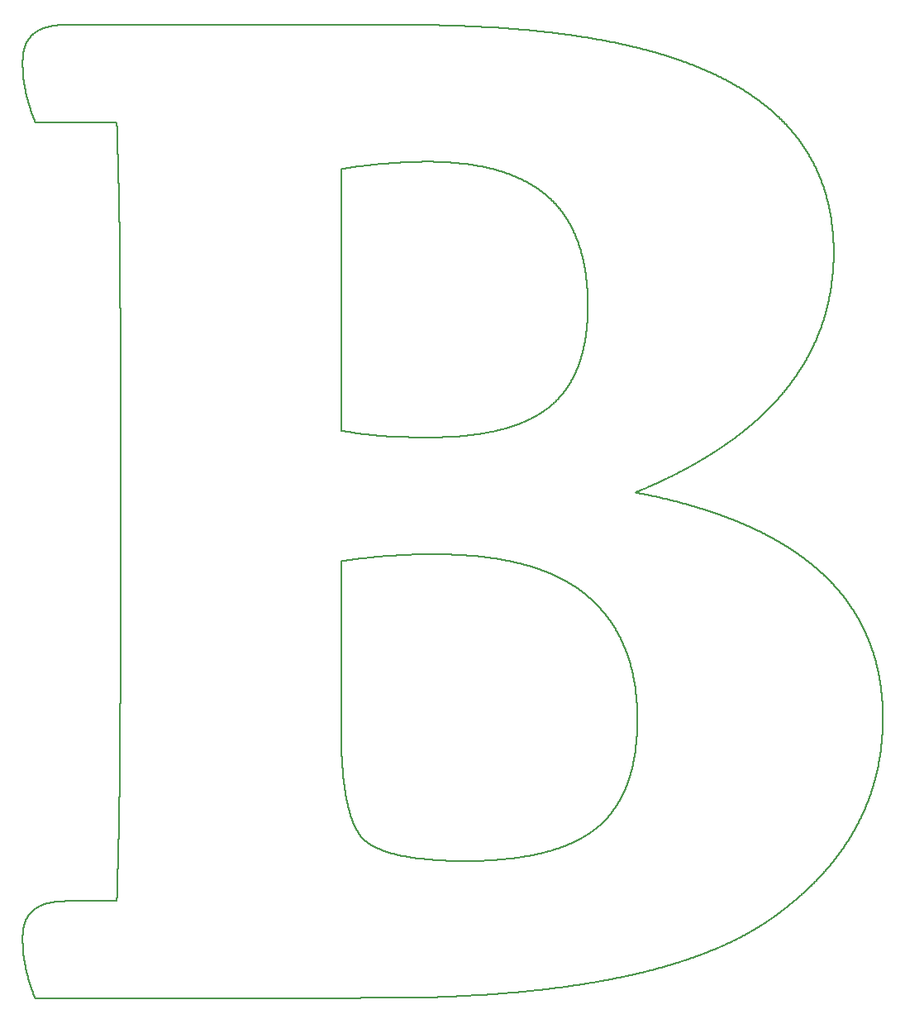
<source format=gm1>
G04 MADE WITH FRITZING*
G04 WWW.FRITZING.ORG*
G04 DOUBLE SIDED*
G04 HOLES PLATED*
G04 CONTOUR ON CENTER OF CONTOUR VECTOR*
%ASAXBY*%
%FSLAX23Y23*%
%MOIN*%
%OFA0B0*%
%SFA1.0B1.0*%
%ADD10C,0.008*%
%LNCONTOUR*%
G90*
G70*
G54D10*
X160Y3931D02*
X161Y3931D01*
X162Y3931D01*
X163Y3931D01*
X164Y3931D01*
X165Y3931D01*
X166Y3931D01*
X167Y3931D01*
X168Y3931D01*
X169Y3931D01*
X170Y3931D01*
X171Y3931D01*
X172Y3931D01*
X173Y3931D01*
X174Y3931D01*
X175Y3931D01*
X176Y3931D01*
X177Y3931D01*
X178Y3931D01*
X179Y3931D01*
X180Y3931D01*
X181Y3931D01*
X182Y3931D01*
X183Y3931D01*
X184Y3931D01*
X185Y3931D01*
X186Y3931D01*
X187Y3931D01*
X188Y3931D01*
X189Y3931D01*
X190Y3931D01*
X191Y3931D01*
X192Y3931D01*
X193Y3931D01*
X194Y3931D01*
X195Y3931D01*
X196Y3931D01*
X197Y3931D01*
X198Y3931D01*
X199Y3931D01*
X200Y3931D01*
X201Y3931D01*
X202Y3931D01*
X203Y3931D01*
X204Y3931D01*
X205Y3931D01*
X206Y3931D01*
X207Y3931D01*
X208Y3931D01*
X209Y3931D01*
X210Y3931D01*
X211Y3931D01*
X212Y3931D01*
X213Y3931D01*
X214Y3931D01*
X215Y3931D01*
X216Y3931D01*
X217Y3931D01*
X218Y3931D01*
X219Y3931D01*
X220Y3931D01*
X221Y3931D01*
X222Y3931D01*
X223Y3931D01*
X224Y3931D01*
X225Y3931D01*
X226Y3931D01*
X227Y3931D01*
X228Y3931D01*
X229Y3931D01*
X230Y3931D01*
X231Y3931D01*
X232Y3931D01*
X233Y3931D01*
X234Y3931D01*
X235Y3931D01*
X236Y3931D01*
X237Y3931D01*
X238Y3931D01*
X239Y3931D01*
X240Y3931D01*
X241Y3931D01*
X242Y3931D01*
X243Y3931D01*
X244Y3931D01*
X245Y3931D01*
X246Y3931D01*
X247Y3931D01*
X248Y3931D01*
X249Y3931D01*
X250Y3931D01*
X251Y3931D01*
X252Y3931D01*
X253Y3931D01*
X254Y3931D01*
X255Y3931D01*
X256Y3931D01*
X257Y3931D01*
X258Y3931D01*
X259Y3931D01*
X260Y3931D01*
X261Y3931D01*
X262Y3931D01*
X263Y3931D01*
X264Y3931D01*
X265Y3931D01*
X266Y3931D01*
X267Y3931D01*
X268Y3931D01*
X269Y3931D01*
X270Y3931D01*
X271Y3931D01*
X272Y3931D01*
X273Y3931D01*
X274Y3931D01*
X275Y3931D01*
X276Y3931D01*
X277Y3931D01*
X278Y3931D01*
X279Y3931D01*
X280Y3931D01*
X281Y3931D01*
X282Y3931D01*
X283Y3931D01*
X284Y3931D01*
X285Y3931D01*
X286Y3931D01*
X287Y3931D01*
X288Y3931D01*
X289Y3931D01*
X290Y3931D01*
X291Y3931D01*
X292Y3931D01*
X293Y3931D01*
X294Y3931D01*
X295Y3931D01*
X296Y3931D01*
X297Y3931D01*
X298Y3931D01*
X299Y3931D01*
X300Y3931D01*
X301Y3931D01*
X302Y3931D01*
X303Y3931D01*
X304Y3931D01*
X305Y3931D01*
X306Y3931D01*
X307Y3931D01*
X308Y3931D01*
X309Y3931D01*
X310Y3931D01*
X311Y3931D01*
X312Y3931D01*
X313Y3931D01*
X314Y3931D01*
X315Y3931D01*
X316Y3931D01*
X317Y3931D01*
X318Y3931D01*
X319Y3931D01*
X320Y3931D01*
X321Y3931D01*
X322Y3931D01*
X323Y3931D01*
X324Y3931D01*
X325Y3931D01*
X326Y3931D01*
X327Y3931D01*
X328Y3931D01*
X329Y3931D01*
X330Y3931D01*
X331Y3931D01*
X332Y3931D01*
X333Y3931D01*
X334Y3931D01*
X335Y3931D01*
X336Y3931D01*
X337Y3931D01*
X338Y3931D01*
X339Y3931D01*
X340Y3931D01*
X341Y3931D01*
X342Y3931D01*
X343Y3931D01*
X344Y3931D01*
X345Y3931D01*
X346Y3931D01*
X347Y3931D01*
X348Y3931D01*
X349Y3931D01*
X350Y3931D01*
X351Y3931D01*
X352Y3931D01*
X353Y3931D01*
X354Y3931D01*
X355Y3931D01*
X356Y3931D01*
X357Y3931D01*
X358Y3931D01*
X359Y3931D01*
X360Y3931D01*
X361Y3931D01*
X362Y3931D01*
X363Y3931D01*
X364Y3931D01*
X365Y3931D01*
X366Y3931D01*
X367Y3931D01*
X368Y3931D01*
X369Y3931D01*
X370Y3931D01*
X371Y3931D01*
X372Y3931D01*
X373Y3931D01*
X374Y3931D01*
X375Y3931D01*
X376Y3931D01*
X377Y3931D01*
X378Y3931D01*
X379Y3931D01*
X380Y3931D01*
X381Y3931D01*
X382Y3931D01*
X383Y3931D01*
X384Y3931D01*
X385Y3931D01*
X386Y3931D01*
X387Y3931D01*
X388Y3931D01*
X389Y3931D01*
X390Y3931D01*
X391Y3931D01*
X392Y3931D01*
X393Y3931D01*
X394Y3931D01*
X395Y3931D01*
X396Y3931D01*
X397Y3931D01*
X398Y3931D01*
X399Y3931D01*
X400Y3931D01*
X401Y3931D01*
X402Y3931D01*
X403Y3931D01*
X404Y3931D01*
X405Y3931D01*
X406Y3931D01*
X407Y3931D01*
X408Y3931D01*
X409Y3931D01*
X410Y3931D01*
X411Y3931D01*
X412Y3931D01*
X413Y3931D01*
X414Y3931D01*
X415Y3931D01*
X416Y3931D01*
X417Y3931D01*
X418Y3931D01*
X419Y3931D01*
X420Y3931D01*
X421Y3931D01*
X422Y3931D01*
X423Y3931D01*
X424Y3931D01*
X425Y3931D01*
X426Y3931D01*
X427Y3931D01*
X428Y3931D01*
X429Y3931D01*
X430Y3931D01*
X431Y3931D01*
X432Y3931D01*
X433Y3931D01*
X434Y3931D01*
X435Y3931D01*
X436Y3931D01*
X437Y3931D01*
X438Y3931D01*
X439Y3931D01*
X440Y3931D01*
X441Y3931D01*
X442Y3931D01*
X443Y3931D01*
X444Y3931D01*
X445Y3931D01*
X446Y3931D01*
X447Y3931D01*
X448Y3931D01*
X449Y3931D01*
X450Y3931D01*
X451Y3931D01*
X452Y3931D01*
X453Y3931D01*
X454Y3931D01*
X455Y3931D01*
X456Y3931D01*
X457Y3931D01*
X458Y3931D01*
X459Y3931D01*
X460Y3931D01*
X461Y3931D01*
X462Y3931D01*
X463Y3931D01*
X464Y3931D01*
X465Y3931D01*
X466Y3931D01*
X467Y3931D01*
X468Y3931D01*
X469Y3931D01*
X470Y3931D01*
X471Y3931D01*
X472Y3931D01*
X473Y3931D01*
X474Y3931D01*
X475Y3931D01*
X476Y3931D01*
X477Y3931D01*
X478Y3931D01*
X479Y3931D01*
X480Y3931D01*
X481Y3931D01*
X482Y3931D01*
X483Y3931D01*
X484Y3931D01*
X485Y3931D01*
X486Y3931D01*
X487Y3931D01*
X488Y3931D01*
X489Y3931D01*
X490Y3931D01*
X491Y3931D01*
X492Y3931D01*
X493Y3931D01*
X494Y3931D01*
X495Y3931D01*
X496Y3931D01*
X497Y3931D01*
X498Y3931D01*
X499Y3931D01*
X500Y3931D01*
X501Y3931D01*
X502Y3931D01*
X503Y3931D01*
X504Y3931D01*
X505Y3931D01*
X506Y3931D01*
X507Y3931D01*
X508Y3931D01*
X509Y3931D01*
X510Y3931D01*
X511Y3931D01*
X512Y3931D01*
X513Y3931D01*
X514Y3931D01*
X515Y3931D01*
X516Y3931D01*
X517Y3931D01*
X518Y3931D01*
X519Y3931D01*
X520Y3931D01*
X521Y3931D01*
X522Y3931D01*
X523Y3931D01*
X524Y3931D01*
X525Y3931D01*
X526Y3931D01*
X527Y3931D01*
X528Y3931D01*
X529Y3931D01*
X530Y3931D01*
X531Y3931D01*
X532Y3931D01*
X533Y3931D01*
X534Y3931D01*
X535Y3931D01*
X536Y3931D01*
X537Y3931D01*
X538Y3931D01*
X539Y3931D01*
X540Y3931D01*
X541Y3931D01*
X542Y3931D01*
X543Y3931D01*
X544Y3931D01*
X545Y3931D01*
X546Y3931D01*
X547Y3931D01*
X548Y3931D01*
X549Y3931D01*
X550Y3931D01*
X551Y3931D01*
X552Y3931D01*
X553Y3931D01*
X554Y3931D01*
X555Y3931D01*
X556Y3931D01*
X557Y3931D01*
X558Y3931D01*
X559Y3931D01*
X560Y3931D01*
X561Y3931D01*
X562Y3931D01*
X563Y3931D01*
X564Y3931D01*
X565Y3931D01*
X566Y3931D01*
X567Y3931D01*
X568Y3931D01*
X569Y3931D01*
X570Y3931D01*
X571Y3931D01*
X572Y3931D01*
X573Y3931D01*
X574Y3931D01*
X575Y3931D01*
X576Y3931D01*
X577Y3931D01*
X578Y3931D01*
X579Y3931D01*
X580Y3931D01*
X581Y3931D01*
X582Y3931D01*
X583Y3931D01*
X584Y3931D01*
X585Y3931D01*
X586Y3931D01*
X587Y3931D01*
X588Y3931D01*
X589Y3931D01*
X590Y3931D01*
X591Y3931D01*
X592Y3931D01*
X593Y3931D01*
X594Y3931D01*
X595Y3931D01*
X596Y3931D01*
X597Y3931D01*
X598Y3931D01*
X599Y3931D01*
X600Y3931D01*
X601Y3931D01*
X602Y3931D01*
X603Y3931D01*
X604Y3931D01*
X605Y3931D01*
X606Y3931D01*
X607Y3931D01*
X608Y3931D01*
X609Y3931D01*
X610Y3931D01*
X611Y3931D01*
X612Y3931D01*
X613Y3931D01*
X614Y3931D01*
X615Y3931D01*
X616Y3931D01*
X617Y3931D01*
X618Y3931D01*
X619Y3931D01*
X620Y3931D01*
X621Y3931D01*
X622Y3931D01*
X623Y3931D01*
X624Y3931D01*
X625Y3931D01*
X626Y3931D01*
X627Y3931D01*
X628Y3931D01*
X629Y3931D01*
X630Y3931D01*
X631Y3931D01*
X632Y3931D01*
X633Y3931D01*
X634Y3931D01*
X635Y3931D01*
X636Y3931D01*
X637Y3931D01*
X638Y3931D01*
X639Y3931D01*
X640Y3931D01*
X641Y3931D01*
X642Y3931D01*
X643Y3931D01*
X644Y3931D01*
X645Y3931D01*
X646Y3931D01*
X647Y3931D01*
X648Y3931D01*
X649Y3931D01*
X650Y3931D01*
X651Y3931D01*
X652Y3931D01*
X653Y3931D01*
X654Y3931D01*
X655Y3931D01*
X656Y3931D01*
X657Y3931D01*
X658Y3931D01*
X659Y3931D01*
X660Y3931D01*
X661Y3931D01*
X662Y3931D01*
X663Y3931D01*
X664Y3931D01*
X665Y3931D01*
X666Y3931D01*
X667Y3931D01*
X668Y3931D01*
X669Y3931D01*
X670Y3931D01*
X671Y3931D01*
X672Y3931D01*
X673Y3931D01*
X674Y3931D01*
X675Y3931D01*
X676Y3931D01*
X677Y3931D01*
X678Y3931D01*
X679Y3931D01*
X680Y3931D01*
X681Y3931D01*
X682Y3931D01*
X683Y3931D01*
X684Y3931D01*
X685Y3931D01*
X686Y3931D01*
X687Y3931D01*
X688Y3931D01*
X689Y3931D01*
X690Y3931D01*
X691Y3931D01*
X692Y3931D01*
X693Y3931D01*
X694Y3931D01*
X695Y3931D01*
X696Y3931D01*
X697Y3931D01*
X698Y3931D01*
X699Y3931D01*
X700Y3931D01*
X701Y3931D01*
X702Y3931D01*
X703Y3931D01*
X704Y3931D01*
X705Y3931D01*
X706Y3931D01*
X707Y3931D01*
X708Y3931D01*
X709Y3931D01*
X710Y3931D01*
X711Y3931D01*
X712Y3931D01*
X713Y3931D01*
X714Y3931D01*
X715Y3931D01*
X716Y3931D01*
X717Y3931D01*
X718Y3931D01*
X719Y3931D01*
X720Y3931D01*
X721Y3931D01*
X722Y3931D01*
X723Y3931D01*
X724Y3931D01*
X725Y3931D01*
X726Y3931D01*
X727Y3931D01*
X728Y3931D01*
X729Y3931D01*
X730Y3931D01*
X731Y3931D01*
X732Y3931D01*
X733Y3931D01*
X734Y3931D01*
X735Y3931D01*
X736Y3931D01*
X737Y3931D01*
X738Y3931D01*
X739Y3931D01*
X740Y3931D01*
X741Y3931D01*
X742Y3931D01*
X743Y3931D01*
X744Y3931D01*
X745Y3931D01*
X746Y3931D01*
X747Y3931D01*
X748Y3931D01*
X749Y3931D01*
X750Y3931D01*
X751Y3931D01*
X752Y3931D01*
X753Y3931D01*
X754Y3931D01*
X755Y3931D01*
X756Y3931D01*
X757Y3931D01*
X758Y3931D01*
X759Y3931D01*
X760Y3931D01*
X761Y3931D01*
X762Y3931D01*
X763Y3931D01*
X764Y3931D01*
X765Y3931D01*
X766Y3931D01*
X767Y3931D01*
X768Y3931D01*
X769Y3931D01*
X770Y3931D01*
X771Y3931D01*
X772Y3931D01*
X773Y3931D01*
X774Y3931D01*
X775Y3931D01*
X776Y3931D01*
X777Y3931D01*
X778Y3931D01*
X779Y3931D01*
X780Y3931D01*
X781Y3931D01*
X782Y3931D01*
X783Y3931D01*
X784Y3931D01*
X785Y3931D01*
X786Y3931D01*
X787Y3931D01*
X788Y3931D01*
X789Y3931D01*
X790Y3931D01*
X791Y3931D01*
X792Y3931D01*
X793Y3931D01*
X794Y3931D01*
X795Y3931D01*
X796Y3931D01*
X797Y3931D01*
X798Y3931D01*
X799Y3931D01*
X800Y3931D01*
X801Y3931D01*
X802Y3931D01*
X803Y3931D01*
X804Y3931D01*
X805Y3931D01*
X806Y3931D01*
X807Y3931D01*
X808Y3931D01*
X809Y3931D01*
X810Y3931D01*
X811Y3931D01*
X812Y3931D01*
X813Y3931D01*
X814Y3931D01*
X815Y3931D01*
X816Y3931D01*
X817Y3931D01*
X818Y3931D01*
X819Y3931D01*
X820Y3931D01*
X821Y3931D01*
X822Y3931D01*
X823Y3931D01*
X824Y3931D01*
X825Y3931D01*
X826Y3931D01*
X827Y3931D01*
X828Y3931D01*
X829Y3931D01*
X830Y3931D01*
X831Y3931D01*
X832Y3931D01*
X833Y3931D01*
X834Y3931D01*
X835Y3931D01*
X836Y3931D01*
X837Y3931D01*
X838Y3931D01*
X839Y3931D01*
X840Y3931D01*
X841Y3931D01*
X842Y3931D01*
X843Y3931D01*
X844Y3931D01*
X845Y3931D01*
X846Y3931D01*
X847Y3931D01*
X848Y3931D01*
X849Y3931D01*
X850Y3931D01*
X851Y3931D01*
X852Y3931D01*
X853Y3931D01*
X854Y3931D01*
X855Y3931D01*
X856Y3931D01*
X857Y3931D01*
X858Y3931D01*
X859Y3931D01*
X860Y3931D01*
X861Y3931D01*
X862Y3931D01*
X863Y3931D01*
X864Y3931D01*
X865Y3931D01*
X866Y3931D01*
X867Y3931D01*
X868Y3931D01*
X869Y3931D01*
X870Y3931D01*
X871Y3931D01*
X872Y3931D01*
X873Y3931D01*
X874Y3931D01*
X875Y3931D01*
X876Y3931D01*
X877Y3931D01*
X878Y3931D01*
X879Y3931D01*
X880Y3931D01*
X881Y3931D01*
X882Y3931D01*
X883Y3931D01*
X884Y3931D01*
X885Y3931D01*
X886Y3931D01*
X887Y3931D01*
X888Y3931D01*
X889Y3931D01*
X890Y3931D01*
X891Y3931D01*
X892Y3931D01*
X893Y3931D01*
X894Y3931D01*
X895Y3931D01*
X896Y3931D01*
X897Y3931D01*
X898Y3931D01*
X899Y3931D01*
X900Y3931D01*
X901Y3931D01*
X902Y3931D01*
X903Y3931D01*
X904Y3931D01*
X905Y3931D01*
X906Y3931D01*
X907Y3931D01*
X908Y3931D01*
X909Y3931D01*
X910Y3931D01*
X911Y3931D01*
X912Y3931D01*
X913Y3931D01*
X914Y3931D01*
X915Y3931D01*
X916Y3931D01*
X917Y3931D01*
X918Y3931D01*
X919Y3931D01*
X920Y3931D01*
X921Y3931D01*
X922Y3931D01*
X923Y3931D01*
X924Y3931D01*
X925Y3931D01*
X926Y3931D01*
X927Y3931D01*
X928Y3931D01*
X929Y3931D01*
X930Y3931D01*
X931Y3931D01*
X932Y3931D01*
X933Y3931D01*
X934Y3931D01*
X935Y3931D01*
X936Y3931D01*
X937Y3931D01*
X938Y3931D01*
X939Y3931D01*
X940Y3931D01*
X941Y3931D01*
X942Y3931D01*
X943Y3931D01*
X944Y3931D01*
X945Y3931D01*
X946Y3931D01*
X947Y3931D01*
X948Y3931D01*
X949Y3931D01*
X950Y3931D01*
X951Y3931D01*
X952Y3931D01*
X953Y3931D01*
X954Y3931D01*
X955Y3931D01*
X956Y3931D01*
X957Y3931D01*
X958Y3931D01*
X959Y3931D01*
X960Y3931D01*
X961Y3931D01*
X962Y3931D01*
X963Y3931D01*
X964Y3931D01*
X965Y3931D01*
X966Y3931D01*
X967Y3931D01*
X968Y3931D01*
X969Y3931D01*
X970Y3931D01*
X971Y3931D01*
X972Y3931D01*
X973Y3931D01*
X974Y3931D01*
X975Y3931D01*
X976Y3931D01*
X977Y3931D01*
X978Y3931D01*
X979Y3931D01*
X980Y3931D01*
X981Y3931D01*
X982Y3931D01*
X983Y3931D01*
X984Y3931D01*
X985Y3931D01*
X986Y3931D01*
X987Y3931D01*
X988Y3931D01*
X989Y3931D01*
X990Y3931D01*
X991Y3931D01*
X992Y3931D01*
X993Y3931D01*
X994Y3931D01*
X995Y3931D01*
X996Y3931D01*
X997Y3931D01*
X998Y3931D01*
X999Y3931D01*
X1000Y3931D01*
X1001Y3931D01*
X1002Y3931D01*
X1003Y3931D01*
X1004Y3931D01*
X1005Y3931D01*
X1006Y3931D01*
X1007Y3931D01*
X1008Y3931D01*
X1009Y3931D01*
X1010Y3931D01*
X1011Y3931D01*
X1012Y3931D01*
X1013Y3931D01*
X1014Y3931D01*
X1015Y3931D01*
X1016Y3931D01*
X1017Y3931D01*
X1018Y3931D01*
X1019Y3931D01*
X1020Y3931D01*
X1021Y3931D01*
X1022Y3931D01*
X1023Y3931D01*
X1024Y3931D01*
X1025Y3931D01*
X1026Y3931D01*
X1027Y3931D01*
X1028Y3931D01*
X1029Y3931D01*
X1030Y3931D01*
X1031Y3931D01*
X1032Y3931D01*
X1033Y3931D01*
X1034Y3931D01*
X1035Y3931D01*
X1036Y3931D01*
X1037Y3931D01*
X1038Y3931D01*
X1039Y3931D01*
X1040Y3931D01*
X1041Y3931D01*
X1042Y3931D01*
X1043Y3931D01*
X1044Y3931D01*
X1045Y3931D01*
X1046Y3931D01*
X1047Y3931D01*
X1048Y3931D01*
X1049Y3931D01*
X1050Y3931D01*
X1051Y3931D01*
X1052Y3931D01*
X1053Y3931D01*
X1054Y3931D01*
X1055Y3931D01*
X1056Y3931D01*
X1057Y3931D01*
X1058Y3931D01*
X1059Y3931D01*
X1060Y3931D01*
X1061Y3931D01*
X1062Y3931D01*
X1063Y3931D01*
X1064Y3931D01*
X1065Y3931D01*
X1066Y3931D01*
X1067Y3931D01*
X1068Y3931D01*
X1069Y3931D01*
X1070Y3931D01*
X1071Y3931D01*
X1072Y3931D01*
X1073Y3931D01*
X1074Y3931D01*
X1075Y3931D01*
X1076Y3931D01*
X1077Y3931D01*
X1078Y3931D01*
X1079Y3931D01*
X1080Y3931D01*
X1081Y3931D01*
X1082Y3931D01*
X1083Y3931D01*
X1084Y3931D01*
X1085Y3931D01*
X1086Y3931D01*
X1087Y3931D01*
X1088Y3931D01*
X1089Y3931D01*
X1090Y3931D01*
X1091Y3931D01*
X1092Y3931D01*
X1093Y3931D01*
X1094Y3931D01*
X1095Y3931D01*
X1096Y3931D01*
X1097Y3931D01*
X1098Y3931D01*
X1099Y3931D01*
X1100Y3931D01*
X1101Y3931D01*
X1102Y3931D01*
X1103Y3931D01*
X1104Y3931D01*
X1105Y3931D01*
X1106Y3931D01*
X1107Y3931D01*
X1108Y3931D01*
X1109Y3931D01*
X1110Y3931D01*
X1111Y3931D01*
X1112Y3931D01*
X1113Y3931D01*
X1114Y3931D01*
X1115Y3931D01*
X1116Y3931D01*
X1117Y3931D01*
X1118Y3931D01*
X1119Y3931D01*
X1120Y3931D01*
X1121Y3931D01*
X1122Y3931D01*
X1123Y3931D01*
X1124Y3931D01*
X1125Y3931D01*
X1126Y3931D01*
X1127Y3931D01*
X1128Y3931D01*
X1129Y3931D01*
X1130Y3931D01*
X1131Y3931D01*
X1132Y3931D01*
X1133Y3931D01*
X1134Y3931D01*
X1135Y3931D01*
X1136Y3931D01*
X1137Y3931D01*
X1138Y3931D01*
X1139Y3931D01*
X1140Y3931D01*
X1141Y3931D01*
X1142Y3931D01*
X1143Y3931D01*
X1144Y3931D01*
X1145Y3931D01*
X1146Y3931D01*
X1147Y3931D01*
X1148Y3931D01*
X1149Y3931D01*
X1150Y3931D01*
X1151Y3931D01*
X1152Y3931D01*
X1153Y3931D01*
X1154Y3931D01*
X1155Y3931D01*
X1156Y3931D01*
X1157Y3931D01*
X1158Y3931D01*
X1159Y3931D01*
X1160Y3931D01*
X1161Y3931D01*
X1162Y3931D01*
X1163Y3931D01*
X1164Y3931D01*
X1165Y3931D01*
X1166Y3931D01*
X1167Y3931D01*
X1168Y3931D01*
X1169Y3931D01*
X1170Y3931D01*
X1171Y3931D01*
X1172Y3931D01*
X1173Y3931D01*
X1174Y3931D01*
X1175Y3931D01*
X1176Y3931D01*
X1177Y3931D01*
X1178Y3931D01*
X1179Y3931D01*
X1180Y3931D01*
X1181Y3931D01*
X1182Y3931D01*
X1183Y3931D01*
X1184Y3931D01*
X1185Y3931D01*
X1186Y3931D01*
X1187Y3931D01*
X1188Y3931D01*
X1189Y3931D01*
X1190Y3931D01*
X1191Y3931D01*
X1192Y3931D01*
X1193Y3931D01*
X1194Y3931D01*
X1195Y3931D01*
X1196Y3931D01*
X1197Y3931D01*
X1198Y3931D01*
X1199Y3931D01*
X1200Y3931D01*
X1201Y3931D01*
X1202Y3931D01*
X1203Y3931D01*
X1204Y3931D01*
X1205Y3931D01*
X1206Y3931D01*
X1207Y3931D01*
X1208Y3931D01*
X1209Y3931D01*
X1210Y3931D01*
X1211Y3931D01*
X1212Y3931D01*
X1213Y3931D01*
X1214Y3931D01*
X1215Y3931D01*
X1216Y3931D01*
X1217Y3931D01*
X1218Y3931D01*
X1219Y3931D01*
X1220Y3931D01*
X1221Y3931D01*
X1222Y3931D01*
X1223Y3931D01*
X1224Y3931D01*
X1225Y3931D01*
X1226Y3931D01*
X1227Y3931D01*
X1228Y3931D01*
X1229Y3931D01*
X1230Y3931D01*
X1231Y3931D01*
X1232Y3931D01*
X1233Y3931D01*
X1234Y3931D01*
X1235Y3931D01*
X1236Y3931D01*
X1237Y3931D01*
X1238Y3931D01*
X1239Y3931D01*
X1240Y3931D01*
X1241Y3931D01*
X1242Y3931D01*
X1243Y3931D01*
X1244Y3931D01*
X1245Y3931D01*
X1246Y3931D01*
X1247Y3931D01*
X1248Y3931D01*
X1249Y3931D01*
X1250Y3931D01*
X1251Y3931D01*
X1252Y3931D01*
X1253Y3931D01*
X1254Y3931D01*
X1255Y3931D01*
X1256Y3931D01*
X1257Y3931D01*
X1258Y3931D01*
X1259Y3931D01*
X1260Y3931D01*
X1261Y3931D01*
X1262Y3931D01*
X1263Y3931D01*
X1264Y3931D01*
X1265Y3931D01*
X1266Y3931D01*
X1267Y3931D01*
X1268Y3931D01*
X1269Y3931D01*
X1270Y3931D01*
X1271Y3931D01*
X1272Y3931D01*
X1273Y3931D01*
X1274Y3931D01*
X1275Y3931D01*
X1276Y3931D01*
X1277Y3931D01*
X1278Y3931D01*
X1279Y3931D01*
X1280Y3931D01*
X1281Y3931D01*
X1282Y3931D01*
X1283Y3931D01*
X1284Y3931D01*
X1285Y3931D01*
X1286Y3931D01*
X1287Y3931D01*
X1288Y3931D01*
X1289Y3931D01*
X1290Y3931D01*
X1291Y3931D01*
X1292Y3931D01*
X1293Y3931D01*
X1294Y3931D01*
X1295Y3931D01*
X1296Y3931D01*
X1297Y3931D01*
X1298Y3931D01*
X1299Y3931D01*
X1300Y3931D01*
X1301Y3931D01*
X1302Y3931D01*
X1303Y3931D01*
X1304Y3931D01*
X1305Y3931D01*
X1306Y3931D01*
X1307Y3931D01*
X1308Y3931D01*
X1309Y3931D01*
X1310Y3931D01*
X1311Y3931D01*
X1312Y3931D01*
X1313Y3931D01*
X1314Y3931D01*
X1315Y3931D01*
X1316Y3931D01*
X1317Y3931D01*
X1318Y3931D01*
X1319Y3931D01*
X1320Y3931D01*
X1321Y3931D01*
X1322Y3931D01*
X1323Y3931D01*
X1324Y3931D01*
X1325Y3931D01*
X1326Y3931D01*
X1327Y3931D01*
X1328Y3931D01*
X1329Y3931D01*
X1330Y3931D01*
X1331Y3931D01*
X1332Y3931D01*
X1333Y3931D01*
X1334Y3931D01*
X1335Y3931D01*
X1336Y3931D01*
X1337Y3931D01*
X1338Y3931D01*
X1339Y3931D01*
X1340Y3931D01*
X1341Y3931D01*
X1342Y3931D01*
X1343Y3931D01*
X1344Y3931D01*
X1345Y3931D01*
X1346Y3931D01*
X1347Y3931D01*
X1348Y3931D01*
X1349Y3931D01*
X1350Y3931D01*
X1351Y3931D01*
X1352Y3931D01*
X1353Y3931D01*
X1354Y3931D01*
X1355Y3931D01*
X1356Y3931D01*
X1357Y3931D01*
X1358Y3931D01*
X1359Y3931D01*
X1360Y3931D01*
X1361Y3931D01*
X1362Y3931D01*
X1363Y3931D01*
X1364Y3931D01*
X1365Y3931D01*
X1366Y3931D01*
X1367Y3931D01*
X1368Y3931D01*
X1369Y3931D01*
X1370Y3931D01*
X1371Y3931D01*
X1372Y3931D01*
X1373Y3931D01*
X1374Y3931D01*
X1375Y3931D01*
X1376Y3931D01*
X1377Y3931D01*
X1378Y3931D01*
X1379Y3931D01*
X1380Y3931D01*
X1381Y3931D01*
X1382Y3931D01*
X1383Y3931D01*
X1384Y3931D01*
X1385Y3931D01*
X1386Y3931D01*
X1387Y3931D01*
X1388Y3931D01*
X1389Y3931D01*
X1390Y3931D01*
X1391Y3931D01*
X1392Y3931D01*
X1393Y3931D01*
X1394Y3931D01*
X1395Y3931D01*
X1396Y3931D01*
X1397Y3931D01*
X1398Y3931D01*
X1399Y3931D01*
X1400Y3931D01*
X1401Y3931D01*
X1402Y3931D01*
X1403Y3931D01*
X1404Y3931D01*
X1405Y3931D01*
X1406Y3931D01*
X1407Y3931D01*
X1408Y3931D01*
X1409Y3931D01*
X1410Y3931D01*
X1411Y3931D01*
X1412Y3931D01*
X1413Y3931D01*
X1414Y3931D01*
X1415Y3931D01*
X1416Y3931D01*
X1417Y3931D01*
X1418Y3931D01*
X1419Y3931D01*
X1420Y3931D01*
X1421Y3931D01*
X1422Y3931D01*
X1423Y3931D01*
X1424Y3931D01*
X1425Y3931D01*
X1426Y3931D01*
X1427Y3931D01*
X1428Y3931D01*
X1429Y3931D01*
X1430Y3931D01*
X1431Y3931D01*
X1432Y3931D01*
X1433Y3931D01*
X1434Y3931D01*
X1435Y3931D01*
X1436Y3931D01*
X1437Y3931D01*
X1438Y3931D01*
X1439Y3931D01*
X1440Y3931D01*
X1441Y3931D01*
X1442Y3931D01*
X1443Y3931D01*
X1444Y3931D01*
X1445Y3931D01*
X1446Y3931D01*
X1447Y3931D01*
X1448Y3931D01*
X1449Y3931D01*
X1450Y3931D01*
X1451Y3931D01*
X1452Y3931D01*
X1453Y3931D01*
X1454Y3931D01*
X1455Y3931D01*
X1456Y3931D01*
X1457Y3931D01*
X1458Y3931D01*
X1459Y3931D01*
X1460Y3931D01*
X1461Y3931D01*
X1462Y3931D01*
X1463Y3931D01*
X1464Y3931D01*
X1465Y3931D01*
X1466Y3931D01*
X1467Y3931D01*
X1468Y3931D01*
X1469Y3931D01*
X1470Y3931D01*
X1471Y3931D01*
X1472Y3931D01*
X1473Y3931D01*
X1474Y3931D01*
X1475Y3931D01*
X1476Y3931D01*
X1477Y3931D01*
X1478Y3931D01*
X1479Y3931D01*
X1480Y3931D01*
X1481Y3931D01*
X1482Y3931D01*
X1483Y3931D01*
X1484Y3931D01*
X1485Y3931D01*
X1486Y3931D01*
X1487Y3931D01*
X1488Y3931D01*
X1489Y3931D01*
X1490Y3931D01*
X1491Y3931D01*
X1492Y3931D01*
X1493Y3931D01*
X1494Y3931D01*
X1495Y3931D01*
X1496Y3931D01*
X1497Y3931D01*
X1498Y3931D01*
X1499Y3931D01*
X1500Y3931D01*
X1501Y3931D01*
X1502Y3931D01*
X1503Y3931D01*
X1504Y3931D01*
X1505Y3931D01*
X1506Y3931D01*
X1507Y3931D01*
X1508Y3931D01*
X1509Y3931D01*
X1510Y3931D01*
X1511Y3931D01*
X1512Y3931D01*
X1513Y3931D01*
X1514Y3931D01*
X1515Y3931D01*
X1516Y3931D01*
X1517Y3931D01*
X1518Y3931D01*
X1519Y3931D01*
X1520Y3931D01*
X1521Y3931D01*
X1522Y3931D01*
X1523Y3931D01*
X1524Y3931D01*
X1525Y3931D01*
X1526Y3931D01*
X1527Y3931D01*
X1528Y3931D01*
X1529Y3931D01*
X1530Y3931D01*
X1531Y3931D01*
X1532Y3931D01*
X1533Y3931D01*
X1534Y3931D01*
X1535Y3931D01*
X1536Y3931D01*
X1537Y3931D01*
X1538Y3931D01*
X1539Y3931D01*
X1540Y3931D01*
X1541Y3931D01*
X1542Y3931D01*
X1543Y3931D01*
X1544Y3931D01*
X1545Y3931D01*
X1546Y3931D01*
X1547Y3931D01*
X1548Y3931D01*
X1549Y3931D01*
X1550Y3931D01*
X1551Y3931D01*
X1552Y3931D01*
X1553Y3931D01*
X1554Y3931D01*
X1555Y3931D01*
X1556Y3931D01*
X1557Y3931D01*
X1558Y3931D01*
X1559Y3931D01*
X1560Y3931D01*
X1561Y3931D01*
X1562Y3931D01*
X1563Y3931D01*
X1564Y3931D01*
X1565Y3931D01*
X1566Y3931D01*
X1567Y3931D01*
X1568Y3931D01*
X1569Y3931D01*
X1570Y3931D01*
X1571Y3931D01*
X1572Y3931D01*
X1573Y3931D01*
X1574Y3931D01*
X1575Y3931D01*
X1576Y3931D01*
X1577Y3931D01*
X1578Y3931D01*
X1579Y3931D01*
X1580Y3931D01*
X1581Y3931D01*
X1582Y3931D01*
X1583Y3931D01*
X1584Y3931D01*
X1585Y3931D01*
X1586Y3931D01*
X1587Y3931D01*
X1588Y3931D01*
X1589Y3931D01*
X1590Y3931D01*
X1591Y3931D01*
X1592Y3931D01*
X1593Y3931D01*
X1594Y3931D01*
X1595Y3931D01*
X1596Y3931D01*
X1597Y3931D01*
X1598Y3931D01*
X1599Y3931D01*
X1600Y3931D01*
X1601Y3931D01*
X1602Y3931D01*
X1603Y3931D01*
X1604Y3931D01*
X1605Y3931D01*
X1606Y3931D01*
X1607Y3931D01*
X1608Y3931D01*
X1609Y3931D01*
X1610Y3931D01*
X1611Y3931D01*
X1612Y3931D01*
X1613Y3931D01*
X1614Y3931D01*
X1615Y3931D01*
X1616Y3931D01*
X1617Y3931D01*
X1618Y3931D01*
X1619Y3931D01*
X1620Y3931D01*
X1621Y3931D01*
X1622Y3931D01*
X1623Y3930D01*
X1624Y3930D01*
X1625Y3930D01*
X1626Y3930D01*
X1627Y3930D01*
X1628Y3930D01*
X1629Y3930D01*
X1630Y3930D01*
X1631Y3930D01*
X1632Y3930D01*
X1633Y3930D01*
X1634Y3930D01*
X1635Y3930D01*
X1636Y3930D01*
X1637Y3930D01*
X1638Y3930D01*
X1639Y3930D01*
X1640Y3930D01*
X1641Y3930D01*
X1642Y3930D01*
X1643Y3930D01*
X1644Y3930D01*
X1645Y3930D01*
X1646Y3930D01*
X1647Y3930D01*
X1648Y3930D01*
X1649Y3930D01*
X1650Y3930D01*
X1651Y3930D01*
X1652Y3930D01*
X1653Y3930D01*
X1654Y3930D01*
X1655Y3930D01*
X1656Y3930D01*
X1657Y3930D01*
X1658Y3930D01*
X1659Y3930D01*
X1660Y3930D01*
X1661Y3930D01*
X1662Y3930D01*
X1663Y3930D01*
X1664Y3930D01*
X1665Y3930D01*
X1666Y3930D01*
X1667Y3930D01*
X1668Y3930D01*
X1669Y3930D01*
X1670Y3930D01*
X1671Y3930D01*
X1672Y3930D01*
X1673Y3930D01*
X1674Y3930D01*
X1675Y3930D01*
X1676Y3930D01*
X1677Y3930D01*
X1678Y3930D01*
X1679Y3930D01*
X1680Y3930D01*
X1681Y3930D01*
X1682Y3930D01*
X1683Y3930D01*
X1684Y3930D01*
X1685Y3930D01*
X1686Y3930D01*
X1687Y3930D01*
X1688Y3929D01*
X1689Y3929D01*
X1690Y3929D01*
X1691Y3929D01*
X1692Y3929D01*
X1693Y3929D01*
X1694Y3929D01*
X1695Y3929D01*
X1696Y3929D01*
X1697Y3929D01*
X1698Y3929D01*
X1699Y3929D01*
X1700Y3929D01*
X1701Y3929D01*
X1702Y3929D01*
X1703Y3929D01*
X1704Y3929D01*
X1705Y3929D01*
X1706Y3929D01*
X1707Y3929D01*
X1708Y3929D01*
X1709Y3929D01*
X1710Y3929D01*
X1711Y3929D01*
X1712Y3929D01*
X1713Y3929D01*
X1714Y3929D01*
X1715Y3929D01*
X1716Y3929D01*
X1717Y3929D01*
X1718Y3929D01*
X1719Y3929D01*
X1720Y3929D01*
X1721Y3929D01*
X1722Y3929D01*
X1723Y3929D01*
X1724Y3929D01*
X1725Y3929D01*
X1726Y3929D01*
X1727Y3929D01*
X1728Y3929D01*
X1729Y3929D01*
X1730Y3929D01*
X1731Y3928D01*
X1732Y3928D01*
X1733Y3928D01*
X1734Y3928D01*
X1735Y3928D01*
X1736Y3928D01*
X1737Y3928D01*
X1738Y3928D01*
X1739Y3928D01*
X1740Y3928D01*
X1741Y3928D01*
X1742Y3928D01*
X1743Y3928D01*
X1744Y3928D01*
X1745Y3928D01*
X1746Y3928D01*
X1747Y3928D01*
X1748Y3928D01*
X1749Y3928D01*
X1750Y3928D01*
X1751Y3928D01*
X1752Y3928D01*
X1753Y3928D01*
X1754Y3928D01*
X1755Y3928D01*
X1756Y3928D01*
X1757Y3928D01*
X1758Y3928D01*
X1759Y3928D01*
X1760Y3928D01*
X1761Y3928D01*
X1762Y3928D01*
X1763Y3928D01*
X1764Y3927D01*
X1765Y3927D01*
X1766Y3927D01*
X1767Y3927D01*
X1768Y3927D01*
X1769Y3927D01*
X1770Y3927D01*
X1771Y3927D01*
X1772Y3927D01*
X1773Y3927D01*
X1774Y3927D01*
X1775Y3927D01*
X1776Y3927D01*
X1777Y3927D01*
X1778Y3927D01*
X1779Y3927D01*
X1780Y3927D01*
X1781Y3927D01*
X1782Y3927D01*
X1783Y3927D01*
X1784Y3927D01*
X1785Y3927D01*
X1786Y3927D01*
X1787Y3927D01*
X1788Y3927D01*
X1789Y3927D01*
X1790Y3927D01*
X1791Y3926D01*
X1792Y3926D01*
X1793Y3926D01*
X1794Y3926D01*
X1795Y3926D01*
X1796Y3926D01*
X1797Y3926D01*
X1798Y3926D01*
X1799Y3926D01*
X1800Y3926D01*
X1801Y3926D01*
X1802Y3926D01*
X1803Y3926D01*
X1804Y3926D01*
X1805Y3926D01*
X1806Y3926D01*
X1807Y3926D01*
X1808Y3926D01*
X1809Y3926D01*
X1810Y3926D01*
X1811Y3926D01*
X1812Y3926D01*
X1813Y3926D01*
X1814Y3926D01*
X1815Y3926D01*
X1816Y3926D01*
X1817Y3925D01*
X1818Y3925D01*
X1819Y3925D01*
X1820Y3925D01*
X1821Y3925D01*
X1822Y3925D01*
X1823Y3925D01*
X1824Y3925D01*
X1825Y3925D01*
X1826Y3925D01*
X1827Y3925D01*
X1828Y3925D01*
X1829Y3925D01*
X1830Y3925D01*
X1831Y3925D01*
X1832Y3925D01*
X1833Y3925D01*
X1834Y3925D01*
X1835Y3925D01*
X1836Y3925D01*
X1837Y3925D01*
X1838Y3924D01*
X1839Y3924D01*
X1840Y3924D01*
X1841Y3924D01*
X1842Y3924D01*
X1843Y3924D01*
X1844Y3924D01*
X1845Y3924D01*
X1846Y3924D01*
X1847Y3924D01*
X1848Y3924D01*
X1849Y3924D01*
X1850Y3924D01*
X1851Y3924D01*
X1852Y3924D01*
X1853Y3924D01*
X1854Y3924D01*
X1855Y3924D01*
X1856Y3924D01*
X1857Y3924D01*
X1858Y3923D01*
X1859Y3923D01*
X1860Y3923D01*
X1861Y3923D01*
X1862Y3923D01*
X1863Y3923D01*
X1864Y3923D01*
X1865Y3923D01*
X1866Y3923D01*
X1867Y3923D01*
X1868Y3923D01*
X1869Y3923D01*
X1870Y3923D01*
X1871Y3923D01*
X1872Y3923D01*
X1873Y3923D01*
X1874Y3923D01*
X1875Y3923D01*
X1876Y3923D01*
X1877Y3922D01*
X1878Y3922D01*
X1879Y3922D01*
X1880Y3922D01*
X1881Y3922D01*
X1882Y3922D01*
X1883Y3922D01*
X1884Y3922D01*
X1885Y3922D01*
X1886Y3922D01*
X1887Y3922D01*
X1888Y3922D01*
X1889Y3922D01*
X1890Y3922D01*
X1891Y3922D01*
X1892Y3922D01*
X1893Y3922D01*
X1894Y3921D01*
X1895Y3921D01*
X1896Y3921D01*
X1897Y3921D01*
X1898Y3921D01*
X1899Y3921D01*
X1900Y3921D01*
X1901Y3921D01*
X1902Y3921D01*
X1903Y3921D01*
X1904Y3921D01*
X1905Y3921D01*
X1906Y3921D01*
X1907Y3921D01*
X1908Y3921D01*
X1909Y3921D01*
X1910Y3921D01*
X1911Y3920D01*
X1912Y3920D01*
X1913Y3920D01*
X1914Y3920D01*
X1915Y3920D01*
X1916Y3920D01*
X1917Y3920D01*
X1918Y3920D01*
X1919Y3920D01*
X1920Y3920D01*
X1921Y3920D01*
X1922Y3920D01*
X1923Y3920D01*
X1924Y3920D01*
X1925Y3920D01*
X1926Y3920D01*
X1927Y3919D01*
X1928Y3919D01*
X1929Y3919D01*
X1930Y3919D01*
X1931Y3919D01*
X1932Y3919D01*
X1933Y3919D01*
X1934Y3919D01*
X1935Y3919D01*
X1936Y3919D01*
X1937Y3919D01*
X1938Y3919D01*
X1939Y3919D01*
X1940Y3919D01*
X1941Y3919D01*
X1942Y3918D01*
X1943Y3918D01*
X1944Y3918D01*
X1945Y3918D01*
X1946Y3918D01*
X1947Y3918D01*
X1948Y3918D01*
X1949Y3918D01*
X1950Y3918D01*
X1951Y3918D01*
X1952Y3918D01*
X1953Y3918D01*
X1954Y3918D01*
X1955Y3918D01*
X1956Y3917D01*
X1957Y3917D01*
X1958Y3917D01*
X1959Y3917D01*
X1960Y3917D01*
X1961Y3917D01*
X1962Y3917D01*
X1963Y3917D01*
X1964Y3917D01*
X1965Y3917D01*
X1966Y3917D01*
X1967Y3917D01*
X1968Y3917D01*
X1969Y3917D01*
X1970Y3916D01*
X1971Y3916D01*
X1972Y3916D01*
X1973Y3916D01*
X1974Y3916D01*
X1975Y3916D01*
X1976Y3916D01*
X1977Y3916D01*
X1978Y3916D01*
X1979Y3916D01*
X1980Y3916D01*
X1981Y3916D01*
X1982Y3915D01*
X1983Y3915D01*
X1984Y3915D01*
X1985Y3915D01*
X1986Y3915D01*
X1987Y3915D01*
X1988Y3915D01*
X1989Y3915D01*
X1990Y3915D01*
X1991Y3915D01*
X1992Y3915D01*
X1993Y3915D01*
X1994Y3915D01*
X1995Y3914D01*
X1996Y3914D01*
X1997Y3914D01*
X1998Y3914D01*
X1999Y3914D01*
X2000Y3914D01*
X2001Y3914D01*
X2002Y3914D01*
X2003Y3914D01*
X2004Y3914D01*
X2005Y3914D01*
X2006Y3914D01*
X2007Y3913D01*
X2008Y3913D01*
X2009Y3913D01*
X2010Y3913D01*
X2011Y3913D01*
X2012Y3913D01*
X2013Y3913D01*
X2014Y3913D01*
X2015Y3913D01*
X2016Y3913D01*
X2017Y3913D01*
X2018Y3913D01*
X2019Y3912D01*
X2020Y3912D01*
X2021Y3912D01*
X2022Y3912D01*
X2023Y3912D01*
X2024Y3912D01*
X2025Y3912D01*
X2026Y3912D01*
X2027Y3912D01*
X2028Y3912D01*
X2029Y3912D01*
X2030Y3911D01*
X2031Y3911D01*
X2032Y3911D01*
X2033Y3911D01*
X2034Y3911D01*
X2035Y3911D01*
X2036Y3911D01*
X2037Y3911D01*
X2038Y3911D01*
X2039Y3911D01*
X2040Y3911D01*
X2041Y3910D01*
X2042Y3910D01*
X2043Y3910D01*
X2044Y3910D01*
X2045Y3910D01*
X2046Y3910D01*
X2047Y3910D01*
X2048Y3910D01*
X2049Y3910D01*
X2050Y3910D01*
X2051Y3910D01*
X2052Y3909D01*
X2053Y3909D01*
X2054Y3909D01*
X2055Y3909D01*
X2056Y3909D01*
X2057Y3909D01*
X2058Y3909D01*
X2059Y3909D01*
X2060Y3909D01*
X2061Y3909D01*
X2062Y3909D01*
X2063Y3908D01*
X2064Y3908D01*
X2065Y3908D01*
X2066Y3908D01*
X2067Y3908D01*
X2068Y3908D01*
X2069Y3908D01*
X2070Y3908D01*
X2071Y3908D01*
X2072Y3908D01*
X2073Y3907D01*
X2074Y3907D01*
X2075Y3907D01*
X2076Y3907D01*
X2077Y3907D01*
X2078Y3907D01*
X2079Y3907D01*
X2080Y3907D01*
X2081Y3907D01*
X2082Y3906D01*
X2083Y3906D01*
X2084Y3906D01*
X2085Y3906D01*
X2086Y3906D01*
X2087Y3906D01*
X2088Y3906D01*
X2089Y3906D01*
X2090Y3906D01*
X2091Y3906D01*
X2092Y3905D01*
X2093Y3905D01*
X2094Y3905D01*
X2095Y3905D01*
X2096Y3905D01*
X2097Y3905D01*
X2098Y3905D01*
X2099Y3905D01*
X2100Y3905D01*
X2101Y3905D01*
X2102Y3904D01*
X2103Y3904D01*
X2104Y3904D01*
X2105Y3904D01*
X2106Y3904D01*
X2107Y3904D01*
X2108Y3904D01*
X2109Y3904D01*
X2110Y3904D01*
X2111Y3903D01*
X2112Y3903D01*
X2113Y3903D01*
X2114Y3903D01*
X2115Y3903D01*
X2116Y3903D01*
X2117Y3903D01*
X2118Y3903D01*
X2119Y3903D01*
X2120Y3902D01*
X2121Y3902D01*
X2122Y3902D01*
X2123Y3902D01*
X2124Y3902D01*
X2125Y3902D01*
X2126Y3902D01*
X2127Y3902D01*
X2128Y3902D01*
X2129Y3901D01*
X2130Y3901D01*
X2131Y3901D01*
X2132Y3901D01*
X2133Y3901D01*
X2134Y3901D01*
X2135Y3901D01*
X2136Y3901D01*
X2137Y3900D01*
X2138Y3900D01*
X2139Y3900D01*
X2140Y3900D01*
X2141Y3900D01*
X2142Y3900D01*
X2143Y3900D01*
X2144Y3900D01*
X2145Y3900D01*
X2146Y3899D01*
X2147Y3899D01*
X2148Y3899D01*
X2149Y3899D01*
X2150Y3899D01*
X2151Y3899D01*
X2152Y3899D01*
X2153Y3899D01*
X2154Y3898D01*
X2155Y3898D01*
X2156Y3898D01*
X2157Y3898D01*
X2158Y3898D01*
X2159Y3898D01*
X2160Y3898D01*
X2161Y3898D01*
X2162Y3897D01*
X2163Y3897D01*
X2164Y3897D01*
X2165Y3897D01*
X2166Y3897D01*
X2167Y3897D01*
X2168Y3897D01*
X2169Y3897D01*
X2170Y3896D01*
X2171Y3896D01*
X2172Y3896D01*
X2173Y3896D01*
X2174Y3896D01*
X2175Y3896D01*
X2176Y3896D01*
X2177Y3896D01*
X2178Y3895D01*
X2179Y3895D01*
X2180Y3895D01*
X2181Y3895D01*
X2182Y3895D01*
X2183Y3895D01*
X2184Y3895D01*
X2185Y3895D01*
X2186Y3894D01*
X2187Y3894D01*
X2188Y3894D01*
X2189Y3894D01*
X2190Y3894D01*
X2191Y3894D01*
X2192Y3894D01*
X2193Y3894D01*
X2194Y3893D01*
X2195Y3893D01*
X2196Y3893D01*
X2197Y3893D01*
X2198Y3893D01*
X2199Y3893D01*
X2200Y3893D01*
X2201Y3892D01*
X2202Y3892D01*
X2203Y3892D01*
X2204Y3892D01*
X2205Y3892D01*
X2206Y3892D01*
X2207Y3892D01*
X2208Y3891D01*
X2209Y3891D01*
X2210Y3891D01*
X2211Y3891D01*
X2212Y3891D01*
X2213Y3891D01*
X2214Y3891D01*
X2215Y3890D01*
X2216Y3890D01*
X2217Y3890D01*
X2218Y3890D01*
X2219Y3890D01*
X2220Y3890D01*
X2221Y3890D01*
X2222Y3889D01*
X2223Y3889D01*
X2224Y3889D01*
X2225Y3889D01*
X2226Y3889D01*
X2227Y3889D01*
X2228Y3889D01*
X2229Y3888D01*
X2230Y3888D01*
X2231Y3888D01*
X2232Y3888D01*
X2233Y3888D01*
X2234Y3888D01*
X2235Y3888D01*
X2236Y3887D01*
X2237Y3887D01*
X2238Y3887D01*
X2239Y3887D01*
X2240Y3887D01*
X2241Y3887D01*
X2242Y3887D01*
X2243Y3886D01*
X2244Y3886D01*
X2245Y3886D01*
X2246Y3886D01*
X2247Y3886D01*
X2248Y3886D01*
X2249Y3886D01*
X2250Y3885D01*
X2251Y3885D01*
X2252Y3885D01*
X2253Y3885D01*
X2254Y3885D01*
X2255Y3885D01*
X2256Y3884D01*
X2257Y3884D01*
X2258Y3884D01*
X2259Y3884D01*
X2260Y3884D01*
X2261Y3884D01*
X2262Y3884D01*
X2263Y3883D01*
X2264Y3883D01*
X2265Y3883D01*
X2266Y3883D01*
X2267Y3883D01*
X2268Y3883D01*
X2269Y3882D01*
X2270Y3882D01*
X2271Y3882D01*
X2272Y3882D01*
X2273Y3882D01*
X2274Y3882D01*
X2275Y3882D01*
X2276Y3881D01*
X2277Y3881D01*
X2278Y3881D01*
X2279Y3881D01*
X2280Y3881D01*
X2281Y3881D01*
X2282Y3880D01*
X2283Y3880D01*
X2284Y3880D01*
X2285Y3880D01*
X2286Y3880D01*
X2287Y3880D01*
X2288Y3879D01*
X2289Y3879D01*
X2290Y3879D01*
X2291Y3879D01*
X2292Y3879D01*
X2293Y3879D01*
X2294Y3878D01*
X2295Y3878D01*
X2296Y3878D01*
X2297Y3878D01*
X2298Y3878D01*
X2299Y3878D01*
X2300Y3877D01*
X2301Y3877D01*
X2302Y3877D01*
X2303Y3877D01*
X2304Y3877D01*
X2305Y3877D01*
X2306Y3876D01*
X2307Y3876D01*
X2308Y3876D01*
X2309Y3876D01*
X2310Y3876D01*
X2311Y3875D01*
X2312Y3875D01*
X2313Y3875D01*
X2314Y3875D01*
X2315Y3875D01*
X2316Y3875D01*
X2317Y3874D01*
X2318Y3874D01*
X2319Y3874D01*
X2320Y3874D01*
X2321Y3874D01*
X2322Y3874D01*
X2323Y3873D01*
X2324Y3873D01*
X2325Y3873D01*
X2326Y3873D01*
X2327Y3873D01*
X2328Y3873D01*
X2329Y3872D01*
X2330Y3872D01*
X2331Y3872D01*
X2332Y3872D01*
X2333Y3872D01*
X2334Y3871D01*
X2335Y3871D01*
X2336Y3871D01*
X2337Y3871D01*
X2338Y3871D01*
X2339Y3870D01*
X2340Y3870D01*
X2341Y3870D01*
X2342Y3870D01*
X2343Y3870D01*
X2344Y3870D01*
X2345Y3869D01*
X2346Y3869D01*
X2347Y3869D01*
X2348Y3869D01*
X2349Y3869D01*
X2350Y3868D01*
X2351Y3868D01*
X2352Y3868D01*
X2353Y3868D01*
X2354Y3868D01*
X2355Y3868D01*
X2356Y3867D01*
X2357Y3867D01*
X2358Y3867D01*
X2359Y3867D01*
X2360Y3867D01*
X2361Y3866D01*
X2362Y3866D01*
X2363Y3866D01*
X2364Y3866D01*
X2365Y3866D01*
X2366Y3865D01*
X2367Y3865D01*
X2368Y3865D01*
X2369Y3865D01*
X2370Y3865D01*
X2371Y3864D01*
X2372Y3864D01*
X2373Y3864D01*
X2374Y3864D01*
X2375Y3864D01*
X2376Y3863D01*
X2377Y3863D01*
X2378Y3863D01*
X2379Y3863D01*
X2380Y3863D01*
X2381Y3862D01*
X2382Y3862D01*
X2383Y3862D01*
X2384Y3862D01*
X2385Y3862D01*
X2386Y3861D01*
X2387Y3861D01*
X2388Y3861D01*
X2389Y3861D01*
X2390Y3861D01*
X2391Y3861D01*
X2392Y3860D01*
X2393Y3860D01*
X2394Y3860D01*
X2395Y3860D01*
X2396Y3860D01*
X2397Y3859D01*
X2398Y3859D01*
X2399Y3859D01*
X2400Y3859D01*
X2401Y3858D01*
X2402Y3858D01*
X2403Y3858D01*
X2404Y3858D01*
X2405Y3858D01*
X2406Y3857D01*
X2407Y3857D01*
X2408Y3857D01*
X2409Y3857D01*
X2410Y3857D01*
X2411Y3856D01*
X2412Y3856D01*
X2413Y3856D01*
X2414Y3856D01*
X2415Y3855D01*
X2416Y3855D01*
X2417Y3855D01*
X2418Y3855D01*
X2419Y3855D01*
X2420Y3854D01*
X2421Y3854D01*
X2422Y3854D01*
X2423Y3854D01*
X2424Y3854D01*
X2425Y3853D01*
X2426Y3853D01*
X2427Y3853D01*
X2428Y3853D01*
X2429Y3852D01*
X2430Y3852D01*
X2431Y3852D01*
X2432Y3852D01*
X2433Y3852D01*
X2434Y3851D01*
X2435Y3851D01*
X2436Y3851D01*
X2437Y3851D01*
X2438Y3851D01*
X2439Y3850D01*
X2440Y3850D01*
X2441Y3850D01*
X2442Y3850D01*
X2443Y3849D01*
X2444Y3849D01*
X2445Y3849D01*
X2446Y3849D01*
X2447Y3848D01*
X2448Y3848D01*
X2449Y3848D01*
X2450Y3848D01*
X2451Y3848D01*
X2452Y3847D01*
X2453Y3847D01*
X2454Y3847D01*
X2455Y3847D01*
X2456Y3846D01*
X2457Y3846D01*
X2458Y3846D01*
X2459Y3846D01*
X2460Y3845D01*
X2461Y3845D01*
X2462Y3845D01*
X2463Y3845D01*
X2464Y3845D01*
X2465Y3844D01*
X2466Y3844D01*
X2467Y3844D01*
X2468Y3844D01*
X2469Y3843D01*
X2470Y3843D01*
X2471Y3843D01*
X2472Y3843D01*
X2473Y3842D01*
X2474Y3842D01*
X2475Y3842D01*
X2476Y3842D01*
X2477Y3841D01*
X2478Y3841D01*
X2479Y3841D01*
X2480Y3841D01*
X2481Y3840D01*
X2482Y3840D01*
X2483Y3840D01*
X2484Y3840D01*
X2485Y3839D01*
X2486Y3839D01*
X2487Y3839D01*
X2488Y3839D01*
X2489Y3838D01*
X2490Y3838D01*
X2491Y3838D01*
X2492Y3838D01*
X2493Y3837D01*
X2494Y3837D01*
X2495Y3837D01*
X2496Y3837D01*
X2497Y3836D01*
X2498Y3836D01*
X2499Y3836D01*
X2500Y3836D01*
X2501Y3835D01*
X2502Y3835D01*
X2503Y3835D01*
X2504Y3835D01*
X2505Y3834D01*
X2506Y3834D01*
X2507Y3834D01*
X2508Y3834D01*
X2509Y3833D01*
X2510Y3833D01*
X2511Y3833D01*
X2512Y3833D01*
X2513Y3832D01*
X2514Y3832D01*
X2515Y3832D01*
X2516Y3832D01*
X2517Y3831D01*
X2518Y3831D01*
X2519Y3831D01*
X2520Y3831D01*
X2521Y3830D01*
X2522Y3830D01*
X2523Y3830D01*
X2524Y3829D01*
X2525Y3829D01*
X2526Y3829D01*
X2527Y3829D01*
X2528Y3828D01*
X2529Y3828D01*
X2530Y3828D01*
X2531Y3828D01*
X2532Y3827D01*
X2533Y3827D01*
X2534Y3827D01*
X2535Y3827D01*
X2536Y3826D01*
X2537Y3826D01*
X2538Y3826D01*
X2539Y3825D01*
X2540Y3825D01*
X2541Y3825D01*
X2542Y3825D01*
X2543Y3824D01*
X2544Y3824D01*
X2545Y3824D01*
X2546Y3824D01*
X2547Y3823D01*
X2548Y3823D01*
X2549Y3823D01*
X2550Y3822D01*
X2551Y3822D01*
X2552Y3822D01*
X2553Y3822D01*
X2554Y3821D01*
X2555Y3821D01*
X2556Y3821D01*
X2557Y3820D01*
X2558Y3820D01*
X2559Y3820D01*
X2560Y3820D01*
X2561Y3819D01*
X2562Y3819D01*
X2563Y3819D01*
X2564Y3818D01*
X2565Y3818D01*
X2566Y3818D01*
X2567Y3818D01*
X2568Y3817D01*
X2569Y3817D01*
X2570Y3817D01*
X2571Y3816D01*
X2572Y3816D01*
X2573Y3816D01*
X2574Y3816D01*
X2575Y3815D01*
X2576Y3815D01*
X2577Y3815D01*
X2578Y3814D01*
X2579Y3814D01*
X2580Y3814D01*
X2581Y3814D01*
X2582Y3813D01*
X2583Y3813D01*
X2584Y3813D01*
X2585Y3812D01*
X2586Y3812D01*
X2587Y3812D01*
X2588Y3811D01*
X2589Y3811D01*
X2590Y3811D01*
X2591Y3810D01*
X2592Y3810D01*
X2593Y3810D01*
X2594Y3810D01*
X2595Y3809D01*
X2596Y3809D01*
X2597Y3809D01*
X2598Y3808D01*
X2599Y3808D01*
X2600Y3808D01*
X2601Y3807D01*
X2602Y3807D01*
X2603Y3807D01*
X2604Y3806D01*
X2605Y3806D01*
X2606Y3806D01*
X2607Y3806D01*
X2608Y3805D01*
X2609Y3805D01*
X2610Y3805D01*
X2611Y3804D01*
X2612Y3804D01*
X2613Y3804D01*
X2614Y3803D01*
X2615Y3803D01*
X2616Y3803D01*
X2617Y3802D01*
X2618Y3802D01*
X2619Y3802D01*
X2620Y3801D01*
X2621Y3801D01*
X2622Y3801D01*
X2623Y3800D01*
X2624Y3800D01*
X2625Y3800D01*
X2626Y3799D01*
X2627Y3799D01*
X2628Y3799D01*
X2629Y3798D01*
X2630Y3798D01*
X2631Y3798D01*
X2632Y3797D01*
X2633Y3797D01*
X2634Y3797D01*
X2635Y3796D01*
X2636Y3796D01*
X2637Y3796D01*
X2638Y3795D01*
X2639Y3795D01*
X2640Y3795D01*
X2641Y3795D01*
X2642Y3794D01*
X2643Y3794D01*
X2644Y3794D01*
X2645Y3793D01*
X2646Y3793D01*
X2647Y3793D01*
X2648Y3792D01*
X2649Y3792D01*
X2650Y3791D01*
X2651Y3791D01*
X2652Y3791D01*
X2653Y3790D01*
X2654Y3790D01*
X2655Y3790D01*
X2656Y3789D01*
X2657Y3789D01*
X2658Y3789D01*
X2659Y3788D01*
X2660Y3788D01*
X2661Y3788D01*
X2662Y3787D01*
X2663Y3787D01*
X2664Y3787D01*
X2665Y3786D01*
X2666Y3786D01*
X2667Y3785D01*
X2668Y3785D01*
X2669Y3785D01*
X2670Y3784D01*
X2671Y3784D01*
X2672Y3784D01*
X2673Y3783D01*
X2674Y3783D01*
X2675Y3783D01*
X2676Y3782D01*
X2677Y3782D01*
X2678Y3782D01*
X2679Y3781D01*
X2680Y3781D01*
X2681Y3781D01*
X2682Y3780D01*
X2683Y3780D01*
X2684Y3779D01*
X2685Y3779D01*
X2686Y3779D01*
X2687Y3778D01*
X2688Y3778D01*
X2689Y3778D01*
X2690Y3777D01*
X2691Y3777D01*
X2692Y3776D01*
X2693Y3776D01*
X2694Y3776D01*
X2695Y3775D01*
X2696Y3775D01*
X2697Y3775D01*
X2698Y3774D01*
X2699Y3774D01*
X2700Y3773D01*
X2701Y3773D01*
X2702Y3773D01*
X2703Y3772D01*
X2704Y3772D01*
X2705Y3772D01*
X2706Y3771D01*
X2707Y3771D01*
X2708Y3770D01*
X2709Y3770D01*
X2710Y3770D01*
X2711Y3769D01*
X2712Y3769D01*
X2713Y3768D01*
X2714Y3768D01*
X2715Y3768D01*
X2716Y3767D01*
X2717Y3767D01*
X2718Y3766D01*
X2719Y3766D01*
X2720Y3766D01*
X2721Y3765D01*
X2722Y3765D01*
X2723Y3764D01*
X2724Y3764D01*
X2725Y3764D01*
X2726Y3763D01*
X2727Y3763D01*
X2728Y3762D01*
X2729Y3762D01*
X2730Y3762D01*
X2731Y3761D01*
X2732Y3761D01*
X2733Y3760D01*
X2734Y3760D01*
X2735Y3760D01*
X2736Y3759D01*
X2737Y3759D01*
X2738Y3758D01*
X2739Y3758D01*
X2740Y3758D01*
X2741Y3757D01*
X2742Y3757D01*
X2743Y3756D01*
X2744Y3756D01*
X2745Y3755D01*
X2746Y3755D01*
X2747Y3755D01*
X2748Y3754D01*
X2749Y3754D01*
X2750Y3753D01*
X2751Y3753D01*
X2752Y3752D01*
X2753Y3752D01*
X2754Y3752D01*
X2755Y3751D01*
X2756Y3751D01*
X2757Y3750D01*
X2758Y3750D01*
X2759Y3749D01*
X2760Y3749D01*
X2761Y3749D01*
X2762Y3748D01*
X2763Y3748D01*
X2764Y3747D01*
X2765Y3747D01*
X2766Y3746D01*
X2767Y3746D01*
X2768Y3746D01*
X2769Y3745D01*
X2770Y3745D01*
X2771Y3744D01*
X2772Y3744D01*
X2773Y3743D01*
X2774Y3743D01*
X2775Y3742D01*
X2776Y3742D01*
X2777Y3742D01*
X2778Y3741D01*
X2779Y3741D01*
X2780Y3740D01*
X2781Y3740D01*
X2782Y3739D01*
X2783Y3739D01*
X2784Y3738D01*
X2785Y3738D01*
X2786Y3737D01*
X2787Y3737D01*
X2788Y3737D01*
X2789Y3736D01*
X2790Y3736D01*
X2791Y3735D01*
X2792Y3735D01*
X2793Y3734D01*
X2794Y3734D01*
X2795Y3733D01*
X2796Y3733D01*
X2797Y3732D01*
X2798Y3732D01*
X2799Y3732D01*
X2800Y3731D01*
X2801Y3731D01*
X2802Y3730D01*
X2803Y3730D01*
X2804Y3729D01*
X2805Y3729D01*
X2806Y3728D01*
X2807Y3728D01*
X2808Y3727D01*
X2809Y3727D01*
X2810Y3726D01*
X2811Y3726D01*
X2812Y3725D01*
X2813Y3725D01*
X2814Y3724D01*
X2815Y3724D01*
X2816Y3723D01*
X2817Y3723D01*
X2818Y3722D01*
X2819Y3722D01*
X2820Y3721D01*
X2821Y3721D01*
X2822Y3720D01*
X2823Y3720D01*
X2824Y3719D01*
X2825Y3719D01*
X2826Y3718D01*
X2827Y3718D01*
X2828Y3717D01*
X2829Y3717D01*
X2830Y3716D01*
X2831Y3716D01*
X2832Y3715D01*
X2833Y3715D01*
X2834Y3714D01*
X2835Y3714D01*
X2836Y3713D01*
X2837Y3713D01*
X2838Y3712D01*
X2839Y3712D01*
X2840Y3711D01*
X2841Y3711D01*
X2842Y3710D01*
X2843Y3710D01*
X2844Y3709D01*
X2845Y3708D01*
X2846Y3708D01*
X2847Y3707D01*
X2848Y3707D01*
X2849Y3706D01*
X2850Y3706D01*
X2851Y3705D01*
X2852Y3705D01*
X2853Y3704D01*
X2854Y3704D01*
X2855Y3703D01*
X2856Y3703D01*
X2857Y3702D01*
X2858Y3702D01*
X2859Y3701D01*
X2860Y3700D01*
X2861Y3700D01*
X2862Y3699D01*
X2863Y3699D01*
X2864Y3698D01*
X2865Y3698D01*
X2866Y3697D01*
X2867Y3697D01*
X2868Y3696D01*
X2869Y3695D01*
X2870Y3695D01*
X2871Y3694D01*
X2872Y3694D01*
X2873Y3693D01*
X2874Y3693D01*
X2875Y3692D01*
X2876Y3692D01*
X2877Y3691D01*
X2878Y3690D01*
X2879Y3690D01*
X2880Y3689D01*
X2881Y3689D01*
X2882Y3688D01*
X2883Y3688D01*
X2884Y3687D01*
X2885Y3686D01*
X2886Y3686D01*
X2887Y3685D01*
X2888Y3685D01*
X2889Y3684D01*
X2890Y3683D01*
X2891Y3683D01*
X2892Y3682D01*
X2893Y3682D01*
X2894Y3681D01*
X2895Y3681D01*
X2896Y3680D01*
X2897Y3679D01*
X2898Y3679D01*
X2899Y3678D01*
X2900Y3678D01*
X2901Y3677D01*
X2902Y3676D01*
X2903Y3676D01*
X2904Y3675D01*
X2905Y3675D01*
X2906Y3674D01*
X2907Y3673D01*
X2908Y3673D01*
X2909Y3672D01*
X2910Y3671D01*
X2911Y3671D01*
X2912Y3670D01*
X2913Y3670D01*
X2914Y3669D01*
X2915Y3668D01*
X2916Y3668D01*
X2917Y3667D01*
X2918Y3666D01*
X2919Y3666D01*
X2920Y3665D01*
X2921Y3665D01*
X2922Y3664D01*
X2923Y3663D01*
X2924Y3663D01*
X2925Y3662D01*
X2926Y3661D01*
X2927Y3661D01*
X2928Y3660D01*
X2929Y3660D01*
X2930Y3659D01*
X2931Y3658D01*
X2932Y3658D01*
X2933Y3657D01*
X2934Y3656D01*
X2935Y3656D01*
X2936Y3655D01*
X2937Y3654D01*
X2938Y3653D01*
X2939Y3653D01*
X2940Y3652D01*
X2941Y3651D01*
X2942Y3651D01*
X2943Y3650D01*
X2944Y3649D01*
X2945Y3649D01*
X2946Y3648D01*
X2947Y3647D01*
X2948Y3647D01*
X2949Y3646D01*
X2950Y3645D01*
X2951Y3645D01*
X2952Y3644D01*
X2953Y3643D01*
X2954Y3643D01*
X2955Y3642D01*
X2956Y3641D01*
X2957Y3641D01*
X2958Y3640D01*
X2959Y3639D01*
X2960Y3638D01*
X2961Y3638D01*
X2962Y3637D01*
X2963Y3636D01*
X2964Y3636D01*
X2965Y3635D01*
X2966Y3634D01*
X2967Y3633D01*
X2968Y3633D01*
X2969Y3632D01*
X2970Y3631D01*
X2971Y3631D01*
X2972Y3630D01*
X2973Y3629D01*
X2974Y3628D01*
X2975Y3628D01*
X2976Y3627D01*
X2977Y3626D01*
X2978Y3625D01*
X2979Y3625D01*
X2980Y3624D01*
X2981Y3623D01*
X2982Y3622D01*
X2983Y3622D01*
X2984Y3621D01*
X2985Y3620D01*
X2986Y3619D01*
X2987Y3619D01*
X2988Y3618D01*
X2989Y3617D01*
X2990Y3616D01*
X2991Y3616D01*
X2992Y3615D01*
X2993Y3614D01*
X2994Y3613D01*
X2995Y3613D01*
X2996Y3612D01*
X2997Y3611D01*
X2998Y3610D01*
X2999Y3609D01*
X3000Y3609D01*
X3001Y3608D01*
X3002Y3607D01*
X3003Y3606D01*
X3004Y3605D01*
X3005Y3605D01*
X3006Y3604D01*
X3007Y3603D01*
X3008Y3602D01*
X3009Y3601D01*
X3010Y3600D01*
X3011Y3600D01*
X3012Y3599D01*
X3013Y3598D01*
X3014Y3597D01*
X3015Y3596D01*
X3016Y3596D01*
X3017Y3595D01*
X3018Y3594D01*
X3019Y3593D01*
X3020Y3592D01*
X3021Y3591D01*
X3022Y3590D01*
X3023Y3590D01*
X3024Y3589D01*
X3025Y3588D01*
X3026Y3587D01*
X3027Y3586D01*
X3028Y3585D01*
X3029Y3584D01*
X3030Y3584D01*
X3031Y3583D01*
X3032Y3582D01*
X3033Y3581D01*
X3034Y3580D01*
X3035Y3579D01*
X3036Y3578D01*
X3037Y3577D01*
X3038Y3577D01*
X3039Y3576D01*
X3040Y3575D01*
X3041Y3574D01*
X3042Y3573D01*
X3043Y3572D01*
X3044Y3571D01*
X3045Y3570D01*
X3046Y3569D01*
X3047Y3568D01*
X3048Y3567D01*
X3049Y3566D01*
X3050Y3565D01*
X3051Y3565D01*
X3052Y3564D01*
X3053Y3563D01*
X3054Y3562D01*
X3055Y3561D01*
X3056Y3560D01*
X3057Y3559D01*
X3058Y3558D01*
X3059Y3557D01*
X3060Y3556D01*
X3061Y3555D01*
X3062Y3554D01*
X3063Y3553D01*
X3064Y3552D01*
X3065Y3551D01*
X3066Y3550D01*
X3067Y3549D01*
X3068Y3548D01*
X3069Y3547D01*
X3070Y3546D01*
X3071Y3545D01*
X3072Y3544D01*
X3073Y3543D01*
X3074Y3542D01*
X3075Y3541D01*
X3076Y3540D01*
X3077Y3539D01*
X3078Y3538D01*
X3079Y3537D01*
X3080Y3536D01*
X3081Y3535D01*
X3082Y3534D01*
X3083Y3533D01*
X3084Y3532D01*
X3085Y3531D01*
X3086Y3530D01*
X3087Y3529D01*
X3087Y3528D01*
X3088Y3527D01*
X3089Y3526D01*
X3090Y3525D01*
X3091Y3524D01*
X3092Y3523D01*
X3093Y3522D01*
X3094Y3521D01*
X3095Y3520D01*
X3096Y3519D01*
X3097Y3518D01*
X3098Y3517D01*
X3098Y3516D01*
X3099Y3515D01*
X3100Y3514D01*
X3101Y3513D01*
X3102Y3512D01*
X3103Y3511D01*
X3104Y3510D01*
X3104Y3509D01*
X3105Y3508D01*
X3106Y3507D01*
X3107Y3506D01*
X3108Y3505D01*
X3109Y3504D01*
X3110Y3503D01*
X3111Y3502D01*
X3111Y3501D01*
X3112Y3500D01*
X3113Y3499D01*
X3114Y3498D01*
X3115Y3497D01*
X3116Y3496D01*
X3116Y3495D01*
X3117Y3494D01*
X3118Y3493D01*
X3119Y3492D01*
X3120Y3491D01*
X3120Y3490D01*
X3121Y3489D01*
X3122Y3488D01*
X3123Y3487D01*
X3124Y3486D01*
X3124Y3485D01*
X3125Y3484D01*
X3126Y3483D01*
X3127Y3482D01*
X3128Y3481D01*
X3128Y3480D01*
X3129Y3479D01*
X3130Y3478D01*
X3131Y3477D01*
X3131Y3476D01*
X3132Y3475D01*
X3133Y3474D01*
X3134Y3473D01*
X3134Y3472D01*
X3135Y3471D01*
X3136Y3470D01*
X3137Y3469D01*
X3137Y3468D01*
X3138Y3467D01*
X3139Y3466D01*
X3140Y3465D01*
X3140Y3464D01*
X3141Y3463D01*
X3142Y3462D01*
X3143Y3461D01*
X3143Y3460D01*
X3144Y3459D01*
X3145Y3458D01*
X3146Y3457D01*
X3146Y3456D01*
X3147Y3455D01*
X3148Y3454D01*
X3148Y3453D01*
X3149Y3452D01*
X3150Y3451D01*
X3150Y3450D01*
X3151Y3449D01*
X3152Y3448D01*
X3153Y3447D01*
X3153Y3446D01*
X3154Y3445D01*
X3155Y3444D01*
X3155Y3443D01*
X3156Y3442D01*
X3157Y3441D01*
X3157Y3440D01*
X3158Y3439D01*
X3159Y3438D01*
X3159Y3437D01*
X3160Y3436D01*
X3161Y3435D01*
X3161Y3434D01*
X3162Y3433D01*
X3163Y3432D01*
X3163Y3431D01*
X3164Y3430D01*
X3164Y3429D01*
X3165Y3428D01*
X3166Y3427D01*
X3166Y3426D01*
X3167Y3425D01*
X3168Y3424D01*
X3168Y3423D01*
X3169Y3422D01*
X3170Y3421D01*
X3170Y3420D01*
X3171Y3419D01*
X3171Y3418D01*
X3172Y3417D01*
X3173Y3416D01*
X3173Y3415D01*
X3174Y3414D01*
X3174Y3413D01*
X3175Y3412D01*
X3176Y3411D01*
X3176Y3410D01*
X3177Y3409D01*
X3177Y3408D01*
X3178Y3407D01*
X3179Y3406D01*
X3179Y3405D01*
X3180Y3404D01*
X3180Y3403D01*
X3181Y3402D01*
X3182Y3401D01*
X3182Y3400D01*
X3183Y3399D01*
X3183Y3398D01*
X3184Y3397D01*
X3184Y3396D01*
X3185Y3395D01*
X3186Y3394D01*
X3186Y3393D01*
X3187Y3392D01*
X3187Y3391D01*
X3188Y3390D01*
X3188Y3389D01*
X3189Y3388D01*
X3189Y3387D01*
X3190Y3386D01*
X3190Y3385D01*
X3191Y3384D01*
X3191Y3383D01*
X3192Y3382D01*
X3193Y3381D01*
X3193Y3380D01*
X3194Y3379D01*
X3194Y3378D01*
X3195Y3377D01*
X3195Y3376D01*
X3196Y3375D01*
X3196Y3374D01*
X3197Y3373D01*
X3197Y3372D01*
X3198Y3371D01*
X3198Y3370D01*
X3199Y3369D01*
X3199Y3368D01*
X3200Y3367D01*
X3200Y3366D01*
X3201Y3365D01*
X3201Y3364D01*
X3202Y3363D01*
X3202Y3362D01*
X3203Y3361D01*
X3203Y3360D01*
X3204Y3359D01*
X3204Y3358D01*
X3205Y3357D01*
X3205Y3356D01*
X3206Y3355D01*
X3206Y3354D01*
X3207Y3353D01*
X3207Y3352D01*
X3208Y3351D01*
X3208Y3350D01*
X3209Y3349D01*
X3209Y3347D01*
X3210Y3346D01*
X3210Y3345D01*
X3211Y3344D01*
X3211Y3343D01*
X3212Y3342D01*
X3212Y3341D01*
X3213Y3340D01*
X3213Y3338D01*
X3214Y3337D01*
X3214Y3336D01*
X3215Y3335D01*
X3215Y3334D01*
X3216Y3333D01*
X3216Y3332D01*
X3217Y3331D01*
X3217Y3329D01*
X3218Y3328D01*
X3218Y3327D01*
X3219Y3326D01*
X3219Y3325D01*
X3220Y3324D01*
X3220Y3322D01*
X3221Y3321D01*
X3221Y3320D01*
X3222Y3319D01*
X3222Y3317D01*
X3223Y3316D01*
X3223Y3315D01*
X3224Y3314D01*
X3224Y3312D01*
X3225Y3311D01*
X3225Y3310D01*
X3226Y3309D01*
X3226Y3307D01*
X3227Y3306D01*
X3227Y3305D01*
X3228Y3304D01*
X3228Y3302D01*
X3229Y3301D01*
X3229Y3299D01*
X3230Y3298D01*
X3230Y3296D01*
X3231Y3295D01*
X3231Y3294D01*
X3232Y3293D01*
X3232Y3291D01*
X3233Y3290D01*
X3233Y3288D01*
X3234Y3287D01*
X3234Y3285D01*
X3235Y3284D01*
X3235Y3283D01*
X3236Y3282D01*
X3236Y3280D01*
X3237Y3279D01*
X3237Y3276D01*
X3238Y3275D01*
X3238Y3273D01*
X3239Y3272D01*
X3239Y3270D01*
X3240Y3269D01*
X3240Y3267D01*
X3241Y3266D01*
X3241Y3264D01*
X3242Y3263D01*
X3242Y3261D01*
X3243Y3260D01*
X3243Y3258D01*
X3244Y3257D01*
X3244Y3254D01*
X3245Y3253D01*
X3245Y3251D01*
X3246Y3250D01*
X3246Y3247D01*
X3247Y3246D01*
X3247Y3244D01*
X3248Y3243D01*
X3248Y3240D01*
X3249Y3239D01*
X3249Y3237D01*
X3250Y3236D01*
X3250Y3233D01*
X3251Y3232D01*
X3251Y3229D01*
X3252Y3228D01*
X3252Y3225D01*
X3253Y3224D01*
X3253Y3221D01*
X3254Y3220D01*
X3254Y3217D01*
X3255Y3216D01*
X3255Y3213D01*
X3256Y3212D01*
X3256Y3209D01*
X3257Y3208D01*
X3257Y3204D01*
X3258Y3203D01*
X3258Y3200D01*
X3259Y3199D01*
X3259Y3195D01*
X3260Y3194D01*
X3260Y3190D01*
X3261Y3189D01*
X3261Y3185D01*
X3262Y3184D01*
X3262Y3180D01*
X3263Y3179D01*
X3263Y3175D01*
X3264Y3174D01*
X3264Y3169D01*
X3265Y3168D01*
X3265Y3163D01*
X3266Y3162D01*
X3266Y3157D01*
X3267Y3156D01*
X3267Y3151D01*
X3268Y3150D01*
X3268Y3144D01*
X3269Y3143D01*
X3269Y3137D01*
X3270Y3136D01*
X3270Y3129D01*
X3271Y3128D01*
X3271Y3121D01*
X3272Y3120D01*
X3272Y3111D01*
X3273Y3110D01*
X3273Y3101D01*
X3274Y3100D01*
X3274Y3089D01*
X3275Y3088D01*
X3275Y3075D01*
X3276Y3074D01*
X3276Y3056D01*
X3277Y3055D01*
X3277Y2975D01*
X3276Y2974D01*
X3276Y2955D01*
X3275Y2954D01*
X3275Y2941D01*
X3274Y2940D01*
X3274Y2929D01*
X3273Y2928D01*
X3273Y2918D01*
X3272Y2917D01*
X3272Y2909D01*
X3271Y2908D01*
X3271Y2900D01*
X3270Y2899D01*
X3270Y2893D01*
X3269Y2892D01*
X3269Y2885D01*
X3268Y2884D01*
X3268Y2878D01*
X3267Y2877D01*
X3267Y2872D01*
X3266Y2871D01*
X3266Y2865D01*
X3265Y2864D01*
X3265Y2859D01*
X3264Y2858D01*
X3264Y2853D01*
X3263Y2852D01*
X3263Y2848D01*
X3262Y2847D01*
X3262Y2842D01*
X3261Y2841D01*
X3261Y2837D01*
X3260Y2836D01*
X3260Y2832D01*
X3259Y2831D01*
X3259Y2827D01*
X3258Y2826D01*
X3258Y2822D01*
X3257Y2821D01*
X3257Y2818D01*
X3256Y2817D01*
X3256Y2813D01*
X3255Y2812D01*
X3255Y2809D01*
X3254Y2808D01*
X3254Y2804D01*
X3253Y2803D01*
X3253Y2800D01*
X3252Y2799D01*
X3252Y2796D01*
X3251Y2795D01*
X3251Y2792D01*
X3250Y2791D01*
X3250Y2788D01*
X3249Y2787D01*
X3249Y2785D01*
X3248Y2784D01*
X3248Y2781D01*
X3247Y2780D01*
X3247Y2777D01*
X3246Y2776D01*
X3246Y2773D01*
X3245Y2772D01*
X3245Y2770D01*
X3244Y2769D01*
X3244Y2766D01*
X3243Y2765D01*
X3243Y2763D01*
X3242Y2762D01*
X3242Y2759D01*
X3241Y2758D01*
X3241Y2756D01*
X3240Y2755D01*
X3240Y2753D01*
X3239Y2752D01*
X3239Y2749D01*
X3238Y2748D01*
X3238Y2746D01*
X3237Y2745D01*
X3237Y2743D01*
X3236Y2742D01*
X3236Y2740D01*
X3235Y2739D01*
X3235Y2737D01*
X3234Y2736D01*
X3234Y2734D01*
X3233Y2733D01*
X3233Y2731D01*
X3232Y2730D01*
X3232Y2728D01*
X3231Y2727D01*
X3231Y2725D01*
X3230Y2724D01*
X3230Y2722D01*
X3229Y2721D01*
X3229Y2719D01*
X3228Y2718D01*
X3228Y2716D01*
X3227Y2715D01*
X3227Y2713D01*
X3226Y2712D01*
X3226Y2711D01*
X3225Y2710D01*
X3225Y2708D01*
X3224Y2707D01*
X3224Y2705D01*
X3223Y2704D01*
X3223Y2703D01*
X3222Y2702D01*
X3222Y2700D01*
X3221Y2699D01*
X3221Y2697D01*
X3220Y2696D01*
X3220Y2695D01*
X3219Y2694D01*
X3219Y2692D01*
X3218Y2691D01*
X3218Y2690D01*
X3217Y2689D01*
X3217Y2687D01*
X3216Y2686D01*
X3216Y2685D01*
X3215Y2684D01*
X3215Y2682D01*
X3214Y2681D01*
X3214Y2680D01*
X3213Y2679D01*
X3213Y2677D01*
X3212Y2676D01*
X3212Y2675D01*
X3211Y2674D01*
X3211Y2672D01*
X3210Y2671D01*
X3210Y2670D01*
X3209Y2669D01*
X3209Y2668D01*
X3208Y2667D01*
X3208Y2665D01*
X3207Y2664D01*
X3207Y2663D01*
X3206Y2662D01*
X3206Y2661D01*
X3205Y2660D01*
X3205Y2659D01*
X3204Y2658D01*
X3204Y2656D01*
X3203Y2655D01*
X3203Y2654D01*
X3202Y2653D01*
X3202Y2652D01*
X3201Y2651D01*
X3201Y2650D01*
X3200Y2649D01*
X3200Y2647D01*
X3199Y2646D01*
X3199Y2645D01*
X3198Y2644D01*
X3198Y2643D01*
X3197Y2642D01*
X3197Y2641D01*
X3196Y2640D01*
X3196Y2639D01*
X3195Y2638D01*
X3195Y2637D01*
X3194Y2636D01*
X3194Y2635D01*
X3193Y2634D01*
X3193Y2633D01*
X3192Y2632D01*
X3192Y2630D01*
X3191Y2629D01*
X3191Y2628D01*
X3190Y2627D01*
X3190Y2626D01*
X3189Y2625D01*
X3189Y2624D01*
X3188Y2623D01*
X3188Y2622D01*
X3187Y2621D01*
X3187Y2620D01*
X3186Y2619D01*
X3186Y2618D01*
X3185Y2617D01*
X3185Y2616D01*
X3184Y2615D01*
X3183Y2614D01*
X3183Y2613D01*
X3182Y2612D01*
X3182Y2611D01*
X3181Y2610D01*
X3181Y2609D01*
X3180Y2608D01*
X3180Y2607D01*
X3179Y2606D01*
X3179Y2605D01*
X3178Y2604D01*
X3178Y2603D01*
X3177Y2602D01*
X3177Y2601D01*
X3176Y2600D01*
X3176Y2599D01*
X3175Y2598D01*
X3175Y2597D01*
X3174Y2596D01*
X3173Y2595D01*
X3173Y2594D01*
X3172Y2593D01*
X3172Y2592D01*
X3171Y2591D01*
X3171Y2590D01*
X3170Y2589D01*
X3170Y2588D01*
X3169Y2587D01*
X3168Y2586D01*
X3168Y2585D01*
X3167Y2584D01*
X3167Y2583D01*
X3166Y2582D01*
X3166Y2581D01*
X3165Y2580D01*
X3164Y2579D01*
X3164Y2578D01*
X3163Y2577D01*
X3163Y2576D01*
X3162Y2575D01*
X3162Y2574D01*
X3161Y2573D01*
X3160Y2572D01*
X3160Y2571D01*
X3159Y2570D01*
X3159Y2569D01*
X3158Y2568D01*
X3157Y2567D01*
X3157Y2566D01*
X3156Y2565D01*
X3156Y2564D01*
X3155Y2563D01*
X3154Y2562D01*
X3154Y2561D01*
X3153Y2560D01*
X3153Y2559D01*
X3152Y2558D01*
X3151Y2557D01*
X3151Y2556D01*
X3150Y2555D01*
X3149Y2554D01*
X3149Y2553D01*
X3148Y2552D01*
X3148Y2551D01*
X3147Y2550D01*
X3146Y2549D01*
X3146Y2548D01*
X3145Y2547D01*
X3144Y2546D01*
X3144Y2545D01*
X3143Y2544D01*
X3143Y2543D01*
X3142Y2542D01*
X3141Y2541D01*
X3141Y2540D01*
X3140Y2539D01*
X3139Y2538D01*
X3139Y2537D01*
X3138Y2536D01*
X3137Y2535D01*
X3137Y2534D01*
X3136Y2533D01*
X3135Y2532D01*
X3135Y2531D01*
X3134Y2530D01*
X3133Y2529D01*
X3133Y2528D01*
X3132Y2527D01*
X3131Y2526D01*
X3131Y2525D01*
X3130Y2524D01*
X3129Y2523D01*
X3129Y2522D01*
X3128Y2521D01*
X3127Y2520D01*
X3127Y2519D01*
X3126Y2518D01*
X3125Y2517D01*
X3125Y2516D01*
X3124Y2515D01*
X3123Y2514D01*
X3122Y2513D01*
X3122Y2512D01*
X3121Y2511D01*
X3120Y2510D01*
X3120Y2509D01*
X3119Y2508D01*
X3118Y2507D01*
X3117Y2506D01*
X3117Y2505D01*
X3116Y2504D01*
X3115Y2503D01*
X3115Y2502D01*
X3114Y2501D01*
X3113Y2500D01*
X3112Y2499D01*
X3112Y2498D01*
X3111Y2497D01*
X3110Y2496D01*
X3110Y2495D01*
X3109Y2494D01*
X3108Y2493D01*
X3107Y2492D01*
X3107Y2491D01*
X3106Y2490D01*
X3105Y2489D01*
X3104Y2488D01*
X3104Y2487D01*
X3103Y2486D01*
X3102Y2485D01*
X3101Y2484D01*
X3101Y2483D01*
X3100Y2482D01*
X3099Y2481D01*
X3098Y2480D01*
X3097Y2479D01*
X3097Y2478D01*
X3096Y2477D01*
X3095Y2476D01*
X3094Y2475D01*
X3094Y2474D01*
X3093Y2473D01*
X3092Y2472D01*
X3091Y2471D01*
X3090Y2470D01*
X3090Y2469D01*
X3089Y2468D01*
X3088Y2467D01*
X3087Y2466D01*
X3086Y2465D01*
X3086Y2464D01*
X3085Y2463D01*
X3084Y2462D01*
X3083Y2461D01*
X3082Y2460D01*
X3082Y2459D01*
X3081Y2458D01*
X3080Y2457D01*
X3079Y2456D01*
X3078Y2455D01*
X3078Y2454D01*
X3077Y2453D01*
X3076Y2452D01*
X3075Y2451D01*
X3074Y2450D01*
X3073Y2449D01*
X3073Y2448D01*
X3072Y2447D01*
X3071Y2446D01*
X3070Y2445D01*
X3069Y2444D01*
X3068Y2443D01*
X3067Y2442D01*
X3067Y2441D01*
X3066Y2440D01*
X3065Y2439D01*
X3064Y2438D01*
X3063Y2437D01*
X3062Y2436D01*
X3061Y2435D01*
X3061Y2434D01*
X3060Y2433D01*
X3059Y2432D01*
X3058Y2431D01*
X3057Y2430D01*
X3056Y2429D01*
X3055Y2428D01*
X3054Y2427D01*
X3054Y2426D01*
X3053Y2425D01*
X3052Y2424D01*
X3051Y2423D01*
X3050Y2422D01*
X3049Y2421D01*
X3048Y2420D01*
X3047Y2419D01*
X3046Y2418D01*
X3045Y2417D01*
X3044Y2416D01*
X3044Y2415D01*
X3043Y2414D01*
X3042Y2413D01*
X3041Y2412D01*
X3040Y2411D01*
X3039Y2410D01*
X3038Y2409D01*
X3037Y2408D01*
X3036Y2407D01*
X3035Y2406D01*
X3034Y2405D01*
X3033Y2404D01*
X3032Y2403D01*
X3031Y2402D01*
X3030Y2401D01*
X3030Y2400D01*
X3029Y2399D01*
X3028Y2398D01*
X3027Y2397D01*
X3026Y2396D01*
X3025Y2395D01*
X3024Y2394D01*
X3023Y2393D01*
X3022Y2392D01*
X3021Y2391D01*
X3020Y2390D01*
X3019Y2389D01*
X3018Y2388D01*
X3017Y2387D01*
X3016Y2386D01*
X3015Y2385D01*
X3014Y2384D01*
X3013Y2383D01*
X3012Y2382D01*
X3011Y2381D01*
X3010Y2380D01*
X3009Y2379D01*
X3008Y2378D01*
X3007Y2377D01*
X3006Y2376D01*
X3005Y2375D01*
X3004Y2374D01*
X3003Y2373D01*
X3002Y2372D01*
X3001Y2371D01*
X3000Y2370D01*
X2999Y2369D01*
X2998Y2368D01*
X2997Y2367D01*
X2996Y2366D01*
X2995Y2365D01*
X2994Y2364D01*
X2993Y2363D01*
X2992Y2363D01*
X2991Y2362D01*
X2990Y2361D01*
X2989Y2360D01*
X2988Y2359D01*
X2987Y2358D01*
X2986Y2357D01*
X2985Y2356D01*
X2984Y2355D01*
X2983Y2354D01*
X2982Y2353D01*
X2981Y2352D01*
X2980Y2351D01*
X2979Y2350D01*
X2978Y2349D01*
X2977Y2349D01*
X2976Y2348D01*
X2975Y2347D01*
X2974Y2346D01*
X2973Y2345D01*
X2972Y2344D01*
X2971Y2343D01*
X2970Y2342D01*
X2969Y2341D01*
X2968Y2340D01*
X2967Y2339D01*
X2966Y2339D01*
X2965Y2338D01*
X2964Y2337D01*
X2963Y2336D01*
X2962Y2335D01*
X2961Y2334D01*
X2960Y2333D01*
X2959Y2332D01*
X2958Y2332D01*
X2957Y2331D01*
X2956Y2330D01*
X2955Y2329D01*
X2954Y2328D01*
X2953Y2327D01*
X2952Y2326D01*
X2951Y2325D01*
X2950Y2325D01*
X2949Y2324D01*
X2948Y2323D01*
X2947Y2322D01*
X2946Y2321D01*
X2945Y2320D01*
X2944Y2319D01*
X2943Y2319D01*
X2942Y2318D01*
X2941Y2317D01*
X2940Y2316D01*
X2939Y2315D01*
X2938Y2314D01*
X2937Y2314D01*
X2936Y2313D01*
X2935Y2312D01*
X2934Y2311D01*
X2933Y2310D01*
X2932Y2309D01*
X2931Y2309D01*
X2930Y2308D01*
X2929Y2307D01*
X2928Y2306D01*
X2927Y2305D01*
X2926Y2304D01*
X2925Y2304D01*
X2924Y2303D01*
X2923Y2302D01*
X2922Y2301D01*
X2921Y2300D01*
X2920Y2300D01*
X2919Y2299D01*
X2918Y2298D01*
X2917Y2297D01*
X2916Y2296D01*
X2915Y2296D01*
X2914Y2295D01*
X2913Y2294D01*
X2912Y2293D01*
X2911Y2292D01*
X2910Y2292D01*
X2909Y2291D01*
X2908Y2290D01*
X2907Y2289D01*
X2906Y2288D01*
X2905Y2288D01*
X2904Y2287D01*
X2903Y2286D01*
X2902Y2285D01*
X2901Y2284D01*
X2900Y2284D01*
X2899Y2283D01*
X2898Y2282D01*
X2897Y2281D01*
X2896Y2281D01*
X2895Y2280D01*
X2894Y2279D01*
X2893Y2278D01*
X2892Y2278D01*
X2891Y2277D01*
X2890Y2276D01*
X2889Y2275D01*
X2888Y2275D01*
X2887Y2274D01*
X2886Y2273D01*
X2885Y2272D01*
X2884Y2272D01*
X2883Y2271D01*
X2882Y2270D01*
X2881Y2269D01*
X2880Y2269D01*
X2879Y2268D01*
X2878Y2267D01*
X2877Y2266D01*
X2876Y2266D01*
X2875Y2265D01*
X2874Y2264D01*
X2873Y2263D01*
X2872Y2263D01*
X2871Y2262D01*
X2870Y2261D01*
X2869Y2260D01*
X2868Y2260D01*
X2867Y2259D01*
X2866Y2258D01*
X2865Y2257D01*
X2864Y2257D01*
X2863Y2256D01*
X2862Y2255D01*
X2861Y2255D01*
X2860Y2254D01*
X2859Y2253D01*
X2858Y2252D01*
X2857Y2252D01*
X2856Y2251D01*
X2855Y2250D01*
X2854Y2250D01*
X2853Y2249D01*
X2852Y2248D01*
X2851Y2247D01*
X2850Y2247D01*
X2849Y2246D01*
X2848Y2245D01*
X2847Y2245D01*
X2846Y2244D01*
X2845Y2243D01*
X2844Y2243D01*
X2843Y2242D01*
X2842Y2241D01*
X2841Y2240D01*
X2840Y2240D01*
X2839Y2239D01*
X2838Y2238D01*
X2837Y2238D01*
X2836Y2237D01*
X2835Y2236D01*
X2834Y2236D01*
X2833Y2235D01*
X2832Y2234D01*
X2831Y2234D01*
X2830Y2233D01*
X2829Y2232D01*
X2828Y2232D01*
X2827Y2231D01*
X2826Y2230D01*
X2825Y2230D01*
X2824Y2229D01*
X2823Y2228D01*
X2822Y2228D01*
X2821Y2227D01*
X2820Y2226D01*
X2819Y2226D01*
X2818Y2225D01*
X2817Y2224D01*
X2816Y2224D01*
X2815Y2223D01*
X2814Y2222D01*
X2813Y2221D01*
X2812Y2221D01*
X2811Y2220D01*
X2810Y2219D01*
X2809Y2219D01*
X2808Y2218D01*
X2807Y2218D01*
X2806Y2217D01*
X2805Y2216D01*
X2804Y2216D01*
X2803Y2215D01*
X2802Y2214D01*
X2801Y2214D01*
X2800Y2213D01*
X2799Y2212D01*
X2798Y2212D01*
X2797Y2211D01*
X2796Y2210D01*
X2795Y2210D01*
X2794Y2209D01*
X2793Y2208D01*
X2792Y2208D01*
X2791Y2207D01*
X2790Y2207D01*
X2789Y2206D01*
X2788Y2205D01*
X2787Y2205D01*
X2786Y2204D01*
X2785Y2203D01*
X2784Y2203D01*
X2783Y2202D01*
X2782Y2202D01*
X2781Y2201D01*
X2780Y2200D01*
X2779Y2200D01*
X2778Y2199D01*
X2777Y2198D01*
X2776Y2198D01*
X2775Y2197D01*
X2774Y2197D01*
X2773Y2196D01*
X2772Y2195D01*
X2771Y2195D01*
X2770Y2194D01*
X2769Y2193D01*
X2768Y2193D01*
X2767Y2192D01*
X2766Y2192D01*
X2765Y2191D01*
X2764Y2190D01*
X2763Y2190D01*
X2762Y2189D01*
X2761Y2189D01*
X2760Y2188D01*
X2759Y2187D01*
X2758Y2187D01*
X2757Y2186D01*
X2756Y2186D01*
X2755Y2185D01*
X2754Y2184D01*
X2753Y2184D01*
X2752Y2183D01*
X2751Y2183D01*
X2750Y2182D01*
X2749Y2181D01*
X2748Y2181D01*
X2747Y2180D01*
X2746Y2180D01*
X2745Y2179D01*
X2744Y2178D01*
X2743Y2178D01*
X2742Y2177D01*
X2741Y2177D01*
X2740Y2176D01*
X2739Y2175D01*
X2738Y2175D01*
X2737Y2174D01*
X2736Y2174D01*
X2735Y2173D01*
X2734Y2173D01*
X2733Y2172D01*
X2732Y2171D01*
X2731Y2171D01*
X2730Y2170D01*
X2729Y2170D01*
X2728Y2169D01*
X2727Y2168D01*
X2726Y2168D01*
X2725Y2167D01*
X2724Y2167D01*
X2723Y2166D01*
X2722Y2166D01*
X2721Y2165D01*
X2720Y2164D01*
X2719Y2164D01*
X2718Y2163D01*
X2717Y2163D01*
X2716Y2162D01*
X2715Y2162D01*
X2714Y2161D01*
X2713Y2160D01*
X2712Y2160D01*
X2711Y2159D01*
X2710Y2159D01*
X2709Y2158D01*
X2708Y2158D01*
X2707Y2157D01*
X2706Y2157D01*
X2705Y2156D01*
X2704Y2155D01*
X2703Y2155D01*
X2702Y2154D01*
X2701Y2154D01*
X2700Y2153D01*
X2699Y2153D01*
X2698Y2152D01*
X2697Y2152D01*
X2696Y2151D01*
X2695Y2151D01*
X2694Y2150D01*
X2693Y2149D01*
X2692Y2149D01*
X2691Y2148D01*
X2690Y2148D01*
X2689Y2147D01*
X2688Y2147D01*
X2687Y2146D01*
X2686Y2146D01*
X2685Y2145D01*
X2684Y2145D01*
X2683Y2144D01*
X2682Y2143D01*
X2681Y2143D01*
X2680Y2142D01*
X2679Y2142D01*
X2678Y2141D01*
X2677Y2141D01*
X2676Y2140D01*
X2675Y2140D01*
X2674Y2139D01*
X2673Y2139D01*
X2672Y2138D01*
X2671Y2138D01*
X2670Y2137D01*
X2669Y2136D01*
X2668Y2136D01*
X2667Y2135D01*
X2666Y2135D01*
X2665Y2134D01*
X2664Y2134D01*
X2663Y2133D01*
X2662Y2133D01*
X2661Y2132D01*
X2660Y2132D01*
X2659Y2131D01*
X2658Y2131D01*
X2657Y2130D01*
X2656Y2130D01*
X2655Y2129D01*
X2654Y2129D01*
X2653Y2128D01*
X2652Y2128D01*
X2651Y2127D01*
X2650Y2127D01*
X2649Y2126D01*
X2648Y2126D01*
X2647Y2125D01*
X2646Y2125D01*
X2645Y2124D01*
X2644Y2123D01*
X2643Y2123D01*
X2642Y2122D01*
X2641Y2122D01*
X2640Y2121D01*
X2639Y2121D01*
X2638Y2120D01*
X2637Y2120D01*
X2636Y2119D01*
X2635Y2119D01*
X2634Y2118D01*
X2633Y2118D01*
X2632Y2117D01*
X2631Y2117D01*
X2630Y2116D01*
X2629Y2116D01*
X2628Y2115D01*
X2627Y2115D01*
X2626Y2114D01*
X2625Y2114D01*
X2624Y2113D01*
X2623Y2113D01*
X2622Y2112D01*
X2621Y2112D01*
X2620Y2111D01*
X2619Y2111D01*
X2618Y2110D01*
X2617Y2110D01*
X2616Y2109D01*
X2615Y2109D01*
X2614Y2109D01*
X2613Y2108D01*
X2612Y2108D01*
X2611Y2107D01*
X2610Y2107D01*
X2609Y2106D01*
X2608Y2106D01*
X2607Y2105D01*
X2606Y2105D01*
X2605Y2104D01*
X2604Y2104D01*
X2603Y2103D01*
X2602Y2103D01*
X2601Y2102D01*
X2600Y2102D01*
X2599Y2101D01*
X2598Y2101D01*
X2597Y2100D01*
X2596Y2100D01*
X2595Y2099D01*
X2594Y2099D01*
X2593Y2098D01*
X2592Y2098D01*
X2591Y2097D01*
X2590Y2097D01*
X2589Y2096D01*
X2588Y2096D01*
X2587Y2096D01*
X2586Y2095D01*
X2585Y2095D01*
X2584Y2094D01*
X2583Y2094D01*
X2582Y2093D01*
X2581Y2093D01*
X2580Y2092D01*
X2579Y2092D01*
X2578Y2091D01*
X2577Y2091D01*
X2576Y2090D01*
X2575Y2090D01*
X2574Y2089D01*
X2573Y2089D01*
X2572Y2088D01*
X2571Y2088D01*
X2570Y2088D01*
X2569Y2087D01*
X2568Y2087D01*
X2567Y2086D01*
X2566Y2086D01*
X2565Y2085D01*
X2564Y2085D01*
X2563Y2084D01*
X2562Y2084D01*
X2561Y2083D01*
X2560Y2083D01*
X2559Y2083D01*
X2558Y2082D01*
X2557Y2082D01*
X2556Y2081D01*
X2555Y2081D01*
X2554Y2080D01*
X2553Y2080D01*
X2552Y2079D01*
X2551Y2079D01*
X2550Y2078D01*
X2549Y2078D01*
X2548Y2078D01*
X2547Y2077D01*
X2546Y2077D01*
X2545Y2076D01*
X2544Y2076D01*
X2543Y2075D01*
X2542Y2075D01*
X2541Y2074D01*
X2540Y2074D01*
X2539Y2074D01*
X2538Y2073D01*
X2537Y2073D01*
X2536Y2072D01*
X2535Y2072D01*
X2534Y2071D01*
X2533Y2071D01*
X2532Y2070D01*
X2531Y2070D01*
X2530Y2070D01*
X2529Y2069D01*
X2528Y2069D01*
X2527Y2068D01*
X2526Y2068D01*
X2525Y2067D01*
X2524Y2067D01*
X2523Y2066D01*
X2522Y2066D01*
X2521Y2066D01*
X2520Y2065D01*
X2519Y2065D01*
X2518Y2064D01*
X2517Y2064D01*
X2516Y2063D01*
X2515Y2063D01*
X2514Y2063D01*
X2513Y2062D01*
X2512Y2062D01*
X2511Y2061D01*
X2510Y2061D01*
X2509Y2060D01*
X2508Y2060D01*
X2507Y2060D01*
X2506Y2059D01*
X2505Y2059D01*
X2504Y2058D01*
X2503Y2058D01*
X2502Y2057D01*
X2501Y2057D01*
X2500Y2057D01*
X2499Y2056D01*
X2498Y2056D01*
X2497Y2055D01*
X2496Y2055D01*
X2495Y2055D01*
X2494Y2054D01*
X2493Y2054D01*
X2492Y2053D01*
X2491Y2053D01*
X2490Y2052D01*
X2489Y2052D01*
X2488Y2052D01*
X2487Y2051D01*
X2486Y2051D01*
X2485Y2050D01*
X2484Y2050D01*
X2483Y2050D01*
X2482Y2049D01*
X2481Y2049D01*
X2480Y2048D01*
X2480Y2047D01*
X2481Y2046D01*
X2482Y2046D01*
X2483Y2046D01*
X2484Y2046D01*
X2485Y2046D01*
X2486Y2045D01*
X2487Y2045D01*
X2488Y2045D01*
X2489Y2045D01*
X2490Y2045D01*
X2491Y2044D01*
X2492Y2044D01*
X2493Y2044D01*
X2494Y2044D01*
X2495Y2044D01*
X2496Y2043D01*
X2497Y2043D01*
X2498Y2043D01*
X2499Y2043D01*
X2500Y2043D01*
X2501Y2042D01*
X2502Y2042D01*
X2503Y2042D01*
X2504Y2042D01*
X2505Y2042D01*
X2506Y2042D01*
X2507Y2041D01*
X2508Y2041D01*
X2509Y2041D01*
X2510Y2041D01*
X2511Y2041D01*
X2512Y2040D01*
X2513Y2040D01*
X2514Y2040D01*
X2515Y2040D01*
X2516Y2039D01*
X2517Y2039D01*
X2518Y2039D01*
X2519Y2039D01*
X2520Y2039D01*
X2521Y2038D01*
X2522Y2038D01*
X2523Y2038D01*
X2524Y2038D01*
X2525Y2038D01*
X2526Y2037D01*
X2527Y2037D01*
X2528Y2037D01*
X2529Y2037D01*
X2530Y2037D01*
X2531Y2036D01*
X2532Y2036D01*
X2533Y2036D01*
X2534Y2036D01*
X2535Y2036D01*
X2536Y2035D01*
X2537Y2035D01*
X2538Y2035D01*
X2539Y2035D01*
X2540Y2035D01*
X2541Y2034D01*
X2542Y2034D01*
X2543Y2034D01*
X2544Y2034D01*
X2545Y2033D01*
X2546Y2033D01*
X2547Y2033D01*
X2548Y2033D01*
X2549Y2033D01*
X2550Y2032D01*
X2551Y2032D01*
X2552Y2032D01*
X2553Y2032D01*
X2554Y2031D01*
X2555Y2031D01*
X2556Y2031D01*
X2557Y2031D01*
X2558Y2031D01*
X2559Y2030D01*
X2560Y2030D01*
X2561Y2030D01*
X2562Y2030D01*
X2563Y2030D01*
X2564Y2029D01*
X2565Y2029D01*
X2566Y2029D01*
X2567Y2029D01*
X2568Y2028D01*
X2569Y2028D01*
X2570Y2028D01*
X2571Y2028D01*
X2572Y2028D01*
X2573Y2027D01*
X2574Y2027D01*
X2575Y2027D01*
X2576Y2027D01*
X2577Y2026D01*
X2578Y2026D01*
X2579Y2026D01*
X2580Y2026D01*
X2581Y2025D01*
X2582Y2025D01*
X2583Y2025D01*
X2584Y2025D01*
X2585Y2025D01*
X2586Y2024D01*
X2587Y2024D01*
X2588Y2024D01*
X2589Y2024D01*
X2590Y2023D01*
X2591Y2023D01*
X2592Y2023D01*
X2593Y2023D01*
X2594Y2022D01*
X2595Y2022D01*
X2596Y2022D01*
X2597Y2022D01*
X2598Y2022D01*
X2599Y2021D01*
X2600Y2021D01*
X2601Y2021D01*
X2602Y2021D01*
X2603Y2020D01*
X2604Y2020D01*
X2605Y2020D01*
X2606Y2020D01*
X2607Y2019D01*
X2608Y2019D01*
X2609Y2019D01*
X2610Y2019D01*
X2611Y2018D01*
X2612Y2018D01*
X2613Y2018D01*
X2614Y2018D01*
X2615Y2017D01*
X2616Y2017D01*
X2617Y2017D01*
X2618Y2017D01*
X2619Y2016D01*
X2620Y2016D01*
X2621Y2016D01*
X2622Y2016D01*
X2623Y2015D01*
X2624Y2015D01*
X2625Y2015D01*
X2626Y2015D01*
X2627Y2014D01*
X2628Y2014D01*
X2629Y2014D01*
X2630Y2014D01*
X2631Y2013D01*
X2632Y2013D01*
X2633Y2013D01*
X2634Y2013D01*
X2635Y2012D01*
X2636Y2012D01*
X2637Y2012D01*
X2638Y2012D01*
X2639Y2011D01*
X2640Y2011D01*
X2641Y2011D01*
X2642Y2011D01*
X2643Y2010D01*
X2644Y2010D01*
X2645Y2010D01*
X2646Y2010D01*
X2647Y2009D01*
X2648Y2009D01*
X2649Y2009D01*
X2650Y2009D01*
X2651Y2008D01*
X2652Y2008D01*
X2653Y2008D01*
X2654Y2008D01*
X2655Y2007D01*
X2656Y2007D01*
X2657Y2007D01*
X2658Y2007D01*
X2659Y2006D01*
X2660Y2006D01*
X2661Y2006D01*
X2662Y2005D01*
X2663Y2005D01*
X2664Y2005D01*
X2665Y2005D01*
X2666Y2004D01*
X2667Y2004D01*
X2668Y2004D01*
X2669Y2004D01*
X2670Y2003D01*
X2671Y2003D01*
X2672Y2003D01*
X2673Y2002D01*
X2674Y2002D01*
X2675Y2002D01*
X2676Y2002D01*
X2677Y2001D01*
X2678Y2001D01*
X2679Y2001D01*
X2680Y2001D01*
X2681Y2000D01*
X2682Y2000D01*
X2683Y2000D01*
X2684Y1999D01*
X2685Y1999D01*
X2686Y1999D01*
X2687Y1999D01*
X2688Y1998D01*
X2689Y1998D01*
X2690Y1998D01*
X2691Y1998D01*
X2692Y1997D01*
X2693Y1997D01*
X2694Y1997D01*
X2695Y1996D01*
X2696Y1996D01*
X2697Y1996D01*
X2698Y1996D01*
X2699Y1995D01*
X2700Y1995D01*
X2701Y1995D01*
X2702Y1994D01*
X2703Y1994D01*
X2704Y1994D01*
X2705Y1994D01*
X2706Y1993D01*
X2707Y1993D01*
X2708Y1993D01*
X2709Y1992D01*
X2710Y1992D01*
X2711Y1992D01*
X2712Y1992D01*
X2713Y1991D01*
X2714Y1991D01*
X2715Y1991D01*
X2716Y1990D01*
X2717Y1990D01*
X2718Y1990D01*
X2719Y1989D01*
X2720Y1989D01*
X2721Y1989D01*
X2722Y1989D01*
X2723Y1988D01*
X2724Y1988D01*
X2725Y1988D01*
X2726Y1987D01*
X2727Y1987D01*
X2728Y1987D01*
X2729Y1986D01*
X2730Y1986D01*
X2731Y1986D01*
X2732Y1986D01*
X2733Y1985D01*
X2734Y1985D01*
X2735Y1985D01*
X2736Y1984D01*
X2737Y1984D01*
X2738Y1984D01*
X2739Y1983D01*
X2740Y1983D01*
X2741Y1983D01*
X2742Y1983D01*
X2743Y1982D01*
X2744Y1982D01*
X2745Y1982D01*
X2746Y1981D01*
X2747Y1981D01*
X2748Y1981D01*
X2749Y1980D01*
X2750Y1980D01*
X2751Y1980D01*
X2752Y1979D01*
X2753Y1979D01*
X2754Y1979D01*
X2755Y1978D01*
X2756Y1978D01*
X2757Y1978D01*
X2758Y1977D01*
X2759Y1977D01*
X2760Y1977D01*
X2761Y1977D01*
X2762Y1976D01*
X2763Y1976D01*
X2764Y1976D01*
X2765Y1975D01*
X2766Y1975D01*
X2767Y1975D01*
X2768Y1974D01*
X2769Y1974D01*
X2770Y1974D01*
X2771Y1973D01*
X2772Y1973D01*
X2773Y1973D01*
X2774Y1972D01*
X2775Y1972D01*
X2776Y1972D01*
X2777Y1971D01*
X2778Y1971D01*
X2779Y1971D01*
X2780Y1970D01*
X2781Y1970D01*
X2782Y1970D01*
X2783Y1969D01*
X2784Y1969D01*
X2785Y1969D01*
X2786Y1968D01*
X2787Y1968D01*
X2788Y1968D01*
X2789Y1967D01*
X2790Y1967D01*
X2791Y1967D01*
X2792Y1966D01*
X2793Y1966D01*
X2794Y1966D01*
X2795Y1965D01*
X2796Y1965D01*
X2797Y1965D01*
X2798Y1964D01*
X2799Y1964D01*
X2800Y1964D01*
X2801Y1963D01*
X2802Y1963D01*
X2803Y1963D01*
X2804Y1962D01*
X2805Y1962D01*
X2806Y1962D01*
X2807Y1961D01*
X2808Y1961D01*
X2809Y1960D01*
X2810Y1960D01*
X2811Y1960D01*
X2812Y1959D01*
X2813Y1959D01*
X2814Y1959D01*
X2815Y1958D01*
X2816Y1958D01*
X2817Y1958D01*
X2818Y1957D01*
X2819Y1957D01*
X2820Y1957D01*
X2821Y1956D01*
X2822Y1956D01*
X2823Y1956D01*
X2824Y1955D01*
X2825Y1955D01*
X2826Y1954D01*
X2827Y1954D01*
X2828Y1954D01*
X2829Y1953D01*
X2830Y1953D01*
X2831Y1953D01*
X2832Y1952D01*
X2833Y1952D01*
X2834Y1952D01*
X2835Y1951D01*
X2836Y1951D01*
X2837Y1950D01*
X2838Y1950D01*
X2839Y1950D01*
X2840Y1949D01*
X2841Y1949D01*
X2842Y1949D01*
X2843Y1948D01*
X2844Y1948D01*
X2845Y1947D01*
X2846Y1947D01*
X2847Y1947D01*
X2848Y1946D01*
X2849Y1946D01*
X2850Y1946D01*
X2851Y1945D01*
X2852Y1945D01*
X2853Y1944D01*
X2854Y1944D01*
X2855Y1944D01*
X2856Y1943D01*
X2857Y1943D01*
X2858Y1943D01*
X2859Y1942D01*
X2860Y1942D01*
X2861Y1941D01*
X2862Y1941D01*
X2863Y1941D01*
X2864Y1940D01*
X2865Y1940D01*
X2866Y1939D01*
X2867Y1939D01*
X2868Y1939D01*
X2869Y1938D01*
X2870Y1938D01*
X2871Y1937D01*
X2872Y1937D01*
X2873Y1937D01*
X2874Y1936D01*
X2875Y1936D01*
X2876Y1935D01*
X2877Y1935D01*
X2878Y1935D01*
X2879Y1934D01*
X2880Y1934D01*
X2881Y1933D01*
X2882Y1933D01*
X2883Y1933D01*
X2884Y1932D01*
X2885Y1932D01*
X2886Y1931D01*
X2887Y1931D01*
X2888Y1931D01*
X2889Y1930D01*
X2890Y1930D01*
X2891Y1929D01*
X2892Y1929D01*
X2893Y1929D01*
X2894Y1928D01*
X2895Y1928D01*
X2896Y1927D01*
X2897Y1927D01*
X2898Y1927D01*
X2899Y1926D01*
X2900Y1926D01*
X2901Y1925D01*
X2902Y1925D01*
X2903Y1924D01*
X2904Y1924D01*
X2905Y1924D01*
X2906Y1923D01*
X2907Y1923D01*
X2908Y1922D01*
X2909Y1922D01*
X2910Y1922D01*
X2911Y1921D01*
X2912Y1921D01*
X2913Y1920D01*
X2914Y1920D01*
X2915Y1919D01*
X2916Y1919D01*
X2917Y1919D01*
X2918Y1918D01*
X2919Y1918D01*
X2920Y1917D01*
X2921Y1917D01*
X2922Y1916D01*
X2923Y1916D01*
X2924Y1915D01*
X2925Y1915D01*
X2926Y1915D01*
X2927Y1914D01*
X2928Y1914D01*
X2929Y1913D01*
X2930Y1913D01*
X2931Y1912D01*
X2932Y1912D01*
X2933Y1912D01*
X2934Y1911D01*
X2935Y1911D01*
X2936Y1910D01*
X2937Y1910D01*
X2938Y1909D01*
X2939Y1909D01*
X2940Y1908D01*
X2941Y1908D01*
X2942Y1907D01*
X2943Y1907D01*
X2944Y1907D01*
X2945Y1906D01*
X2946Y1906D01*
X2947Y1905D01*
X2948Y1905D01*
X2949Y1904D01*
X2950Y1904D01*
X2951Y1903D01*
X2952Y1903D01*
X2953Y1902D01*
X2954Y1902D01*
X2955Y1901D01*
X2956Y1901D01*
X2957Y1901D01*
X2958Y1900D01*
X2959Y1900D01*
X2960Y1899D01*
X2961Y1899D01*
X2962Y1898D01*
X2963Y1898D01*
X2964Y1897D01*
X2965Y1897D01*
X2966Y1896D01*
X2967Y1896D01*
X2968Y1895D01*
X2969Y1895D01*
X2970Y1894D01*
X2971Y1894D01*
X2972Y1893D01*
X2973Y1893D01*
X2974Y1892D01*
X2975Y1892D01*
X2976Y1891D01*
X2977Y1891D01*
X2978Y1891D01*
X2979Y1890D01*
X2980Y1890D01*
X2981Y1889D01*
X2982Y1889D01*
X2983Y1888D01*
X2984Y1888D01*
X2985Y1887D01*
X2986Y1887D01*
X2987Y1886D01*
X2988Y1886D01*
X2989Y1885D01*
X2990Y1885D01*
X2991Y1884D01*
X2992Y1884D01*
X2993Y1883D01*
X2994Y1883D01*
X2995Y1882D01*
X2996Y1882D01*
X2997Y1881D01*
X2998Y1881D01*
X2999Y1880D01*
X3000Y1880D01*
X3001Y1879D01*
X3002Y1879D01*
X3003Y1878D01*
X3004Y1878D01*
X3005Y1877D01*
X3006Y1876D01*
X3007Y1876D01*
X3008Y1875D01*
X3009Y1875D01*
X3010Y1874D01*
X3011Y1874D01*
X3012Y1873D01*
X3013Y1873D01*
X3014Y1872D01*
X3015Y1872D01*
X3016Y1871D01*
X3017Y1871D01*
X3018Y1870D01*
X3019Y1870D01*
X3020Y1869D01*
X3021Y1869D01*
X3022Y1868D01*
X3023Y1867D01*
X3024Y1867D01*
X3025Y1866D01*
X3026Y1866D01*
X3027Y1865D01*
X3028Y1865D01*
X3029Y1864D01*
X3030Y1864D01*
X3031Y1863D01*
X3032Y1863D01*
X3033Y1862D01*
X3034Y1861D01*
X3035Y1861D01*
X3036Y1860D01*
X3037Y1860D01*
X3038Y1859D01*
X3039Y1859D01*
X3040Y1858D01*
X3041Y1858D01*
X3042Y1857D01*
X3043Y1856D01*
X3044Y1856D01*
X3045Y1855D01*
X3046Y1855D01*
X3047Y1854D01*
X3048Y1854D01*
X3049Y1853D01*
X3050Y1853D01*
X3051Y1852D01*
X3052Y1851D01*
X3053Y1851D01*
X3054Y1850D01*
X3055Y1850D01*
X3056Y1849D01*
X3057Y1848D01*
X3058Y1848D01*
X3059Y1847D01*
X3060Y1847D01*
X3061Y1846D01*
X3062Y1846D01*
X3063Y1845D01*
X3064Y1844D01*
X3065Y1844D01*
X3066Y1843D01*
X3067Y1843D01*
X3068Y1842D01*
X3069Y1841D01*
X3070Y1841D01*
X3071Y1840D01*
X3072Y1840D01*
X3073Y1839D01*
X3074Y1838D01*
X3075Y1838D01*
X3076Y1837D01*
X3077Y1837D01*
X3078Y1836D01*
X3079Y1835D01*
X3080Y1835D01*
X3081Y1834D01*
X3082Y1834D01*
X3083Y1833D01*
X3084Y1832D01*
X3085Y1832D01*
X3086Y1831D01*
X3087Y1831D01*
X3088Y1830D01*
X3089Y1829D01*
X3090Y1829D01*
X3091Y1828D01*
X3092Y1827D01*
X3093Y1827D01*
X3094Y1826D01*
X3095Y1825D01*
X3096Y1825D01*
X3097Y1824D01*
X3098Y1823D01*
X3099Y1823D01*
X3100Y1822D01*
X3101Y1822D01*
X3102Y1821D01*
X3103Y1820D01*
X3104Y1820D01*
X3105Y1819D01*
X3106Y1818D01*
X3107Y1818D01*
X3108Y1817D01*
X3109Y1816D01*
X3110Y1816D01*
X3111Y1815D01*
X3112Y1814D01*
X3113Y1814D01*
X3114Y1813D01*
X3115Y1812D01*
X3116Y1812D01*
X3117Y1811D01*
X3118Y1810D01*
X3119Y1810D01*
X3120Y1809D01*
X3121Y1808D01*
X3122Y1808D01*
X3123Y1807D01*
X3124Y1806D01*
X3125Y1806D01*
X3126Y1805D01*
X3127Y1804D01*
X3128Y1804D01*
X3129Y1803D01*
X3130Y1802D01*
X3131Y1802D01*
X3132Y1801D01*
X3133Y1800D01*
X3134Y1799D01*
X3135Y1799D01*
X3136Y1798D01*
X3137Y1797D01*
X3138Y1797D01*
X3139Y1796D01*
X3140Y1795D01*
X3141Y1795D01*
X3142Y1794D01*
X3143Y1793D01*
X3144Y1792D01*
X3145Y1792D01*
X3146Y1791D01*
X3147Y1790D01*
X3148Y1789D01*
X3149Y1789D01*
X3150Y1788D01*
X3151Y1787D01*
X3152Y1787D01*
X3153Y1786D01*
X3154Y1785D01*
X3155Y1784D01*
X3156Y1784D01*
X3157Y1783D01*
X3158Y1782D01*
X3159Y1781D01*
X3160Y1781D01*
X3161Y1780D01*
X3162Y1779D01*
X3163Y1778D01*
X3164Y1778D01*
X3165Y1777D01*
X3166Y1776D01*
X3167Y1775D01*
X3168Y1775D01*
X3169Y1774D01*
X3170Y1773D01*
X3171Y1772D01*
X3172Y1772D01*
X3173Y1771D01*
X3174Y1770D01*
X3175Y1769D01*
X3176Y1768D01*
X3177Y1768D01*
X3178Y1767D01*
X3179Y1766D01*
X3180Y1765D01*
X3181Y1764D01*
X3182Y1764D01*
X3183Y1763D01*
X3184Y1762D01*
X3185Y1761D01*
X3186Y1760D01*
X3187Y1760D01*
X3188Y1759D01*
X3189Y1758D01*
X3190Y1757D01*
X3191Y1756D01*
X3192Y1756D01*
X3193Y1755D01*
X3194Y1754D01*
X3195Y1753D01*
X3196Y1752D01*
X3197Y1751D01*
X3198Y1751D01*
X3199Y1750D01*
X3200Y1749D01*
X3201Y1748D01*
X3202Y1747D01*
X3203Y1746D01*
X3204Y1746D01*
X3205Y1745D01*
X3206Y1744D01*
X3207Y1743D01*
X3208Y1742D01*
X3209Y1741D01*
X3210Y1740D01*
X3211Y1740D01*
X3212Y1739D01*
X3213Y1738D01*
X3214Y1737D01*
X3215Y1736D01*
X3216Y1735D01*
X3217Y1734D01*
X3218Y1733D01*
X3219Y1733D01*
X3220Y1732D01*
X3221Y1731D01*
X3222Y1730D01*
X3223Y1729D01*
X3224Y1728D01*
X3225Y1727D01*
X3226Y1726D01*
X3227Y1725D01*
X3228Y1724D01*
X3229Y1724D01*
X3230Y1723D01*
X3231Y1722D01*
X3232Y1721D01*
X3233Y1720D01*
X3234Y1719D01*
X3235Y1718D01*
X3236Y1717D01*
X3237Y1716D01*
X3238Y1715D01*
X3239Y1714D01*
X3240Y1713D01*
X3241Y1712D01*
X3242Y1711D01*
X3243Y1710D01*
X3244Y1709D01*
X3245Y1709D01*
X3246Y1708D01*
X3247Y1707D01*
X3248Y1706D01*
X3249Y1705D01*
X3250Y1704D01*
X3251Y1703D01*
X3252Y1702D01*
X3253Y1701D01*
X3254Y1700D01*
X3255Y1699D01*
X3256Y1698D01*
X3257Y1697D01*
X3258Y1696D01*
X3259Y1695D01*
X3260Y1694D01*
X3261Y1693D01*
X3262Y1692D01*
X3263Y1691D01*
X3264Y1690D01*
X3264Y1689D01*
X3265Y1688D01*
X3266Y1687D01*
X3267Y1686D01*
X3268Y1685D01*
X3269Y1684D01*
X3270Y1683D01*
X3271Y1682D01*
X3272Y1681D01*
X3273Y1680D01*
X3274Y1679D01*
X3275Y1678D01*
X3276Y1677D01*
X3277Y1676D01*
X3278Y1675D01*
X3279Y1674D01*
X3280Y1673D01*
X3280Y1672D01*
X3281Y1671D01*
X3282Y1670D01*
X3283Y1669D01*
X3284Y1668D01*
X3285Y1667D01*
X3286Y1666D01*
X3287Y1665D01*
X3288Y1664D01*
X3289Y1663D01*
X3289Y1662D01*
X3290Y1661D01*
X3291Y1660D01*
X3292Y1659D01*
X3293Y1658D01*
X3294Y1657D01*
X3295Y1656D01*
X3295Y1655D01*
X3296Y1654D01*
X3297Y1653D01*
X3298Y1652D01*
X3299Y1651D01*
X3300Y1650D01*
X3301Y1649D01*
X3301Y1648D01*
X3302Y1647D01*
X3303Y1646D01*
X3304Y1645D01*
X3305Y1644D01*
X3306Y1643D01*
X3306Y1642D01*
X3307Y1641D01*
X3308Y1640D01*
X3309Y1639D01*
X3310Y1638D01*
X3311Y1637D01*
X3311Y1636D01*
X3312Y1635D01*
X3313Y1634D01*
X3314Y1633D01*
X3314Y1632D01*
X3315Y1631D01*
X3316Y1630D01*
X3317Y1629D01*
X3318Y1628D01*
X3318Y1627D01*
X3319Y1626D01*
X3320Y1625D01*
X3321Y1624D01*
X3321Y1623D01*
X3322Y1622D01*
X3323Y1621D01*
X3324Y1620D01*
X3325Y1619D01*
X3325Y1618D01*
X3326Y1617D01*
X3327Y1616D01*
X3328Y1615D01*
X3328Y1614D01*
X3329Y1613D01*
X3330Y1612D01*
X3330Y1611D01*
X3331Y1610D01*
X3332Y1609D01*
X3333Y1608D01*
X3333Y1607D01*
X3334Y1606D01*
X3335Y1605D01*
X3336Y1604D01*
X3336Y1603D01*
X3337Y1602D01*
X3338Y1601D01*
X3338Y1600D01*
X3339Y1599D01*
X3340Y1598D01*
X3341Y1597D01*
X3341Y1596D01*
X3342Y1595D01*
X3343Y1594D01*
X3343Y1593D01*
X3344Y1592D01*
X3345Y1591D01*
X3345Y1590D01*
X3346Y1589D01*
X3347Y1588D01*
X3347Y1587D01*
X3348Y1586D01*
X3349Y1585D01*
X3349Y1584D01*
X3350Y1583D01*
X3351Y1582D01*
X3351Y1581D01*
X3352Y1580D01*
X3353Y1579D01*
X3353Y1578D01*
X3354Y1577D01*
X3355Y1576D01*
X3355Y1575D01*
X3356Y1574D01*
X3357Y1573D01*
X3357Y1572D01*
X3358Y1571D01*
X3359Y1570D01*
X3359Y1569D01*
X3360Y1568D01*
X3360Y1567D01*
X3361Y1566D01*
X3362Y1565D01*
X3362Y1564D01*
X3363Y1563D01*
X3364Y1562D01*
X3364Y1561D01*
X3365Y1560D01*
X3365Y1559D01*
X3366Y1558D01*
X3367Y1557D01*
X3367Y1556D01*
X3368Y1555D01*
X3369Y1554D01*
X3369Y1553D01*
X3370Y1552D01*
X3370Y1551D01*
X3371Y1550D01*
X3371Y1549D01*
X3372Y1548D01*
X3373Y1547D01*
X3373Y1546D01*
X3374Y1545D01*
X3374Y1544D01*
X3375Y1543D01*
X3375Y1542D01*
X3376Y1541D01*
X3377Y1540D01*
X3377Y1539D01*
X3378Y1538D01*
X3378Y1537D01*
X3379Y1536D01*
X3379Y1535D01*
X3380Y1534D01*
X3381Y1533D01*
X3381Y1532D01*
X3382Y1531D01*
X3382Y1530D01*
X3383Y1529D01*
X3383Y1528D01*
X3384Y1527D01*
X3384Y1526D01*
X3385Y1525D01*
X3385Y1524D01*
X3386Y1523D01*
X3387Y1522D01*
X3387Y1521D01*
X3388Y1520D01*
X3388Y1519D01*
X3389Y1518D01*
X3389Y1517D01*
X3390Y1516D01*
X3390Y1515D01*
X3391Y1514D01*
X3391Y1513D01*
X3392Y1512D01*
X3392Y1511D01*
X3393Y1510D01*
X3393Y1509D01*
X3394Y1508D01*
X3394Y1507D01*
X3395Y1506D01*
X3395Y1505D01*
X3396Y1504D01*
X3396Y1503D01*
X3397Y1502D01*
X3397Y1501D01*
X3398Y1500D01*
X3398Y1499D01*
X3399Y1498D01*
X3399Y1497D01*
X3400Y1496D01*
X3400Y1495D01*
X3401Y1494D01*
X3401Y1493D01*
X3402Y1492D01*
X3402Y1491D01*
X3403Y1490D01*
X3403Y1488D01*
X3404Y1487D01*
X3404Y1486D01*
X3405Y1485D01*
X3405Y1484D01*
X3406Y1483D01*
X3406Y1482D01*
X3407Y1481D01*
X3407Y1480D01*
X3408Y1479D01*
X3408Y1477D01*
X3409Y1476D01*
X3409Y1475D01*
X3410Y1474D01*
X3410Y1473D01*
X3411Y1472D01*
X3411Y1471D01*
X3412Y1470D01*
X3412Y1468D01*
X3413Y1467D01*
X3413Y1466D01*
X3414Y1465D01*
X3414Y1464D01*
X3415Y1463D01*
X3415Y1461D01*
X3416Y1460D01*
X3416Y1459D01*
X3417Y1458D01*
X3417Y1456D01*
X3418Y1455D01*
X3418Y1454D01*
X3419Y1453D01*
X3419Y1451D01*
X3420Y1450D01*
X3420Y1449D01*
X3421Y1448D01*
X3421Y1446D01*
X3422Y1445D01*
X3422Y1444D01*
X3423Y1443D01*
X3423Y1441D01*
X3424Y1440D01*
X3424Y1438D01*
X3425Y1437D01*
X3425Y1436D01*
X3426Y1435D01*
X3426Y1433D01*
X3427Y1432D01*
X3427Y1430D01*
X3428Y1429D01*
X3428Y1428D01*
X3429Y1427D01*
X3429Y1425D01*
X3430Y1424D01*
X3430Y1422D01*
X3431Y1421D01*
X3431Y1419D01*
X3432Y1418D01*
X3432Y1416D01*
X3433Y1415D01*
X3433Y1413D01*
X3434Y1412D01*
X3434Y1410D01*
X3435Y1409D01*
X3435Y1407D01*
X3436Y1406D01*
X3436Y1404D01*
X3437Y1403D01*
X3437Y1401D01*
X3438Y1400D01*
X3438Y1398D01*
X3439Y1397D01*
X3439Y1395D01*
X3440Y1394D01*
X3440Y1391D01*
X3441Y1390D01*
X3441Y1388D01*
X3442Y1387D01*
X3442Y1385D01*
X3443Y1384D01*
X3443Y1381D01*
X3444Y1380D01*
X3444Y1378D01*
X3445Y1377D01*
X3445Y1374D01*
X3446Y1373D01*
X3446Y1371D01*
X3447Y1370D01*
X3447Y1367D01*
X3448Y1366D01*
X3448Y1363D01*
X3449Y1362D01*
X3449Y1359D01*
X3450Y1358D01*
X3450Y1355D01*
X3451Y1354D01*
X3451Y1351D01*
X3452Y1350D01*
X3452Y1347D01*
X3453Y1346D01*
X3453Y1343D01*
X3454Y1342D01*
X3454Y1338D01*
X3455Y1337D01*
X3455Y1334D01*
X3456Y1333D01*
X3456Y1329D01*
X3457Y1328D01*
X3457Y1324D01*
X3458Y1323D01*
X3458Y1320D01*
X3459Y1319D01*
X3459Y1315D01*
X3460Y1314D01*
X3460Y1310D01*
X3461Y1309D01*
X3461Y1304D01*
X3462Y1303D01*
X3462Y1298D01*
X3463Y1297D01*
X3463Y1293D01*
X3464Y1292D01*
X3464Y1286D01*
X3465Y1285D01*
X3465Y1280D01*
X3466Y1279D01*
X3466Y1273D01*
X3467Y1272D01*
X3467Y1266D01*
X3468Y1265D01*
X3468Y1258D01*
X3469Y1257D01*
X3469Y1250D01*
X3470Y1249D01*
X3470Y1241D01*
X3471Y1240D01*
X3471Y1231D01*
X3472Y1230D01*
X3472Y1220D01*
X3473Y1219D01*
X3473Y1207D01*
X3474Y1206D01*
X3474Y1190D01*
X3475Y1189D01*
X3475Y1164D01*
X3476Y1163D01*
X3476Y1114D01*
X3475Y1113D01*
X3475Y1087D01*
X3474Y1086D01*
X3474Y1070D01*
X3473Y1069D01*
X3473Y1056D01*
X3472Y1055D01*
X3472Y1045D01*
X3471Y1044D01*
X3471Y1034D01*
X3470Y1033D01*
X3470Y1025D01*
X3469Y1024D01*
X3469Y1017D01*
X3468Y1016D01*
X3468Y1009D01*
X3467Y1008D01*
X3467Y1001D01*
X3466Y1000D01*
X3466Y994D01*
X3465Y993D01*
X3465Y988D01*
X3464Y987D01*
X3464Y981D01*
X3463Y980D01*
X3463Y975D01*
X3462Y974D01*
X3462Y969D01*
X3461Y968D01*
X3461Y964D01*
X3460Y963D01*
X3460Y958D01*
X3459Y957D01*
X3459Y953D01*
X3458Y952D01*
X3458Y948D01*
X3457Y947D01*
X3457Y943D01*
X3456Y942D01*
X3456Y938D01*
X3455Y937D01*
X3455Y933D01*
X3454Y932D01*
X3454Y929D01*
X3453Y928D01*
X3453Y925D01*
X3452Y924D01*
X3452Y920D01*
X3451Y919D01*
X3451Y916D01*
X3450Y915D01*
X3450Y912D01*
X3449Y911D01*
X3449Y908D01*
X3448Y907D01*
X3448Y904D01*
X3447Y903D01*
X3447Y900D01*
X3446Y899D01*
X3446Y896D01*
X3445Y895D01*
X3445Y892D01*
X3444Y891D01*
X3444Y888D01*
X3443Y887D01*
X3443Y885D01*
X3442Y884D01*
X3442Y881D01*
X3441Y880D01*
X3441Y877D01*
X3440Y876D01*
X3440Y874D01*
X3439Y873D01*
X3439Y871D01*
X3438Y870D01*
X3438Y867D01*
X3437Y866D01*
X3437Y864D01*
X3436Y863D01*
X3436Y861D01*
X3435Y860D01*
X3435Y857D01*
X3434Y856D01*
X3434Y854D01*
X3433Y853D01*
X3433Y851D01*
X3432Y850D01*
X3432Y848D01*
X3431Y847D01*
X3431Y845D01*
X3430Y844D01*
X3430Y842D01*
X3429Y841D01*
X3429Y839D01*
X3428Y838D01*
X3428Y836D01*
X3427Y835D01*
X3427Y833D01*
X3426Y832D01*
X3426Y830D01*
X3425Y829D01*
X3425Y827D01*
X3424Y826D01*
X3424Y824D01*
X3423Y823D01*
X3423Y822D01*
X3422Y821D01*
X3422Y819D01*
X3421Y818D01*
X3421Y816D01*
X3420Y815D01*
X3420Y814D01*
X3419Y813D01*
X3419Y811D01*
X3418Y810D01*
X3418Y808D01*
X3417Y807D01*
X3417Y806D01*
X3416Y805D01*
X3416Y803D01*
X3415Y802D01*
X3415Y800D01*
X3414Y799D01*
X3414Y798D01*
X3413Y797D01*
X3413Y795D01*
X3412Y794D01*
X3412Y793D01*
X3411Y792D01*
X3411Y790D01*
X3410Y789D01*
X3410Y788D01*
X3409Y787D01*
X3409Y785D01*
X3408Y784D01*
X3408Y783D01*
X3407Y782D01*
X3407Y781D01*
X3406Y780D01*
X3406Y778D01*
X3405Y777D01*
X3405Y776D01*
X3404Y775D01*
X3404Y773D01*
X3403Y772D01*
X3403Y771D01*
X3402Y770D01*
X3402Y769D01*
X3401Y768D01*
X3401Y766D01*
X3400Y765D01*
X3400Y764D01*
X3399Y763D01*
X3399Y762D01*
X3398Y761D01*
X3398Y760D01*
X3397Y759D01*
X3397Y758D01*
X3396Y757D01*
X3396Y755D01*
X3395Y754D01*
X3395Y753D01*
X3394Y752D01*
X3394Y751D01*
X3393Y750D01*
X3393Y749D01*
X3392Y748D01*
X3392Y747D01*
X3391Y746D01*
X3391Y744D01*
X3390Y743D01*
X3390Y742D01*
X3389Y741D01*
X3389Y740D01*
X3388Y739D01*
X3388Y738D01*
X3387Y737D01*
X3387Y736D01*
X3386Y735D01*
X3386Y734D01*
X3385Y733D01*
X3385Y732D01*
X3384Y731D01*
X3384Y730D01*
X3383Y729D01*
X3383Y728D01*
X3382Y727D01*
X3382Y726D01*
X3381Y725D01*
X3381Y724D01*
X3380Y723D01*
X3380Y722D01*
X3379Y721D01*
X3379Y720D01*
X3378Y719D01*
X3378Y718D01*
X3377Y717D01*
X3377Y716D01*
X3376Y715D01*
X3376Y714D01*
X3375Y713D01*
X3375Y712D01*
X3374Y711D01*
X3374Y710D01*
X3373Y709D01*
X3372Y708D01*
X3372Y707D01*
X3371Y706D01*
X3371Y705D01*
X3370Y704D01*
X3370Y703D01*
X3369Y702D01*
X3369Y701D01*
X3368Y700D01*
X3368Y699D01*
X3367Y698D01*
X3367Y697D01*
X3366Y696D01*
X3366Y695D01*
X3365Y694D01*
X3364Y693D01*
X3364Y692D01*
X3363Y691D01*
X3363Y690D01*
X3362Y689D01*
X3362Y688D01*
X3361Y687D01*
X3361Y686D01*
X3360Y685D01*
X3359Y684D01*
X3359Y683D01*
X3358Y682D01*
X3358Y681D01*
X3357Y680D01*
X3356Y679D01*
X3356Y678D01*
X3355Y677D01*
X3355Y676D01*
X3354Y675D01*
X3354Y674D01*
X3353Y673D01*
X3352Y672D01*
X3352Y671D01*
X3351Y670D01*
X3351Y669D01*
X3350Y668D01*
X3350Y667D01*
X3349Y666D01*
X3348Y665D01*
X3348Y664D01*
X3347Y663D01*
X3346Y662D01*
X3346Y661D01*
X3345Y660D01*
X3345Y659D01*
X3344Y658D01*
X3343Y657D01*
X3343Y656D01*
X3342Y655D01*
X3341Y654D01*
X3341Y653D01*
X3340Y652D01*
X3340Y651D01*
X3339Y650D01*
X3338Y649D01*
X3338Y648D01*
X3337Y647D01*
X3337Y646D01*
X3336Y645D01*
X3335Y644D01*
X3335Y643D01*
X3334Y642D01*
X3333Y641D01*
X3333Y640D01*
X3332Y639D01*
X3331Y638D01*
X3331Y637D01*
X3330Y636D01*
X3329Y635D01*
X3329Y634D01*
X3328Y633D01*
X3327Y632D01*
X3327Y631D01*
X3326Y630D01*
X3325Y629D01*
X3325Y628D01*
X3324Y627D01*
X3323Y626D01*
X3323Y625D01*
X3322Y624D01*
X3321Y623D01*
X3321Y622D01*
X3320Y621D01*
X3319Y620D01*
X3319Y619D01*
X3318Y618D01*
X3317Y617D01*
X3317Y616D01*
X3316Y615D01*
X3315Y614D01*
X3315Y613D01*
X3314Y612D01*
X3313Y611D01*
X3312Y610D01*
X3312Y609D01*
X3311Y608D01*
X3310Y607D01*
X3310Y606D01*
X3309Y605D01*
X3308Y604D01*
X3307Y603D01*
X3307Y602D01*
X3306Y601D01*
X3305Y600D01*
X3305Y599D01*
X3304Y598D01*
X3303Y597D01*
X3302Y596D01*
X3302Y595D01*
X3301Y594D01*
X3300Y593D01*
X3300Y592D01*
X3299Y591D01*
X3298Y590D01*
X3297Y589D01*
X3297Y588D01*
X3296Y587D01*
X3295Y586D01*
X3294Y585D01*
X3294Y584D01*
X3293Y583D01*
X3292Y582D01*
X3291Y581D01*
X3290Y580D01*
X3290Y579D01*
X3289Y578D01*
X3288Y577D01*
X3287Y576D01*
X3287Y575D01*
X3286Y574D01*
X3285Y573D01*
X3284Y572D01*
X3284Y571D01*
X3283Y570D01*
X3282Y569D01*
X3281Y568D01*
X3281Y567D01*
X3280Y566D01*
X3279Y565D01*
X3278Y564D01*
X3277Y563D01*
X3276Y562D01*
X3276Y561D01*
X3275Y560D01*
X3274Y559D01*
X3273Y558D01*
X3272Y557D01*
X3272Y556D01*
X3271Y555D01*
X3270Y554D01*
X3269Y553D01*
X3268Y552D01*
X3268Y551D01*
X3267Y550D01*
X3266Y549D01*
X3265Y548D01*
X3264Y547D01*
X3264Y546D01*
X3263Y545D01*
X3262Y544D01*
X3261Y543D01*
X3260Y542D01*
X3259Y541D01*
X3258Y540D01*
X3258Y539D01*
X3257Y538D01*
X3256Y537D01*
X3255Y536D01*
X3254Y535D01*
X3253Y534D01*
X3252Y533D01*
X3252Y532D01*
X3251Y531D01*
X3250Y530D01*
X3249Y529D01*
X3248Y528D01*
X3247Y527D01*
X3246Y526D01*
X3246Y525D01*
X3245Y524D01*
X3244Y523D01*
X3243Y522D01*
X3242Y521D01*
X3241Y520D01*
X3240Y519D01*
X3239Y518D01*
X3238Y517D01*
X3238Y516D01*
X3237Y515D01*
X3236Y514D01*
X3235Y513D01*
X3234Y512D01*
X3233Y511D01*
X3232Y510D01*
X3231Y509D01*
X3230Y508D01*
X3229Y507D01*
X3228Y506D01*
X3227Y505D01*
X3227Y504D01*
X3226Y503D01*
X3225Y502D01*
X3224Y501D01*
X3223Y500D01*
X3222Y499D01*
X3221Y498D01*
X3220Y497D01*
X3219Y496D01*
X3218Y495D01*
X3217Y494D01*
X3216Y493D01*
X3215Y492D01*
X3214Y491D01*
X3213Y490D01*
X3212Y489D01*
X3211Y488D01*
X3210Y487D01*
X3210Y486D01*
X3209Y485D01*
X3208Y484D01*
X3207Y483D01*
X3206Y482D01*
X3205Y481D01*
X3204Y480D01*
X3203Y479D01*
X3202Y478D01*
X3201Y477D01*
X3200Y476D01*
X3199Y475D01*
X3198Y474D01*
X3197Y473D01*
X3196Y472D01*
X3195Y471D01*
X3194Y470D01*
X3193Y469D01*
X3192Y468D01*
X3191Y467D01*
X3190Y466D01*
X3189Y465D01*
X3188Y464D01*
X3187Y463D01*
X3186Y462D01*
X3185Y461D01*
X3184Y460D01*
X3183Y460D01*
X3182Y459D01*
X3181Y458D01*
X3180Y457D01*
X3179Y456D01*
X3178Y455D01*
X3177Y454D01*
X3176Y453D01*
X3175Y452D01*
X3174Y451D01*
X3173Y450D01*
X3172Y449D01*
X3171Y448D01*
X3170Y447D01*
X3169Y446D01*
X3168Y445D01*
X3167Y444D01*
X3166Y443D01*
X3165Y443D01*
X3164Y442D01*
X3163Y441D01*
X3162Y440D01*
X3161Y439D01*
X3160Y438D01*
X3159Y437D01*
X3158Y436D01*
X3157Y435D01*
X3156Y434D01*
X3155Y433D01*
X3154Y432D01*
X3153Y431D01*
X3152Y431D01*
X3151Y430D01*
X3150Y429D01*
X3149Y428D01*
X3148Y427D01*
X3147Y426D01*
X3146Y425D01*
X3145Y424D01*
X3144Y424D01*
X3143Y423D01*
X3142Y422D01*
X3141Y421D01*
X3140Y420D01*
X3139Y419D01*
X3138Y418D01*
X3137Y417D01*
X3136Y416D01*
X3135Y416D01*
X3134Y415D01*
X3133Y414D01*
X3132Y413D01*
X3131Y412D01*
X3130Y411D01*
X3129Y410D01*
X3128Y410D01*
X3127Y409D01*
X3126Y408D01*
X3125Y407D01*
X3124Y406D01*
X3123Y405D01*
X3122Y405D01*
X3121Y404D01*
X3120Y403D01*
X3119Y402D01*
X3118Y401D01*
X3117Y400D01*
X3116Y400D01*
X3115Y399D01*
X3114Y398D01*
X3113Y397D01*
X3112Y396D01*
X3111Y395D01*
X3110Y394D01*
X3109Y394D01*
X3108Y393D01*
X3107Y392D01*
X3106Y391D01*
X3105Y390D01*
X3104Y390D01*
X3103Y389D01*
X3102Y388D01*
X3101Y387D01*
X3100Y386D01*
X3099Y386D01*
X3098Y385D01*
X3097Y384D01*
X3096Y383D01*
X3095Y382D01*
X3094Y382D01*
X3093Y381D01*
X3092Y380D01*
X3091Y379D01*
X3090Y378D01*
X3089Y378D01*
X3088Y377D01*
X3087Y376D01*
X3086Y375D01*
X3085Y374D01*
X3084Y374D01*
X3083Y373D01*
X3082Y372D01*
X3081Y371D01*
X3080Y370D01*
X3079Y370D01*
X3078Y369D01*
X3077Y368D01*
X3076Y367D01*
X3075Y367D01*
X3074Y366D01*
X3073Y365D01*
X3072Y364D01*
X3071Y364D01*
X3070Y363D01*
X3069Y362D01*
X3068Y361D01*
X3067Y361D01*
X3066Y360D01*
X3065Y359D01*
X3064Y358D01*
X3063Y358D01*
X3062Y357D01*
X3061Y356D01*
X3060Y355D01*
X3059Y355D01*
X3058Y354D01*
X3057Y353D01*
X3056Y352D01*
X3055Y352D01*
X3054Y351D01*
X3053Y350D01*
X3052Y349D01*
X3051Y349D01*
X3050Y348D01*
X3049Y347D01*
X3048Y346D01*
X3047Y346D01*
X3046Y345D01*
X3045Y344D01*
X3044Y343D01*
X3043Y343D01*
X3042Y342D01*
X3041Y341D01*
X3040Y341D01*
X3039Y340D01*
X3038Y339D01*
X3037Y338D01*
X3036Y338D01*
X3035Y337D01*
X3034Y336D01*
X3033Y336D01*
X3032Y335D01*
X3031Y334D01*
X3030Y333D01*
X3029Y333D01*
X3028Y332D01*
X3027Y331D01*
X3026Y331D01*
X3025Y330D01*
X3024Y329D01*
X3023Y328D01*
X3022Y328D01*
X3021Y327D01*
X3020Y326D01*
X3019Y326D01*
X3018Y325D01*
X3017Y324D01*
X3016Y324D01*
X3015Y323D01*
X3014Y322D01*
X3013Y322D01*
X3012Y321D01*
X3011Y320D01*
X3010Y319D01*
X3009Y319D01*
X3008Y318D01*
X3007Y317D01*
X3006Y317D01*
X3005Y316D01*
X3004Y315D01*
X3003Y315D01*
X3002Y314D01*
X3001Y313D01*
X3000Y313D01*
X2999Y312D01*
X2998Y311D01*
X2997Y311D01*
X2996Y310D01*
X2995Y309D01*
X2994Y309D01*
X2993Y308D01*
X2992Y308D01*
X2991Y307D01*
X2990Y306D01*
X2989Y306D01*
X2988Y305D01*
X2987Y304D01*
X2986Y304D01*
X2985Y303D01*
X2984Y302D01*
X2983Y302D01*
X2982Y301D01*
X2981Y301D01*
X2980Y300D01*
X2979Y299D01*
X2978Y299D01*
X2977Y298D01*
X2976Y297D01*
X2975Y297D01*
X2974Y296D01*
X2973Y296D01*
X2972Y295D01*
X2971Y294D01*
X2970Y294D01*
X2969Y293D01*
X2968Y293D01*
X2967Y292D01*
X2966Y291D01*
X2965Y291D01*
X2964Y290D01*
X2963Y290D01*
X2962Y289D01*
X2961Y288D01*
X2960Y288D01*
X2959Y287D01*
X2958Y287D01*
X2957Y286D01*
X2956Y285D01*
X2955Y285D01*
X2954Y284D01*
X2953Y284D01*
X2952Y283D01*
X2951Y282D01*
X2950Y282D01*
X2949Y281D01*
X2948Y281D01*
X2947Y280D01*
X2946Y280D01*
X2945Y279D01*
X2944Y278D01*
X2943Y278D01*
X2942Y277D01*
X2941Y277D01*
X2940Y276D01*
X2939Y276D01*
X2938Y275D01*
X2937Y274D01*
X2936Y274D01*
X2935Y273D01*
X2934Y273D01*
X2933Y272D01*
X2932Y272D01*
X2931Y271D01*
X2930Y270D01*
X2929Y270D01*
X2928Y269D01*
X2927Y269D01*
X2926Y268D01*
X2925Y268D01*
X2924Y267D01*
X2923Y267D01*
X2922Y266D01*
X2921Y266D01*
X2920Y265D01*
X2919Y264D01*
X2918Y264D01*
X2917Y263D01*
X2916Y263D01*
X2915Y262D01*
X2914Y262D01*
X2913Y261D01*
X2912Y261D01*
X2911Y260D01*
X2910Y260D01*
X2909Y259D01*
X2908Y259D01*
X2907Y258D01*
X2906Y258D01*
X2905Y257D01*
X2904Y256D01*
X2903Y256D01*
X2902Y255D01*
X2901Y255D01*
X2900Y254D01*
X2899Y254D01*
X2898Y253D01*
X2897Y253D01*
X2896Y252D01*
X2895Y252D01*
X2894Y251D01*
X2893Y251D01*
X2892Y250D01*
X2891Y250D01*
X2890Y249D01*
X2889Y249D01*
X2888Y248D01*
X2887Y248D01*
X2886Y247D01*
X2885Y247D01*
X2884Y246D01*
X2883Y246D01*
X2882Y245D01*
X2881Y245D01*
X2880Y244D01*
X2879Y244D01*
X2878Y243D01*
X2877Y243D01*
X2876Y242D01*
X2875Y242D01*
X2874Y241D01*
X2873Y241D01*
X2872Y240D01*
X2871Y240D01*
X2870Y239D01*
X2869Y239D01*
X2868Y238D01*
X2867Y238D01*
X2866Y237D01*
X2865Y237D01*
X2864Y236D01*
X2863Y236D01*
X2862Y235D01*
X2861Y235D01*
X2860Y235D01*
X2859Y234D01*
X2858Y234D01*
X2857Y233D01*
X2856Y233D01*
X2855Y232D01*
X2854Y232D01*
X2853Y231D01*
X2852Y231D01*
X2851Y230D01*
X2850Y230D01*
X2849Y229D01*
X2848Y229D01*
X2847Y228D01*
X2846Y228D01*
X2845Y228D01*
X2844Y227D01*
X2843Y227D01*
X2842Y226D01*
X2841Y226D01*
X2840Y225D01*
X2839Y225D01*
X2838Y224D01*
X2837Y224D01*
X2836Y223D01*
X2835Y223D01*
X2834Y223D01*
X2833Y222D01*
X2832Y222D01*
X2831Y221D01*
X2830Y221D01*
X2829Y220D01*
X2828Y220D01*
X2827Y219D01*
X2826Y219D01*
X2825Y219D01*
X2824Y218D01*
X2823Y218D01*
X2822Y217D01*
X2821Y217D01*
X2820Y216D01*
X2819Y216D01*
X2818Y215D01*
X2817Y215D01*
X2816Y215D01*
X2815Y214D01*
X2814Y214D01*
X2813Y213D01*
X2812Y213D01*
X2811Y212D01*
X2810Y212D01*
X2809Y212D01*
X2808Y211D01*
X2807Y211D01*
X2806Y210D01*
X2805Y210D01*
X2804Y209D01*
X2803Y209D01*
X2802Y209D01*
X2801Y208D01*
X2800Y208D01*
X2799Y207D01*
X2798Y207D01*
X2797Y206D01*
X2796Y206D01*
X2795Y206D01*
X2794Y205D01*
X2793Y205D01*
X2792Y204D01*
X2791Y204D01*
X2790Y204D01*
X2789Y203D01*
X2788Y203D01*
X2787Y202D01*
X2786Y202D01*
X2785Y202D01*
X2784Y201D01*
X2783Y201D01*
X2782Y200D01*
X2781Y200D01*
X2780Y200D01*
X2779Y199D01*
X2778Y199D01*
X2777Y198D01*
X2776Y198D01*
X2775Y197D01*
X2774Y197D01*
X2773Y197D01*
X2772Y196D01*
X2771Y196D01*
X2770Y196D01*
X2769Y195D01*
X2768Y195D01*
X2767Y194D01*
X2766Y194D01*
X2765Y194D01*
X2764Y193D01*
X2763Y193D01*
X2762Y192D01*
X2761Y192D01*
X2760Y192D01*
X2759Y191D01*
X2758Y191D01*
X2757Y190D01*
X2756Y190D01*
X2755Y190D01*
X2754Y189D01*
X2753Y189D01*
X2752Y188D01*
X2751Y188D01*
X2750Y188D01*
X2749Y187D01*
X2748Y187D01*
X2747Y187D01*
X2746Y186D01*
X2745Y186D01*
X2744Y185D01*
X2743Y185D01*
X2742Y185D01*
X2741Y184D01*
X2740Y184D01*
X2739Y184D01*
X2738Y183D01*
X2737Y183D01*
X2736Y182D01*
X2735Y182D01*
X2734Y182D01*
X2733Y181D01*
X2732Y181D01*
X2731Y181D01*
X2730Y180D01*
X2729Y180D01*
X2728Y180D01*
X2727Y179D01*
X2726Y179D01*
X2725Y178D01*
X2724Y178D01*
X2723Y178D01*
X2722Y177D01*
X2721Y177D01*
X2720Y177D01*
X2719Y176D01*
X2718Y176D01*
X2717Y176D01*
X2716Y175D01*
X2715Y175D01*
X2714Y174D01*
X2713Y174D01*
X2712Y174D01*
X2711Y173D01*
X2710Y173D01*
X2709Y173D01*
X2708Y172D01*
X2707Y172D01*
X2706Y172D01*
X2705Y171D01*
X2704Y171D01*
X2703Y171D01*
X2702Y170D01*
X2701Y170D01*
X2700Y170D01*
X2699Y169D01*
X2698Y169D01*
X2697Y169D01*
X2696Y168D01*
X2695Y168D01*
X2694Y167D01*
X2693Y167D01*
X2692Y167D01*
X2691Y166D01*
X2690Y166D01*
X2689Y166D01*
X2688Y165D01*
X2687Y165D01*
X2686Y165D01*
X2685Y164D01*
X2684Y164D01*
X2683Y164D01*
X2682Y163D01*
X2681Y163D01*
X2680Y163D01*
X2679Y162D01*
X2678Y162D01*
X2677Y162D01*
X2676Y161D01*
X2675Y161D01*
X2674Y161D01*
X2673Y160D01*
X2672Y160D01*
X2671Y160D01*
X2670Y159D01*
X2669Y159D01*
X2668Y159D01*
X2667Y159D01*
X2666Y158D01*
X2665Y158D01*
X2664Y158D01*
X2663Y157D01*
X2662Y157D01*
X2661Y157D01*
X2660Y156D01*
X2659Y156D01*
X2658Y156D01*
X2657Y155D01*
X2656Y155D01*
X2655Y155D01*
X2654Y154D01*
X2653Y154D01*
X2652Y154D01*
X2651Y153D01*
X2650Y153D01*
X2649Y153D01*
X2648Y152D01*
X2647Y152D01*
X2646Y152D01*
X2645Y151D01*
X2644Y151D01*
X2643Y151D01*
X2642Y151D01*
X2641Y150D01*
X2640Y150D01*
X2639Y150D01*
X2638Y149D01*
X2637Y149D01*
X2636Y149D01*
X2635Y148D01*
X2634Y148D01*
X2633Y148D01*
X2632Y147D01*
X2631Y147D01*
X2630Y147D01*
X2629Y147D01*
X2628Y146D01*
X2627Y146D01*
X2626Y146D01*
X2625Y145D01*
X2624Y145D01*
X2623Y145D01*
X2622Y144D01*
X2621Y144D01*
X2620Y144D01*
X2619Y144D01*
X2618Y143D01*
X2617Y143D01*
X2616Y143D01*
X2615Y142D01*
X2614Y142D01*
X2613Y142D01*
X2612Y141D01*
X2611Y141D01*
X2610Y141D01*
X2609Y141D01*
X2608Y140D01*
X2607Y140D01*
X2606Y140D01*
X2605Y139D01*
X2604Y139D01*
X2603Y139D01*
X2602Y139D01*
X2601Y138D01*
X2600Y138D01*
X2599Y138D01*
X2598Y137D01*
X2597Y137D01*
X2596Y137D01*
X2595Y137D01*
X2594Y136D01*
X2593Y136D01*
X2592Y136D01*
X2591Y135D01*
X2590Y135D01*
X2589Y135D01*
X2588Y135D01*
X2587Y134D01*
X2586Y134D01*
X2585Y134D01*
X2584Y133D01*
X2583Y133D01*
X2582Y133D01*
X2581Y133D01*
X2580Y132D01*
X2579Y132D01*
X2578Y132D01*
X2577Y131D01*
X2576Y131D01*
X2575Y131D01*
X2574Y131D01*
X2573Y130D01*
X2572Y130D01*
X2571Y130D01*
X2570Y130D01*
X2569Y129D01*
X2568Y129D01*
X2567Y129D01*
X2566Y128D01*
X2565Y128D01*
X2564Y128D01*
X2563Y128D01*
X2562Y127D01*
X2561Y127D01*
X2560Y127D01*
X2559Y127D01*
X2558Y126D01*
X2557Y126D01*
X2556Y126D01*
X2555Y126D01*
X2554Y125D01*
X2553Y125D01*
X2552Y125D01*
X2551Y124D01*
X2550Y124D01*
X2549Y124D01*
X2548Y124D01*
X2547Y123D01*
X2546Y123D01*
X2545Y123D01*
X2544Y123D01*
X2543Y122D01*
X2542Y122D01*
X2541Y122D01*
X2540Y122D01*
X2539Y121D01*
X2538Y121D01*
X2537Y121D01*
X2536Y121D01*
X2535Y120D01*
X2534Y120D01*
X2533Y120D01*
X2532Y120D01*
X2531Y119D01*
X2530Y119D01*
X2529Y119D01*
X2528Y119D01*
X2527Y118D01*
X2526Y118D01*
X2525Y118D01*
X2524Y117D01*
X2523Y117D01*
X2522Y117D01*
X2521Y117D01*
X2520Y116D01*
X2519Y116D01*
X2518Y116D01*
X2517Y116D01*
X2516Y115D01*
X2515Y115D01*
X2514Y115D01*
X2513Y115D01*
X2512Y115D01*
X2511Y114D01*
X2510Y114D01*
X2509Y114D01*
X2508Y114D01*
X2507Y113D01*
X2506Y113D01*
X2505Y113D01*
X2504Y113D01*
X2503Y112D01*
X2502Y112D01*
X2501Y112D01*
X2500Y112D01*
X2499Y111D01*
X2498Y111D01*
X2497Y111D01*
X2496Y111D01*
X2495Y110D01*
X2494Y110D01*
X2493Y110D01*
X2492Y110D01*
X2491Y109D01*
X2490Y109D01*
X2489Y109D01*
X2488Y109D01*
X2487Y108D01*
X2486Y108D01*
X2485Y108D01*
X2484Y108D01*
X2483Y108D01*
X2482Y107D01*
X2481Y107D01*
X2480Y107D01*
X2479Y107D01*
X2478Y106D01*
X2477Y106D01*
X2476Y106D01*
X2475Y106D01*
X2474Y105D01*
X2473Y105D01*
X2472Y105D01*
X2471Y105D01*
X2470Y105D01*
X2469Y104D01*
X2468Y104D01*
X2467Y104D01*
X2466Y104D01*
X2465Y103D01*
X2464Y103D01*
X2463Y103D01*
X2462Y103D01*
X2461Y103D01*
X2460Y102D01*
X2459Y102D01*
X2458Y102D01*
X2457Y102D01*
X2456Y101D01*
X2455Y101D01*
X2454Y101D01*
X2453Y101D01*
X2452Y100D01*
X2451Y100D01*
X2450Y100D01*
X2449Y100D01*
X2448Y100D01*
X2447Y99D01*
X2446Y99D01*
X2445Y99D01*
X2444Y99D01*
X2443Y99D01*
X2442Y98D01*
X2441Y98D01*
X2440Y98D01*
X2439Y98D01*
X2438Y98D01*
X2437Y97D01*
X2436Y97D01*
X2435Y97D01*
X2434Y97D01*
X2433Y96D01*
X2432Y96D01*
X2431Y96D01*
X2430Y96D01*
X2429Y96D01*
X2428Y95D01*
X2427Y95D01*
X2426Y95D01*
X2425Y95D01*
X2424Y95D01*
X2423Y94D01*
X2422Y94D01*
X2421Y94D01*
X2420Y94D01*
X2419Y94D01*
X2418Y93D01*
X2417Y93D01*
X2416Y93D01*
X2415Y93D01*
X2414Y92D01*
X2413Y92D01*
X2412Y92D01*
X2411Y92D01*
X2410Y92D01*
X2409Y91D01*
X2408Y91D01*
X2407Y91D01*
X2406Y91D01*
X2405Y91D01*
X2404Y90D01*
X2403Y90D01*
X2402Y90D01*
X2401Y90D01*
X2400Y90D01*
X2399Y89D01*
X2398Y89D01*
X2397Y89D01*
X2396Y89D01*
X2395Y89D01*
X2394Y88D01*
X2393Y88D01*
X2392Y88D01*
X2391Y88D01*
X2390Y88D01*
X2389Y87D01*
X2388Y87D01*
X2387Y87D01*
X2386Y87D01*
X2385Y87D01*
X2384Y86D01*
X2383Y86D01*
X2382Y86D01*
X2381Y86D01*
X2380Y86D01*
X2379Y85D01*
X2378Y85D01*
X2377Y85D01*
X2376Y85D01*
X2375Y85D01*
X2374Y84D01*
X2373Y84D01*
X2372Y84D01*
X2371Y84D01*
X2370Y84D01*
X2369Y84D01*
X2368Y83D01*
X2367Y83D01*
X2366Y83D01*
X2365Y83D01*
X2364Y83D01*
X2363Y82D01*
X2362Y82D01*
X2361Y82D01*
X2360Y82D01*
X2359Y82D01*
X2358Y81D01*
X2357Y81D01*
X2356Y81D01*
X2355Y81D01*
X2354Y81D01*
X2353Y80D01*
X2352Y80D01*
X2351Y80D01*
X2350Y80D01*
X2349Y80D01*
X2348Y80D01*
X2347Y79D01*
X2346Y79D01*
X2345Y79D01*
X2344Y79D01*
X2343Y79D01*
X2342Y78D01*
X2341Y78D01*
X2340Y78D01*
X2339Y78D01*
X2338Y78D01*
X2337Y78D01*
X2336Y77D01*
X2335Y77D01*
X2334Y77D01*
X2333Y77D01*
X2332Y77D01*
X2331Y77D01*
X2330Y76D01*
X2329Y76D01*
X2328Y76D01*
X2327Y76D01*
X2326Y76D01*
X2325Y75D01*
X2324Y75D01*
X2323Y75D01*
X2322Y75D01*
X2321Y75D01*
X2320Y75D01*
X2319Y74D01*
X2318Y74D01*
X2317Y74D01*
X2316Y74D01*
X2315Y74D01*
X2314Y74D01*
X2313Y73D01*
X2312Y73D01*
X2311Y73D01*
X2310Y73D01*
X2309Y73D01*
X2308Y72D01*
X2307Y72D01*
X2306Y72D01*
X2305Y72D01*
X2304Y72D01*
X2303Y72D01*
X2302Y71D01*
X2301Y71D01*
X2300Y71D01*
X2299Y71D01*
X2298Y71D01*
X2297Y71D01*
X2296Y70D01*
X2295Y70D01*
X2294Y70D01*
X2293Y70D01*
X2292Y70D01*
X2291Y70D01*
X2290Y69D01*
X2289Y69D01*
X2288Y69D01*
X2287Y69D01*
X2286Y69D01*
X2285Y69D01*
X2284Y69D01*
X2283Y68D01*
X2282Y68D01*
X2281Y68D01*
X2280Y68D01*
X2279Y68D01*
X2278Y68D01*
X2277Y67D01*
X2276Y67D01*
X2275Y67D01*
X2274Y67D01*
X2273Y67D01*
X2272Y67D01*
X2271Y66D01*
X2270Y66D01*
X2269Y66D01*
X2268Y66D01*
X2267Y66D01*
X2266Y66D01*
X2265Y65D01*
X2264Y65D01*
X2263Y65D01*
X2262Y65D01*
X2261Y65D01*
X2260Y65D01*
X2259Y65D01*
X2258Y64D01*
X2257Y64D01*
X2256Y64D01*
X2255Y64D01*
X2254Y64D01*
X2253Y64D01*
X2252Y63D01*
X2251Y63D01*
X2250Y63D01*
X2249Y63D01*
X2248Y63D01*
X2247Y63D01*
X2246Y62D01*
X2245Y62D01*
X2244Y62D01*
X2243Y62D01*
X2242Y62D01*
X2241Y62D01*
X2240Y62D01*
X2239Y61D01*
X2238Y61D01*
X2237Y61D01*
X2236Y61D01*
X2235Y61D01*
X2234Y61D01*
X2233Y61D01*
X2232Y60D01*
X2231Y60D01*
X2230Y60D01*
X2229Y60D01*
X2228Y60D01*
X2227Y60D01*
X2226Y60D01*
X2225Y59D01*
X2224Y59D01*
X2223Y59D01*
X2222Y59D01*
X2221Y59D01*
X2220Y59D01*
X2219Y59D01*
X2218Y58D01*
X2217Y58D01*
X2216Y58D01*
X2215Y58D01*
X2214Y58D01*
X2213Y58D01*
X2212Y58D01*
X2211Y57D01*
X2210Y57D01*
X2209Y57D01*
X2208Y57D01*
X2207Y57D01*
X2206Y57D01*
X2205Y57D01*
X2204Y56D01*
X2203Y56D01*
X2202Y56D01*
X2201Y56D01*
X2200Y56D01*
X2199Y56D01*
X2198Y56D01*
X2197Y55D01*
X2196Y55D01*
X2195Y55D01*
X2194Y55D01*
X2193Y55D01*
X2192Y55D01*
X2191Y55D01*
X2190Y54D01*
X2189Y54D01*
X2188Y54D01*
X2187Y54D01*
X2186Y54D01*
X2185Y54D01*
X2184Y54D01*
X2183Y53D01*
X2182Y53D01*
X2181Y53D01*
X2180Y53D01*
X2179Y53D01*
X2178Y53D01*
X2177Y53D01*
X2176Y53D01*
X2175Y52D01*
X2174Y52D01*
X2173Y52D01*
X2172Y52D01*
X2171Y52D01*
X2170Y52D01*
X2169Y52D01*
X2168Y52D01*
X2167Y51D01*
X2166Y51D01*
X2165Y51D01*
X2164Y51D01*
X2163Y51D01*
X2162Y51D01*
X2161Y51D01*
X2160Y51D01*
X2159Y50D01*
X2158Y50D01*
X2157Y50D01*
X2156Y50D01*
X2155Y50D01*
X2154Y50D01*
X2153Y50D01*
X2152Y49D01*
X2151Y49D01*
X2150Y49D01*
X2149Y49D01*
X2148Y49D01*
X2147Y49D01*
X2146Y49D01*
X2145Y49D01*
X2144Y48D01*
X2143Y48D01*
X2142Y48D01*
X2141Y48D01*
X2140Y48D01*
X2139Y48D01*
X2138Y48D01*
X2137Y48D01*
X2136Y47D01*
X2135Y47D01*
X2134Y47D01*
X2133Y47D01*
X2132Y47D01*
X2131Y47D01*
X2130Y47D01*
X2129Y47D01*
X2128Y46D01*
X2127Y46D01*
X2126Y46D01*
X2125Y46D01*
X2124Y46D01*
X2123Y46D01*
X2122Y46D01*
X2121Y46D01*
X2120Y46D01*
X2119Y45D01*
X2118Y45D01*
X2117Y45D01*
X2116Y45D01*
X2115Y45D01*
X2114Y45D01*
X2113Y45D01*
X2112Y45D01*
X2111Y45D01*
X2110Y44D01*
X2109Y44D01*
X2108Y44D01*
X2107Y44D01*
X2106Y44D01*
X2105Y44D01*
X2104Y44D01*
X2103Y44D01*
X2102Y43D01*
X2101Y43D01*
X2100Y43D01*
X2099Y43D01*
X2098Y43D01*
X2097Y43D01*
X2096Y43D01*
X2095Y43D01*
X2094Y43D01*
X2093Y42D01*
X2092Y42D01*
X2091Y42D01*
X2090Y42D01*
X2089Y42D01*
X2088Y42D01*
X2087Y42D01*
X2086Y42D01*
X2085Y42D01*
X2084Y41D01*
X2083Y41D01*
X2082Y41D01*
X2081Y41D01*
X2080Y41D01*
X2079Y41D01*
X2078Y41D01*
X2077Y41D01*
X2076Y41D01*
X2075Y40D01*
X2074Y40D01*
X2073Y40D01*
X2072Y40D01*
X2071Y40D01*
X2070Y40D01*
X2069Y40D01*
X2068Y40D01*
X2067Y40D01*
X2066Y39D01*
X2065Y39D01*
X2064Y39D01*
X2063Y39D01*
X2062Y39D01*
X2061Y39D01*
X2060Y39D01*
X2059Y39D01*
X2058Y39D01*
X2057Y39D01*
X2056Y38D01*
X2055Y38D01*
X2054Y38D01*
X2053Y38D01*
X2052Y38D01*
X2051Y38D01*
X2050Y38D01*
X2049Y38D01*
X2048Y38D01*
X2047Y38D01*
X2046Y37D01*
X2045Y37D01*
X2044Y37D01*
X2043Y37D01*
X2042Y37D01*
X2041Y37D01*
X2040Y37D01*
X2039Y37D01*
X2038Y37D01*
X2037Y37D01*
X2036Y36D01*
X2035Y36D01*
X2034Y36D01*
X2033Y36D01*
X2032Y36D01*
X2031Y36D01*
X2030Y36D01*
X2029Y36D01*
X2028Y36D01*
X2027Y36D01*
X2026Y35D01*
X2025Y35D01*
X2024Y35D01*
X2023Y35D01*
X2022Y35D01*
X2021Y35D01*
X2020Y35D01*
X2019Y35D01*
X2018Y35D01*
X2017Y35D01*
X2016Y34D01*
X2015Y34D01*
X2014Y34D01*
X2013Y34D01*
X2012Y34D01*
X2011Y34D01*
X2010Y34D01*
X2009Y34D01*
X2008Y34D01*
X2007Y34D01*
X2006Y34D01*
X2005Y33D01*
X2004Y33D01*
X2003Y33D01*
X2002Y33D01*
X2001Y33D01*
X2000Y33D01*
X1999Y33D01*
X1998Y33D01*
X1997Y33D01*
X1996Y33D01*
X1995Y33D01*
X1994Y32D01*
X1993Y32D01*
X1992Y32D01*
X1991Y32D01*
X1990Y32D01*
X1989Y32D01*
X1988Y32D01*
X1987Y32D01*
X1986Y32D01*
X1985Y32D01*
X1984Y32D01*
X1983Y31D01*
X1982Y31D01*
X1981Y31D01*
X1980Y31D01*
X1979Y31D01*
X1978Y31D01*
X1977Y31D01*
X1976Y31D01*
X1975Y31D01*
X1974Y31D01*
X1973Y31D01*
X1972Y31D01*
X1971Y30D01*
X1970Y30D01*
X1969Y30D01*
X1968Y30D01*
X1967Y30D01*
X1966Y30D01*
X1965Y30D01*
X1964Y30D01*
X1963Y30D01*
X1962Y30D01*
X1961Y30D01*
X1960Y29D01*
X1959Y29D01*
X1958Y29D01*
X1957Y29D01*
X1956Y29D01*
X1955Y29D01*
X1954Y29D01*
X1953Y29D01*
X1952Y29D01*
X1951Y29D01*
X1950Y29D01*
X1949Y29D01*
X1948Y29D01*
X1947Y28D01*
X1946Y28D01*
X1945Y28D01*
X1944Y28D01*
X1943Y28D01*
X1942Y28D01*
X1941Y28D01*
X1940Y28D01*
X1939Y28D01*
X1938Y28D01*
X1937Y28D01*
X1936Y28D01*
X1935Y28D01*
X1934Y27D01*
X1933Y27D01*
X1932Y27D01*
X1931Y27D01*
X1930Y27D01*
X1929Y27D01*
X1928Y27D01*
X1927Y27D01*
X1926Y27D01*
X1925Y27D01*
X1924Y27D01*
X1923Y27D01*
X1922Y27D01*
X1921Y26D01*
X1920Y26D01*
X1919Y26D01*
X1918Y26D01*
X1917Y26D01*
X1916Y26D01*
X1915Y26D01*
X1914Y26D01*
X1913Y26D01*
X1912Y26D01*
X1911Y26D01*
X1910Y26D01*
X1909Y26D01*
X1908Y25D01*
X1907Y25D01*
X1906Y25D01*
X1905Y25D01*
X1904Y25D01*
X1903Y25D01*
X1902Y25D01*
X1901Y25D01*
X1900Y25D01*
X1899Y25D01*
X1898Y25D01*
X1897Y25D01*
X1896Y25D01*
X1895Y25D01*
X1894Y24D01*
X1893Y24D01*
X1892Y24D01*
X1891Y24D01*
X1890Y24D01*
X1889Y24D01*
X1888Y24D01*
X1887Y24D01*
X1886Y24D01*
X1885Y24D01*
X1884Y24D01*
X1883Y24D01*
X1882Y24D01*
X1881Y24D01*
X1880Y24D01*
X1879Y23D01*
X1878Y23D01*
X1877Y23D01*
X1876Y23D01*
X1875Y23D01*
X1874Y23D01*
X1873Y23D01*
X1872Y23D01*
X1871Y23D01*
X1870Y23D01*
X1869Y23D01*
X1868Y23D01*
X1867Y23D01*
X1866Y23D01*
X1865Y23D01*
X1864Y22D01*
X1863Y22D01*
X1862Y22D01*
X1861Y22D01*
X1860Y22D01*
X1859Y22D01*
X1858Y22D01*
X1857Y22D01*
X1856Y22D01*
X1855Y22D01*
X1854Y22D01*
X1853Y22D01*
X1852Y22D01*
X1851Y22D01*
X1850Y22D01*
X1849Y22D01*
X1848Y21D01*
X1847Y21D01*
X1846Y21D01*
X1845Y21D01*
X1844Y21D01*
X1843Y21D01*
X1842Y21D01*
X1841Y21D01*
X1840Y21D01*
X1839Y21D01*
X1838Y21D01*
X1837Y21D01*
X1836Y21D01*
X1835Y21D01*
X1834Y21D01*
X1833Y21D01*
X1832Y20D01*
X1831Y20D01*
X1830Y20D01*
X1829Y20D01*
X1828Y20D01*
X1827Y20D01*
X1826Y20D01*
X1825Y20D01*
X1824Y20D01*
X1823Y20D01*
X1822Y20D01*
X1821Y20D01*
X1820Y20D01*
X1819Y20D01*
X1818Y20D01*
X1817Y20D01*
X1816Y20D01*
X1815Y20D01*
X1814Y20D01*
X1813Y19D01*
X1812Y19D01*
X1811Y19D01*
X1810Y19D01*
X1809Y19D01*
X1808Y19D01*
X1807Y19D01*
X1806Y19D01*
X1805Y19D01*
X1804Y19D01*
X1803Y19D01*
X1802Y19D01*
X1801Y19D01*
X1800Y19D01*
X1799Y19D01*
X1798Y19D01*
X1797Y19D01*
X1796Y19D01*
X1795Y18D01*
X1794Y18D01*
X1793Y18D01*
X1792Y18D01*
X1791Y18D01*
X1790Y18D01*
X1789Y18D01*
X1788Y18D01*
X1787Y18D01*
X1786Y18D01*
X1785Y18D01*
X1784Y18D01*
X1783Y18D01*
X1782Y18D01*
X1781Y18D01*
X1780Y18D01*
X1779Y18D01*
X1778Y18D01*
X1777Y18D01*
X1776Y17D01*
X1775Y17D01*
X1774Y17D01*
X1773Y17D01*
X1772Y17D01*
X1771Y17D01*
X1770Y17D01*
X1769Y17D01*
X1768Y17D01*
X1767Y17D01*
X1766Y17D01*
X1765Y17D01*
X1764Y17D01*
X1763Y17D01*
X1762Y17D01*
X1761Y17D01*
X1760Y17D01*
X1759Y17D01*
X1758Y17D01*
X1757Y17D01*
X1756Y17D01*
X1755Y17D01*
X1754Y16D01*
X1753Y16D01*
X1752Y16D01*
X1751Y16D01*
X1750Y16D01*
X1749Y16D01*
X1748Y16D01*
X1747Y16D01*
X1746Y16D01*
X1745Y16D01*
X1744Y16D01*
X1743Y16D01*
X1742Y16D01*
X1741Y16D01*
X1740Y16D01*
X1739Y16D01*
X1738Y16D01*
X1737Y16D01*
X1736Y16D01*
X1735Y16D01*
X1734Y16D01*
X1733Y16D01*
X1732Y16D01*
X1731Y15D01*
X1730Y15D01*
X1729Y15D01*
X1728Y15D01*
X1727Y15D01*
X1726Y15D01*
X1725Y15D01*
X1724Y15D01*
X1723Y15D01*
X1722Y15D01*
X1721Y15D01*
X1720Y15D01*
X1719Y15D01*
X1718Y15D01*
X1717Y15D01*
X1716Y15D01*
X1715Y15D01*
X1714Y15D01*
X1713Y15D01*
X1712Y15D01*
X1711Y15D01*
X1710Y15D01*
X1709Y15D01*
X1708Y15D01*
X1707Y14D01*
X1706Y14D01*
X1705Y14D01*
X1704Y14D01*
X1703Y14D01*
X1702Y14D01*
X1701Y14D01*
X1700Y14D01*
X1699Y14D01*
X1698Y14D01*
X1697Y14D01*
X1696Y14D01*
X1695Y14D01*
X1694Y14D01*
X1693Y14D01*
X1692Y14D01*
X1691Y14D01*
X1690Y14D01*
X1689Y14D01*
X1688Y14D01*
X1687Y14D01*
X1686Y14D01*
X1685Y14D01*
X1684Y14D01*
X1683Y14D01*
X1682Y14D01*
X1681Y14D01*
X1680Y14D01*
X1679Y14D01*
X1678Y14D01*
X1677Y13D01*
X1676Y13D01*
X1675Y13D01*
X1674Y13D01*
X1673Y13D01*
X1672Y13D01*
X1671Y13D01*
X1670Y13D01*
X1669Y13D01*
X1668Y13D01*
X1667Y13D01*
X1666Y13D01*
X1665Y13D01*
X1664Y13D01*
X1663Y13D01*
X1662Y13D01*
X1661Y13D01*
X1660Y13D01*
X1659Y13D01*
X1658Y13D01*
X1657Y13D01*
X1656Y13D01*
X1655Y13D01*
X1654Y13D01*
X1653Y13D01*
X1652Y13D01*
X1651Y13D01*
X1650Y13D01*
X1649Y13D01*
X1648Y13D01*
X1647Y12D01*
X1646Y12D01*
X1645Y12D01*
X1644Y12D01*
X1643Y12D01*
X1642Y12D01*
X1641Y12D01*
X1640Y12D01*
X1639Y12D01*
X1638Y12D01*
X1637Y12D01*
X1636Y12D01*
X1635Y12D01*
X1634Y12D01*
X1633Y12D01*
X1632Y12D01*
X1631Y12D01*
X1630Y12D01*
X1629Y12D01*
X1628Y12D01*
X1627Y12D01*
X1626Y12D01*
X1625Y12D01*
X1624Y12D01*
X1623Y12D01*
X1622Y12D01*
X1621Y12D01*
X1620Y12D01*
X1619Y12D01*
X1618Y12D01*
X1617Y12D01*
X1616Y12D01*
X1615Y12D01*
X1614Y12D01*
X1613Y12D01*
X1612Y12D01*
X1611Y12D01*
X1610Y12D01*
X1609Y12D01*
X1608Y12D01*
X1607Y12D01*
X1606Y12D01*
X1605Y12D01*
X1604Y11D01*
X1603Y11D01*
X1602Y11D01*
X1601Y11D01*
X1600Y11D01*
X1599Y11D01*
X1598Y11D01*
X1597Y11D01*
X1596Y11D01*
X1595Y11D01*
X1594Y11D01*
X1593Y11D01*
X1592Y11D01*
X1591Y11D01*
X1590Y11D01*
X1589Y11D01*
X1588Y11D01*
X1587Y11D01*
X1586Y11D01*
X1585Y11D01*
X1584Y11D01*
X1583Y11D01*
X1582Y11D01*
X1581Y11D01*
X1580Y11D01*
X1579Y11D01*
X1578Y11D01*
X1577Y11D01*
X1576Y11D01*
X1575Y11D01*
X1574Y11D01*
X1573Y11D01*
X1572Y11D01*
X1571Y11D01*
X1570Y11D01*
X1569Y11D01*
X1568Y11D01*
X1567Y11D01*
X1566Y11D01*
X1565Y11D01*
X1564Y11D01*
X1563Y11D01*
X1562Y11D01*
X1561Y11D01*
X1560Y11D01*
X1559Y11D01*
X1558Y11D01*
X1557Y11D01*
X1556Y11D01*
X1555Y11D01*
X1554Y11D01*
X1553Y11D01*
X1552Y11D01*
X1551Y11D01*
X1550Y10D01*
X1549Y10D01*
X1548Y10D01*
X1547Y10D01*
X1546Y10D01*
X1545Y10D01*
X1544Y10D01*
X1543Y10D01*
X1542Y10D01*
X1541Y10D01*
X1540Y10D01*
X1539Y10D01*
X1538Y10D01*
X1537Y10D01*
X1536Y10D01*
X1535Y10D01*
X1534Y10D01*
X1533Y10D01*
X1532Y10D01*
X1531Y10D01*
X1530Y10D01*
X1529Y10D01*
X1528Y10D01*
X1527Y10D01*
X1526Y10D01*
X1525Y10D01*
X1524Y10D01*
X1523Y10D01*
X1522Y10D01*
X1521Y10D01*
X1520Y10D01*
X1519Y10D01*
X1518Y10D01*
X1517Y10D01*
X1516Y10D01*
X1515Y10D01*
X1514Y10D01*
X1513Y10D01*
X1512Y10D01*
X1511Y10D01*
X1510Y10D01*
X1509Y10D01*
X1508Y10D01*
X1507Y10D01*
X1506Y10D01*
X1505Y10D01*
X1504Y10D01*
X1503Y10D01*
X1502Y10D01*
X1501Y10D01*
X1500Y10D01*
X1499Y10D01*
X1498Y10D01*
X1497Y10D01*
X1496Y10D01*
X1495Y10D01*
X1494Y10D01*
X1493Y10D01*
X1492Y10D01*
X1491Y10D01*
X1490Y10D01*
X1489Y10D01*
X1488Y10D01*
X1487Y10D01*
X1486Y10D01*
X1485Y10D01*
X1484Y10D01*
X1483Y10D01*
X1482Y10D01*
X1481Y10D01*
X1480Y10D01*
X1479Y10D01*
X1478Y10D01*
X1477Y10D01*
X1476Y10D01*
X1475Y10D01*
X1474Y10D01*
X1473Y10D01*
X1472Y10D01*
X1471Y10D01*
X1470Y10D01*
X1469Y10D01*
X1468Y10D01*
X1467Y10D01*
X1466Y10D01*
X1465Y10D01*
X1464Y10D01*
X1463Y10D01*
X1462Y10D01*
X1461Y10D01*
X1460Y10D01*
X1459Y10D01*
X1458Y10D01*
X1457Y10D01*
X1456Y10D01*
X1455Y10D01*
X1454Y10D01*
X1453Y10D01*
X1452Y10D01*
X1451Y10D01*
X1450Y10D01*
X1449Y10D01*
X1448Y10D01*
X1447Y10D01*
X1446Y10D01*
X1445Y10D01*
X1444Y10D01*
X1443Y10D01*
X1442Y10D01*
X1441Y10D01*
X1440Y10D01*
X1439Y10D01*
X1438Y10D01*
X1437Y10D01*
X1436Y10D01*
X1435Y10D01*
X1434Y10D01*
X1433Y10D01*
X1432Y10D01*
X1431Y10D01*
X1430Y10D01*
X1429Y10D01*
X1428Y10D01*
X1427Y10D01*
X1426Y10D01*
X1425Y10D01*
X1424Y10D01*
X1423Y10D01*
X1422Y10D01*
X1421Y10D01*
X1420Y10D01*
X1419Y10D01*
X1418Y10D01*
X1417Y10D01*
X1416Y10D01*
X1415Y10D01*
X1414Y10D01*
X1413Y10D01*
X1412Y10D01*
X1411Y10D01*
X1410Y10D01*
X1409Y10D01*
X1408Y10D01*
X1407Y10D01*
X1406Y10D01*
X1405Y10D01*
X1404Y10D01*
X1403Y10D01*
X1402Y10D01*
X1401Y10D01*
X1400Y10D01*
X1399Y10D01*
X1398Y10D01*
X1397Y10D01*
X1396Y10D01*
X1395Y10D01*
X1394Y10D01*
X1393Y10D01*
X1392Y10D01*
X1391Y10D01*
X1390Y10D01*
X1389Y10D01*
X1388Y10D01*
X1387Y10D01*
X1386Y10D01*
X1385Y10D01*
X1384Y10D01*
X1383Y10D01*
X1382Y10D01*
X1381Y10D01*
X1380Y10D01*
X1379Y10D01*
X1378Y10D01*
X1377Y10D01*
X1376Y10D01*
X1375Y10D01*
X1374Y10D01*
X1373Y10D01*
X1372Y10D01*
X1371Y10D01*
X1370Y10D01*
X1369Y9D01*
X1368Y9D01*
X1367Y9D01*
X1366Y9D01*
X1365Y9D01*
X1364Y9D01*
X1363Y9D01*
X1362Y9D01*
X1361Y9D01*
X1360Y9D01*
X1359Y9D01*
X1358Y9D01*
X1357Y9D01*
X1356Y9D01*
X1355Y9D01*
X1354Y9D01*
X1353Y9D01*
X1352Y9D01*
X1351Y9D01*
X1350Y9D01*
X1349Y9D01*
X1348Y9D01*
X1347Y9D01*
X1346Y9D01*
X1345Y9D01*
X1344Y9D01*
X1343Y9D01*
X1342Y9D01*
X1341Y9D01*
X1340Y9D01*
X1339Y9D01*
X1338Y9D01*
X1337Y9D01*
X1336Y9D01*
X1335Y9D01*
X1334Y9D01*
X1333Y9D01*
X1332Y9D01*
X1331Y9D01*
X1330Y9D01*
X1329Y9D01*
X1328Y9D01*
X1327Y9D01*
X1326Y9D01*
X1325Y9D01*
X1324Y9D01*
X1323Y9D01*
X1322Y9D01*
X1321Y9D01*
X1320Y9D01*
X1319Y9D01*
X1318Y9D01*
X1317Y9D01*
X1316Y9D01*
X1315Y9D01*
X1314Y9D01*
X1313Y9D01*
X1312Y9D01*
X1311Y9D01*
X1310Y9D01*
X1309Y9D01*
X1308Y9D01*
X1307Y9D01*
X1306Y9D01*
X1305Y9D01*
X1304Y9D01*
X1303Y9D01*
X1302Y9D01*
X1301Y9D01*
X1300Y9D01*
X1299Y9D01*
X1298Y9D01*
X1297Y9D01*
X1296Y9D01*
X1295Y9D01*
X1294Y9D01*
X1293Y9D01*
X1292Y9D01*
X1291Y9D01*
X1290Y9D01*
X1289Y9D01*
X1288Y9D01*
X1287Y9D01*
X1286Y9D01*
X1285Y9D01*
X1284Y9D01*
X1283Y9D01*
X1282Y9D01*
X1281Y9D01*
X1280Y9D01*
X1279Y9D01*
X1278Y9D01*
X1277Y9D01*
X1276Y9D01*
X1275Y9D01*
X1274Y9D01*
X1273Y9D01*
X1272Y9D01*
X1271Y9D01*
X1270Y9D01*
X1269Y9D01*
X1268Y9D01*
X1267Y9D01*
X1266Y9D01*
X1265Y9D01*
X1264Y9D01*
X1263Y9D01*
X1262Y9D01*
X1261Y9D01*
X1260Y9D01*
X1259Y9D01*
X1258Y9D01*
X1257Y9D01*
X1256Y9D01*
X1255Y9D01*
X1254Y9D01*
X1253Y9D01*
X1252Y9D01*
X1251Y9D01*
X1250Y9D01*
X1249Y9D01*
X1248Y9D01*
X1247Y9D01*
X1246Y9D01*
X1245Y9D01*
X1244Y9D01*
X1243Y9D01*
X1242Y9D01*
X1241Y9D01*
X1240Y9D01*
X1239Y9D01*
X1238Y9D01*
X1237Y9D01*
X1236Y9D01*
X1235Y9D01*
X1234Y9D01*
X1233Y9D01*
X1232Y9D01*
X1231Y9D01*
X1230Y9D01*
X1229Y9D01*
X1228Y9D01*
X1227Y9D01*
X1226Y9D01*
X1225Y9D01*
X1224Y9D01*
X1223Y9D01*
X1222Y9D01*
X1221Y9D01*
X1220Y9D01*
X1219Y9D01*
X1218Y9D01*
X1217Y9D01*
X1216Y9D01*
X1215Y9D01*
X1214Y9D01*
X1213Y9D01*
X1212Y9D01*
X1211Y9D01*
X1210Y9D01*
X1209Y9D01*
X1208Y9D01*
X1207Y9D01*
X1206Y9D01*
X1205Y9D01*
X1204Y9D01*
X1203Y9D01*
X1202Y9D01*
X1201Y9D01*
X1200Y9D01*
X1199Y9D01*
X1198Y9D01*
X1197Y9D01*
X1196Y9D01*
X1195Y9D01*
X1194Y9D01*
X1193Y9D01*
X1192Y9D01*
X1191Y9D01*
X1190Y9D01*
X1189Y9D01*
X1188Y9D01*
X1187Y9D01*
X1186Y9D01*
X1185Y9D01*
X1184Y9D01*
X1183Y9D01*
X1182Y9D01*
X1181Y9D01*
X1180Y9D01*
X1179Y9D01*
X1178Y9D01*
X1177Y9D01*
X1176Y9D01*
X1175Y9D01*
X1174Y9D01*
X1173Y9D01*
X1172Y9D01*
X1171Y9D01*
X1170Y9D01*
X1169Y9D01*
X1168Y9D01*
X1167Y9D01*
X1166Y9D01*
X1165Y9D01*
X1164Y9D01*
X1163Y9D01*
X1162Y9D01*
X1161Y9D01*
X1160Y9D01*
X1159Y9D01*
X1158Y9D01*
X1157Y9D01*
X1156Y9D01*
X1155Y9D01*
X1154Y9D01*
X1153Y9D01*
X1152Y9D01*
X1151Y9D01*
X1150Y9D01*
X1149Y9D01*
X1148Y9D01*
X1147Y9D01*
X1146Y9D01*
X1145Y9D01*
X1144Y9D01*
X1143Y9D01*
X1142Y9D01*
X1141Y9D01*
X1140Y9D01*
X1139Y9D01*
X1138Y9D01*
X1137Y9D01*
X1136Y9D01*
X1135Y9D01*
X1134Y9D01*
X1133Y9D01*
X1132Y9D01*
X1131Y9D01*
X1130Y9D01*
X1129Y9D01*
X1128Y9D01*
X1127Y9D01*
X1126Y9D01*
X1125Y9D01*
X1124Y9D01*
X1123Y9D01*
X1122Y9D01*
X1121Y9D01*
X1120Y9D01*
X1119Y9D01*
X1118Y9D01*
X1117Y9D01*
X1116Y9D01*
X1115Y9D01*
X1114Y9D01*
X1113Y9D01*
X1112Y9D01*
X1111Y9D01*
X1110Y9D01*
X1109Y9D01*
X1108Y9D01*
X1107Y9D01*
X1106Y9D01*
X1105Y9D01*
X1104Y9D01*
X1103Y9D01*
X1102Y9D01*
X1101Y9D01*
X1100Y9D01*
X1099Y9D01*
X1098Y9D01*
X1097Y9D01*
X1096Y9D01*
X1095Y9D01*
X1094Y9D01*
X1093Y9D01*
X1092Y9D01*
X1091Y9D01*
X1090Y9D01*
X1089Y9D01*
X1088Y9D01*
X1087Y9D01*
X1086Y9D01*
X1085Y9D01*
X1084Y9D01*
X1083Y9D01*
X1082Y9D01*
X1081Y9D01*
X1080Y9D01*
X1079Y9D01*
X1078Y9D01*
X1077Y9D01*
X1076Y9D01*
X1075Y9D01*
X1074Y9D01*
X1073Y9D01*
X1072Y9D01*
X1071Y9D01*
X1070Y9D01*
X1069Y9D01*
X1068Y9D01*
X1067Y9D01*
X1066Y9D01*
X1065Y9D01*
X1064Y9D01*
X1063Y9D01*
X1062Y9D01*
X1061Y9D01*
X1060Y9D01*
X1059Y9D01*
X1058Y9D01*
X1057Y9D01*
X1056Y9D01*
X1055Y9D01*
X1054Y9D01*
X1053Y9D01*
X1052Y9D01*
X1051Y9D01*
X1050Y9D01*
X1049Y9D01*
X1048Y9D01*
X1047Y9D01*
X1046Y9D01*
X1045Y9D01*
X1044Y9D01*
X1043Y9D01*
X1042Y9D01*
X1041Y9D01*
X1040Y9D01*
X1039Y9D01*
X1038Y9D01*
X1037Y9D01*
X1036Y9D01*
X1035Y9D01*
X1034Y9D01*
X1033Y9D01*
X1032Y9D01*
X1031Y9D01*
X1030Y9D01*
X1029Y9D01*
X1028Y9D01*
X1027Y9D01*
X1026Y9D01*
X1025Y9D01*
X1024Y9D01*
X1023Y9D01*
X1022Y9D01*
X1021Y9D01*
X1020Y9D01*
X1019Y9D01*
X1018Y9D01*
X1017Y9D01*
X1016Y9D01*
X1015Y9D01*
X1014Y9D01*
X1013Y9D01*
X1012Y9D01*
X1011Y9D01*
X1010Y9D01*
X1009Y9D01*
X1008Y9D01*
X1007Y9D01*
X1006Y9D01*
X1005Y9D01*
X1004Y9D01*
X1003Y9D01*
X1002Y9D01*
X1001Y9D01*
X1000Y9D01*
X999Y9D01*
X998Y9D01*
X997Y9D01*
X996Y9D01*
X995Y9D01*
X994Y9D01*
X993Y9D01*
X992Y9D01*
X991Y9D01*
X990Y9D01*
X989Y9D01*
X988Y9D01*
X987Y9D01*
X986Y9D01*
X985Y9D01*
X984Y9D01*
X983Y9D01*
X982Y9D01*
X981Y9D01*
X980Y9D01*
X979Y9D01*
X978Y9D01*
X977Y9D01*
X976Y9D01*
X975Y9D01*
X974Y9D01*
X973Y9D01*
X972Y9D01*
X971Y9D01*
X970Y9D01*
X969Y9D01*
X968Y9D01*
X967Y9D01*
X966Y9D01*
X965Y9D01*
X964Y9D01*
X963Y9D01*
X962Y9D01*
X961Y9D01*
X960Y9D01*
X959Y9D01*
X958Y9D01*
X957Y9D01*
X956Y9D01*
X955Y9D01*
X954Y9D01*
X953Y9D01*
X952Y9D01*
X951Y9D01*
X950Y9D01*
X949Y9D01*
X948Y9D01*
X947Y9D01*
X946Y9D01*
X945Y9D01*
X944Y9D01*
X943Y9D01*
X942Y9D01*
X941Y9D01*
X940Y9D01*
X939Y9D01*
X938Y9D01*
X937Y9D01*
X936Y9D01*
X935Y9D01*
X934Y9D01*
X933Y9D01*
X932Y9D01*
X931Y9D01*
X930Y9D01*
X929Y9D01*
X928Y9D01*
X927Y9D01*
X926Y9D01*
X925Y9D01*
X924Y9D01*
X923Y9D01*
X922Y9D01*
X921Y9D01*
X920Y9D01*
X919Y9D01*
X918Y9D01*
X917Y9D01*
X916Y9D01*
X915Y9D01*
X914Y9D01*
X913Y9D01*
X912Y9D01*
X911Y9D01*
X910Y9D01*
X909Y9D01*
X908Y9D01*
X907Y9D01*
X906Y9D01*
X905Y9D01*
X904Y9D01*
X903Y9D01*
X902Y9D01*
X901Y9D01*
X900Y9D01*
X899Y9D01*
X898Y9D01*
X897Y9D01*
X896Y9D01*
X895Y9D01*
X894Y9D01*
X893Y9D01*
X892Y9D01*
X891Y9D01*
X890Y9D01*
X889Y9D01*
X888Y9D01*
X887Y9D01*
X886Y9D01*
X885Y9D01*
X884Y9D01*
X883Y9D01*
X882Y9D01*
X881Y9D01*
X880Y9D01*
X879Y9D01*
X878Y9D01*
X877Y9D01*
X876Y9D01*
X875Y9D01*
X874Y9D01*
X873Y9D01*
X872Y9D01*
X871Y9D01*
X870Y9D01*
X869Y9D01*
X868Y9D01*
X867Y9D01*
X866Y9D01*
X865Y9D01*
X864Y9D01*
X863Y9D01*
X862Y9D01*
X861Y9D01*
X860Y9D01*
X859Y9D01*
X858Y9D01*
X857Y9D01*
X856Y9D01*
X855Y9D01*
X854Y9D01*
X853Y9D01*
X852Y9D01*
X851Y9D01*
X850Y9D01*
X849Y9D01*
X848Y9D01*
X847Y9D01*
X846Y9D01*
X845Y9D01*
X844Y9D01*
X843Y9D01*
X842Y9D01*
X841Y9D01*
X840Y9D01*
X839Y9D01*
X838Y9D01*
X837Y9D01*
X836Y9D01*
X835Y9D01*
X834Y9D01*
X833Y9D01*
X832Y9D01*
X831Y9D01*
X830Y9D01*
X829Y9D01*
X828Y9D01*
X827Y9D01*
X826Y9D01*
X825Y9D01*
X824Y9D01*
X823Y9D01*
X822Y9D01*
X821Y9D01*
X820Y9D01*
X819Y9D01*
X818Y9D01*
X817Y9D01*
X816Y9D01*
X815Y9D01*
X814Y9D01*
X813Y9D01*
X812Y9D01*
X811Y9D01*
X810Y9D01*
X809Y9D01*
X808Y9D01*
X807Y9D01*
X806Y8D01*
X805Y8D01*
X804Y8D01*
X803Y8D01*
X802Y8D01*
X801Y8D01*
X800Y8D01*
X799Y8D01*
X798Y8D01*
X797Y8D01*
X796Y8D01*
X795Y8D01*
X794Y8D01*
X793Y8D01*
X792Y8D01*
X791Y8D01*
X790Y8D01*
X789Y8D01*
X788Y8D01*
X787Y8D01*
X786Y8D01*
X785Y8D01*
X784Y8D01*
X783Y8D01*
X782Y8D01*
X781Y8D01*
X780Y8D01*
X779Y8D01*
X778Y8D01*
X777Y8D01*
X776Y8D01*
X775Y8D01*
X774Y8D01*
X773Y8D01*
X772Y8D01*
X771Y8D01*
X770Y8D01*
X769Y8D01*
X768Y8D01*
X767Y8D01*
X766Y8D01*
X765Y8D01*
X764Y8D01*
X763Y8D01*
X762Y8D01*
X761Y8D01*
X760Y8D01*
X759Y8D01*
X758Y8D01*
X757Y8D01*
X756Y8D01*
X755Y8D01*
X754Y8D01*
X753Y8D01*
X752Y8D01*
X751Y8D01*
X750Y8D01*
X749Y8D01*
X748Y8D01*
X747Y8D01*
X746Y8D01*
X745Y8D01*
X744Y8D01*
X743Y8D01*
X742Y8D01*
X741Y8D01*
X740Y8D01*
X739Y8D01*
X738Y8D01*
X737Y8D01*
X736Y8D01*
X735Y8D01*
X734Y8D01*
X733Y8D01*
X732Y8D01*
X731Y8D01*
X730Y8D01*
X729Y8D01*
X728Y8D01*
X727Y8D01*
X726Y8D01*
X725Y8D01*
X724Y8D01*
X723Y8D01*
X722Y8D01*
X721Y8D01*
X720Y8D01*
X719Y8D01*
X718Y8D01*
X717Y8D01*
X716Y8D01*
X715Y8D01*
X714Y8D01*
X713Y8D01*
X712Y8D01*
X711Y8D01*
X710Y8D01*
X709Y8D01*
X708Y8D01*
X707Y8D01*
X706Y8D01*
X705Y8D01*
X704Y8D01*
X703Y8D01*
X702Y8D01*
X701Y8D01*
X700Y8D01*
X699Y8D01*
X698Y8D01*
X697Y8D01*
X696Y8D01*
X695Y8D01*
X694Y8D01*
X693Y8D01*
X692Y8D01*
X691Y8D01*
X690Y8D01*
X689Y8D01*
X688Y8D01*
X687Y8D01*
X686Y8D01*
X685Y8D01*
X684Y8D01*
X683Y8D01*
X682Y8D01*
X681Y8D01*
X680Y8D01*
X679Y8D01*
X678Y8D01*
X677Y8D01*
X676Y8D01*
X675Y8D01*
X674Y8D01*
X673Y8D01*
X672Y8D01*
X671Y8D01*
X670Y8D01*
X669Y8D01*
X668Y8D01*
X667Y8D01*
X666Y8D01*
X665Y8D01*
X664Y8D01*
X663Y8D01*
X662Y8D01*
X661Y8D01*
X660Y8D01*
X659Y8D01*
X658Y8D01*
X657Y8D01*
X656Y8D01*
X655Y8D01*
X654Y8D01*
X653Y8D01*
X652Y8D01*
X651Y8D01*
X650Y8D01*
X649Y8D01*
X648Y8D01*
X647Y8D01*
X646Y8D01*
X645Y8D01*
X644Y8D01*
X643Y8D01*
X642Y8D01*
X641Y8D01*
X640Y8D01*
X639Y8D01*
X638Y8D01*
X637Y8D01*
X636Y8D01*
X635Y8D01*
X634Y8D01*
X633Y8D01*
X632Y8D01*
X631Y8D01*
X630Y8D01*
X629Y8D01*
X628Y8D01*
X627Y8D01*
X626Y8D01*
X625Y8D01*
X624Y8D01*
X623Y8D01*
X622Y8D01*
X621Y8D01*
X620Y8D01*
X619Y8D01*
X618Y8D01*
X617Y8D01*
X616Y8D01*
X615Y8D01*
X614Y8D01*
X613Y8D01*
X612Y8D01*
X611Y8D01*
X610Y8D01*
X609Y8D01*
X608Y8D01*
X607Y8D01*
X606Y8D01*
X605Y8D01*
X604Y8D01*
X603Y8D01*
X602Y8D01*
X601Y8D01*
X600Y8D01*
X599Y8D01*
X598Y8D01*
X597Y8D01*
X596Y8D01*
X595Y8D01*
X594Y8D01*
X593Y8D01*
X592Y8D01*
X591Y8D01*
X590Y8D01*
X589Y8D01*
X588Y8D01*
X587Y8D01*
X586Y8D01*
X585Y8D01*
X584Y8D01*
X583Y8D01*
X582Y8D01*
X581Y8D01*
X580Y8D01*
X579Y8D01*
X578Y8D01*
X577Y8D01*
X576Y8D01*
X575Y8D01*
X574Y8D01*
X573Y8D01*
X572Y8D01*
X571Y8D01*
X570Y8D01*
X569Y8D01*
X568Y8D01*
X567Y8D01*
X566Y8D01*
X565Y8D01*
X564Y8D01*
X563Y8D01*
X562Y8D01*
X561Y8D01*
X560Y8D01*
X559Y8D01*
X558Y8D01*
X557Y8D01*
X556Y8D01*
X555Y8D01*
X554Y8D01*
X553Y8D01*
X552Y8D01*
X551Y8D01*
X550Y8D01*
X549Y8D01*
X548Y8D01*
X547Y8D01*
X546Y8D01*
X545Y8D01*
X544Y8D01*
X543Y8D01*
X542Y8D01*
X541Y8D01*
X540Y8D01*
X539Y8D01*
X538Y8D01*
X537Y8D01*
X536Y8D01*
X535Y8D01*
X534Y8D01*
X533Y8D01*
X532Y8D01*
X531Y8D01*
X530Y8D01*
X529Y8D01*
X528Y8D01*
X527Y8D01*
X526Y8D01*
X525Y8D01*
X524Y8D01*
X523Y8D01*
X522Y8D01*
X521Y8D01*
X520Y8D01*
X519Y8D01*
X518Y8D01*
X517Y8D01*
X516Y8D01*
X515Y8D01*
X514Y8D01*
X513Y8D01*
X512Y8D01*
X511Y8D01*
X510Y8D01*
X509Y8D01*
X508Y8D01*
X507Y8D01*
X506Y8D01*
X505Y8D01*
X504Y8D01*
X503Y8D01*
X502Y8D01*
X501Y8D01*
X500Y8D01*
X499Y8D01*
X498Y8D01*
X497Y8D01*
X496Y8D01*
X495Y8D01*
X494Y8D01*
X493Y8D01*
X492Y8D01*
X491Y8D01*
X490Y8D01*
X489Y8D01*
X488Y8D01*
X487Y8D01*
X486Y8D01*
X485Y8D01*
X484Y8D01*
X483Y8D01*
X482Y8D01*
X481Y8D01*
X480Y8D01*
X479Y8D01*
X478Y8D01*
X477Y8D01*
X476Y8D01*
X475Y8D01*
X474Y8D01*
X473Y8D01*
X472Y8D01*
X471Y8D01*
X470Y8D01*
X469Y8D01*
X468Y8D01*
X467Y8D01*
X466Y8D01*
X465Y8D01*
X464Y8D01*
X463Y8D01*
X462Y8D01*
X461Y8D01*
X460Y8D01*
X459Y8D01*
X458Y8D01*
X457Y8D01*
X456Y8D01*
X455Y8D01*
X454Y8D01*
X453Y8D01*
X452Y8D01*
X451Y8D01*
X450Y8D01*
X449Y8D01*
X448Y8D01*
X447Y8D01*
X446Y8D01*
X445Y8D01*
X444Y8D01*
X443Y8D01*
X442Y8D01*
X441Y8D01*
X440Y8D01*
X439Y8D01*
X438Y8D01*
X437Y8D01*
X436Y8D01*
X435Y8D01*
X434Y8D01*
X433Y8D01*
X432Y8D01*
X431Y8D01*
X430Y8D01*
X429Y8D01*
X428Y8D01*
X427Y8D01*
X426Y8D01*
X425Y8D01*
X424Y8D01*
X423Y8D01*
X422Y8D01*
X421Y8D01*
X420Y8D01*
X419Y8D01*
X418Y8D01*
X417Y8D01*
X416Y8D01*
X415Y8D01*
X414Y8D01*
X413Y8D01*
X412Y8D01*
X411Y8D01*
X410Y8D01*
X409Y8D01*
X408Y8D01*
X407Y8D01*
X406Y8D01*
X405Y8D01*
X404Y8D01*
X403Y8D01*
X402Y8D01*
X401Y8D01*
X400Y8D01*
X399Y8D01*
X398Y8D01*
X397Y8D01*
X396Y8D01*
X395Y8D01*
X394Y8D01*
X393Y8D01*
X392Y8D01*
X391Y8D01*
X390Y8D01*
X389Y8D01*
X388Y8D01*
X387Y8D01*
X386Y8D01*
X385Y8D01*
X384Y8D01*
X383Y8D01*
X382Y8D01*
X381Y8D01*
X380Y8D01*
X379Y8D01*
X378Y8D01*
X377Y8D01*
X376Y8D01*
X375Y8D01*
X374Y8D01*
X373Y8D01*
X372Y8D01*
X371Y8D01*
X370Y8D01*
X369Y8D01*
X368Y8D01*
X367Y8D01*
X366Y8D01*
X365Y8D01*
X364Y8D01*
X363Y8D01*
X362Y8D01*
X361Y8D01*
X360Y8D01*
X359Y8D01*
X358Y8D01*
X357Y8D01*
X356Y8D01*
X355Y8D01*
X354Y8D01*
X353Y8D01*
X352Y8D01*
X351Y8D01*
X350Y8D01*
X349Y8D01*
X348Y8D01*
X347Y8D01*
X346Y8D01*
X345Y8D01*
X344Y8D01*
X343Y8D01*
X342Y8D01*
X341Y8D01*
X340Y8D01*
X339Y8D01*
X338Y8D01*
X337Y8D01*
X336Y8D01*
X335Y8D01*
X334Y8D01*
X333Y8D01*
X332Y8D01*
X331Y8D01*
X330Y8D01*
X329Y8D01*
X328Y8D01*
X327Y8D01*
X326Y8D01*
X325Y8D01*
X324Y8D01*
X323Y8D01*
X322Y8D01*
X321Y8D01*
X320Y8D01*
X319Y8D01*
X318Y8D01*
X317Y8D01*
X316Y8D01*
X315Y8D01*
X314Y8D01*
X313Y8D01*
X312Y8D01*
X311Y8D01*
X310Y8D01*
X309Y8D01*
X308Y8D01*
X307Y8D01*
X306Y8D01*
X305Y8D01*
X304Y8D01*
X303Y8D01*
X302Y8D01*
X301Y8D01*
X300Y8D01*
X299Y8D01*
X298Y8D01*
X297Y8D01*
X296Y8D01*
X295Y8D01*
X294Y8D01*
X293Y8D01*
X292Y8D01*
X291Y8D01*
X290Y8D01*
X289Y8D01*
X288Y8D01*
X287Y8D01*
X286Y8D01*
X285Y8D01*
X284Y8D01*
X283Y8D01*
X282Y8D01*
X281Y8D01*
X280Y8D01*
X279Y8D01*
X278Y8D01*
X277Y8D01*
X276Y8D01*
X275Y8D01*
X274Y8D01*
X273Y8D01*
X272Y8D01*
X271Y8D01*
X270Y8D01*
X269Y8D01*
X268Y8D01*
X267Y8D01*
X266Y8D01*
X265Y8D01*
X264Y8D01*
X263Y8D01*
X262Y8D01*
X261Y8D01*
X260Y8D01*
X259Y8D01*
X258Y8D01*
X257Y8D01*
X256Y8D01*
X255Y8D01*
X254Y8D01*
X253Y8D01*
X252Y8D01*
X251Y8D01*
X250Y8D01*
X249Y8D01*
X248Y8D01*
X247Y8D01*
X246Y8D01*
X245Y8D01*
X244Y8D01*
X243Y8D01*
X242Y7D01*
X241Y7D01*
X240Y7D01*
X239Y7D01*
X238Y7D01*
X237Y7D01*
X236Y7D01*
X235Y7D01*
X234Y7D01*
X233Y7D01*
X232Y7D01*
X231Y7D01*
X230Y7D01*
X229Y7D01*
X228Y7D01*
X227Y7D01*
X226Y7D01*
X225Y7D01*
X224Y7D01*
X223Y7D01*
X222Y7D01*
X221Y7D01*
X220Y7D01*
X219Y7D01*
X218Y7D01*
X217Y7D01*
X216Y7D01*
X215Y7D01*
X214Y7D01*
X213Y7D01*
X212Y7D01*
X211Y7D01*
X210Y7D01*
X209Y7D01*
X208Y7D01*
X207Y7D01*
X206Y7D01*
X205Y7D01*
X204Y7D01*
X203Y7D01*
X202Y7D01*
X201Y7D01*
X200Y7D01*
X199Y7D01*
X198Y7D01*
X197Y7D01*
X196Y7D01*
X195Y7D01*
X194Y7D01*
X193Y7D01*
X192Y7D01*
X191Y7D01*
X190Y7D01*
X189Y7D01*
X188Y7D01*
X187Y7D01*
X186Y7D01*
X185Y7D01*
X184Y7D01*
X183Y7D01*
X182Y7D01*
X181Y7D01*
X180Y7D01*
X179Y7D01*
X178Y7D01*
X177Y7D01*
X176Y7D01*
X175Y7D01*
X174Y7D01*
X173Y7D01*
X172Y7D01*
X171Y7D01*
X170Y7D01*
X169Y7D01*
X168Y7D01*
X167Y7D01*
X166Y7D01*
X165Y7D01*
X164Y7D01*
X163Y7D01*
X162Y7D01*
X161Y7D01*
X160Y7D01*
X159Y7D01*
X158Y7D01*
X157Y7D01*
X156Y7D01*
X155Y7D01*
X154Y7D01*
X153Y7D01*
X152Y7D01*
X151Y7D01*
X150Y7D01*
X149Y7D01*
X148Y7D01*
X147Y7D01*
X146Y7D01*
X145Y7D01*
X144Y7D01*
X143Y7D01*
X142Y7D01*
X141Y7D01*
X140Y7D01*
X139Y7D01*
X138Y7D01*
X137Y7D01*
X136Y7D01*
X135Y7D01*
X134Y7D01*
X133Y7D01*
X132Y7D01*
X131Y7D01*
X130Y7D01*
X129Y7D01*
X128Y7D01*
X127Y7D01*
X126Y7D01*
X125Y7D01*
X124Y7D01*
X123Y7D01*
X122Y7D01*
X121Y7D01*
X120Y7D01*
X119Y7D01*
X118Y7D01*
X117Y7D01*
X116Y7D01*
X115Y7D01*
X114Y7D01*
X113Y7D01*
X112Y7D01*
X111Y7D01*
X110Y7D01*
X109Y7D01*
X108Y7D01*
X107Y7D01*
X106Y7D01*
X105Y7D01*
X104Y7D01*
X103Y7D01*
X102Y7D01*
X101Y7D01*
X100Y7D01*
X99Y7D01*
X98Y7D01*
X97Y7D01*
X96Y7D01*
X95Y7D01*
X94Y7D01*
X93Y7D01*
X92Y7D01*
X91Y7D01*
X90Y7D01*
X89Y7D01*
X88Y7D01*
X87Y7D01*
X86Y7D01*
X85Y7D01*
X84Y7D01*
X83Y7D01*
X82Y7D01*
X81Y7D01*
X80Y7D01*
X79Y7D01*
X78Y7D01*
X77Y7D01*
X76Y7D01*
X75Y7D01*
X74Y7D01*
X73Y7D01*
X72Y7D01*
X71Y7D01*
X70Y7D01*
X69Y7D01*
X68Y7D01*
X67Y7D01*
X66Y7D01*
X65Y7D01*
X64Y7D01*
X63Y7D01*
X62Y7D01*
X61Y7D01*
X60Y7D01*
X59Y7D01*
X58Y7D01*
X57Y8D01*
X57Y10D01*
X56Y11D01*
X56Y12D01*
X55Y13D01*
X55Y15D01*
X54Y16D01*
X54Y17D01*
X53Y18D01*
X53Y20D01*
X52Y21D01*
X52Y22D01*
X51Y23D01*
X51Y25D01*
X50Y26D01*
X50Y28D01*
X49Y29D01*
X49Y30D01*
X48Y31D01*
X48Y33D01*
X47Y34D01*
X47Y36D01*
X46Y37D01*
X46Y38D01*
X45Y39D01*
X45Y41D01*
X44Y42D01*
X44Y44D01*
X43Y45D01*
X43Y47D01*
X42Y48D01*
X42Y50D01*
X41Y51D01*
X41Y53D01*
X40Y54D01*
X40Y56D01*
X39Y57D01*
X39Y59D01*
X38Y60D01*
X38Y62D01*
X37Y63D01*
X37Y65D01*
X36Y66D01*
X36Y68D01*
X35Y69D01*
X35Y71D01*
X34Y72D01*
X34Y75D01*
X33Y76D01*
X33Y78D01*
X32Y79D01*
X32Y81D01*
X31Y82D01*
X31Y85D01*
X30Y86D01*
X30Y88D01*
X29Y89D01*
X29Y92D01*
X28Y93D01*
X28Y95D01*
X27Y96D01*
X27Y99D01*
X26Y100D01*
X26Y103D01*
X25Y104D01*
X25Y107D01*
X24Y108D01*
X24Y111D01*
X23Y112D01*
X23Y115D01*
X22Y116D01*
X22Y119D01*
X21Y120D01*
X21Y124D01*
X20Y125D01*
X20Y128D01*
X19Y129D01*
X19Y133D01*
X18Y134D01*
X18Y138D01*
X17Y139D01*
X17Y143D01*
X16Y144D01*
X16Y149D01*
X15Y150D01*
X15Y154D01*
X14Y155D01*
X14Y160D01*
X13Y161D01*
X13Y167D01*
X12Y168D01*
X12Y174D01*
X11Y175D01*
X11Y182D01*
X10Y183D01*
X10Y190D01*
X9Y191D01*
X9Y200D01*
X8Y201D01*
X8Y213D01*
X7Y214D01*
X7Y232D01*
X6Y233D01*
X6Y263D01*
X7Y264D01*
X7Y276D01*
X8Y277D01*
X8Y284D01*
X9Y285D01*
X9Y290D01*
X10Y291D01*
X10Y295D01*
X11Y296D01*
X11Y299D01*
X12Y300D01*
X12Y303D01*
X13Y304D01*
X13Y307D01*
X14Y308D01*
X14Y310D01*
X15Y311D01*
X15Y313D01*
X16Y314D01*
X16Y316D01*
X17Y317D01*
X17Y319D01*
X18Y320D01*
X18Y321D01*
X19Y322D01*
X19Y323D01*
X20Y324D01*
X20Y326D01*
X21Y327D01*
X21Y328D01*
X22Y329D01*
X22Y330D01*
X23Y331D01*
X23Y332D01*
X24Y333D01*
X24Y334D01*
X25Y335D01*
X26Y336D01*
X26Y337D01*
X27Y338D01*
X27Y339D01*
X28Y340D01*
X29Y341D01*
X29Y342D01*
X30Y343D01*
X31Y344D01*
X31Y345D01*
X32Y346D01*
X33Y347D01*
X34Y348D01*
X34Y349D01*
X35Y350D01*
X36Y351D01*
X37Y352D01*
X38Y353D01*
X39Y354D01*
X40Y355D01*
X41Y356D01*
X42Y357D01*
X43Y358D01*
X43Y359D01*
X44Y359D01*
X45Y360D01*
X46Y361D01*
X47Y362D01*
X48Y363D01*
X49Y364D01*
X50Y365D01*
X51Y365D01*
X52Y366D01*
X53Y367D01*
X54Y368D01*
X55Y368D01*
X56Y369D01*
X57Y370D01*
X58Y371D01*
X59Y371D01*
X60Y372D01*
X61Y373D01*
X62Y373D01*
X63Y374D01*
X64Y374D01*
X65Y375D01*
X66Y376D01*
X67Y376D01*
X68Y377D01*
X69Y377D01*
X70Y378D01*
X71Y378D01*
X72Y379D01*
X73Y379D01*
X74Y380D01*
X75Y380D01*
X76Y381D01*
X77Y381D01*
X78Y382D01*
X79Y382D01*
X80Y383D01*
X81Y383D01*
X82Y383D01*
X83Y384D01*
X84Y384D01*
X85Y385D01*
X86Y385D01*
X87Y386D01*
X88Y386D01*
X89Y386D01*
X90Y387D01*
X91Y387D01*
X92Y387D01*
X93Y388D01*
X94Y388D01*
X95Y388D01*
X96Y389D01*
X97Y389D01*
X98Y389D01*
X99Y390D01*
X100Y390D01*
X101Y390D01*
X102Y390D01*
X103Y391D01*
X104Y391D01*
X105Y391D01*
X106Y392D01*
X107Y392D01*
X108Y392D01*
X109Y392D01*
X110Y393D01*
X111Y393D01*
X112Y393D01*
X113Y393D01*
X114Y393D01*
X115Y394D01*
X116Y394D01*
X117Y394D01*
X118Y394D01*
X119Y395D01*
X120Y395D01*
X121Y395D01*
X122Y395D01*
X123Y395D01*
X124Y395D01*
X125Y396D01*
X126Y396D01*
X127Y396D01*
X128Y396D01*
X129Y396D01*
X130Y396D01*
X131Y396D01*
X132Y397D01*
X133Y397D01*
X134Y397D01*
X135Y397D01*
X136Y397D01*
X137Y397D01*
X138Y397D01*
X139Y398D01*
X140Y398D01*
X141Y398D01*
X142Y398D01*
X143Y398D01*
X144Y398D01*
X145Y398D01*
X146Y398D01*
X147Y398D01*
X148Y398D01*
X149Y398D01*
X150Y399D01*
X151Y399D01*
X152Y399D01*
X153Y399D01*
X154Y399D01*
X155Y399D01*
X156Y399D01*
X157Y399D01*
X158Y399D01*
X159Y399D01*
X160Y399D01*
X161Y399D01*
X162Y399D01*
X163Y399D01*
X164Y399D01*
X165Y399D01*
X166Y399D01*
X167Y399D01*
X168Y399D01*
X169Y399D01*
X170Y399D01*
X171Y399D01*
X172Y399D01*
X173Y399D01*
X174Y399D01*
X175Y399D01*
X176Y400D01*
X177Y400D01*
X178Y400D01*
X179Y400D01*
X180Y400D01*
X181Y400D01*
X182Y400D01*
X183Y400D01*
X184Y400D01*
X185Y400D01*
X186Y400D01*
X187Y400D01*
X188Y400D01*
X189Y400D01*
X190Y400D01*
X191Y400D01*
X192Y400D01*
X193Y400D01*
X194Y400D01*
X195Y400D01*
X196Y400D01*
X197Y400D01*
X198Y400D01*
X199Y400D01*
X200Y400D01*
X201Y400D01*
X202Y400D01*
X203Y400D01*
X204Y400D01*
X205Y400D01*
X206Y400D01*
X207Y400D01*
X208Y400D01*
X209Y400D01*
X210Y400D01*
X211Y400D01*
X212Y400D01*
X213Y400D01*
X214Y400D01*
X215Y400D01*
X216Y400D01*
X217Y400D01*
X218Y400D01*
X219Y400D01*
X220Y400D01*
X221Y400D01*
X222Y400D01*
X223Y400D01*
X224Y400D01*
X225Y400D01*
X226Y400D01*
X227Y400D01*
X228Y400D01*
X229Y400D01*
X230Y400D01*
X231Y400D01*
X232Y400D01*
X233Y400D01*
X234Y400D01*
X235Y400D01*
X236Y400D01*
X237Y400D01*
X238Y400D01*
X239Y400D01*
X240Y400D01*
X241Y400D01*
X242Y400D01*
X243Y400D01*
X244Y400D01*
X245Y400D01*
X246Y400D01*
X247Y400D01*
X248Y400D01*
X249Y400D01*
X250Y400D01*
X251Y400D01*
X252Y400D01*
X253Y400D01*
X254Y400D01*
X255Y400D01*
X256Y400D01*
X257Y400D01*
X258Y400D01*
X259Y400D01*
X260Y400D01*
X261Y400D01*
X262Y400D01*
X263Y400D01*
X264Y400D01*
X265Y400D01*
X266Y400D01*
X267Y400D01*
X268Y400D01*
X269Y400D01*
X270Y400D01*
X271Y400D01*
X272Y400D01*
X273Y400D01*
X274Y400D01*
X275Y400D01*
X276Y400D01*
X277Y400D01*
X278Y400D01*
X279Y400D01*
X280Y400D01*
X281Y400D01*
X282Y400D01*
X283Y400D01*
X284Y400D01*
X285Y400D01*
X286Y400D01*
X287Y400D01*
X288Y400D01*
X289Y400D01*
X290Y400D01*
X291Y400D01*
X292Y400D01*
X293Y400D01*
X294Y400D01*
X295Y400D01*
X296Y400D01*
X297Y400D01*
X298Y400D01*
X299Y400D01*
X300Y400D01*
X301Y400D01*
X302Y400D01*
X303Y400D01*
X304Y400D01*
X305Y400D01*
X306Y400D01*
X307Y400D01*
X308Y400D01*
X309Y400D01*
X310Y400D01*
X311Y400D01*
X312Y400D01*
X313Y400D01*
X314Y400D01*
X315Y400D01*
X316Y400D01*
X317Y400D01*
X318Y400D01*
X319Y400D01*
X320Y400D01*
X321Y400D01*
X322Y400D01*
X323Y400D01*
X324Y400D01*
X325Y400D01*
X326Y400D01*
X327Y400D01*
X328Y400D01*
X329Y400D01*
X330Y400D01*
X331Y400D01*
X332Y400D01*
X333Y400D01*
X334Y400D01*
X335Y400D01*
X336Y400D01*
X337Y400D01*
X338Y400D01*
X339Y400D01*
X340Y400D01*
X341Y400D01*
X342Y400D01*
X343Y400D01*
X344Y400D01*
X345Y400D01*
X346Y400D01*
X347Y400D01*
X348Y400D01*
X349Y400D01*
X350Y400D01*
X351Y400D01*
X352Y400D01*
X353Y400D01*
X354Y400D01*
X355Y400D01*
X356Y400D01*
X357Y400D01*
X358Y400D01*
X359Y400D01*
X360Y400D01*
X361Y400D01*
X362Y400D01*
X363Y400D01*
X364Y400D01*
X365Y400D01*
X366Y400D01*
X367Y400D01*
X368Y400D01*
X369Y400D01*
X370Y400D01*
X371Y400D01*
X372Y400D01*
X373Y400D01*
X374Y400D01*
X375Y400D01*
X376Y400D01*
X377Y400D01*
X378Y400D01*
X379Y400D01*
X380Y400D01*
X381Y400D01*
X382Y400D01*
X383Y400D01*
X384Y400D01*
X385Y400D01*
X386Y401D01*
X386Y414D01*
X387Y415D01*
X387Y439D01*
X388Y440D01*
X388Y467D01*
X389Y468D01*
X389Y496D01*
X390Y497D01*
X390Y530D01*
X391Y531D01*
X391Y566D01*
X392Y567D01*
X392Y607D01*
X393Y608D01*
X393Y652D01*
X394Y653D01*
X394Y702D01*
X395Y703D01*
X395Y759D01*
X396Y760D01*
X396Y822D01*
X397Y823D01*
X397Y892D01*
X398Y893D01*
X398Y977D01*
X399Y978D01*
X399Y1075D01*
X400Y1076D01*
X400Y1196D01*
X401Y1197D01*
X401Y1365D01*
X402Y1366D01*
X402Y1611D01*
X403Y1612D01*
X403Y2413D01*
X402Y2414D01*
X402Y2637D01*
X401Y2638D01*
X401Y2791D01*
X400Y2792D01*
X400Y2901D01*
X399Y2902D01*
X399Y2991D01*
X398Y2992D01*
X398Y3070D01*
X397Y3071D01*
X397Y3136D01*
X396Y3137D01*
X396Y3194D01*
X395Y3195D01*
X395Y3248D01*
X394Y3249D01*
X394Y3295D01*
X393Y3296D01*
X393Y3337D01*
X392Y3338D01*
X392Y3376D01*
X391Y3377D01*
X391Y3410D01*
X390Y3411D01*
X390Y3443D01*
X389Y3444D01*
X389Y3472D01*
X388Y3473D01*
X388Y3499D01*
X387Y3500D01*
X387Y3523D01*
X386Y3524D01*
X386Y3537D01*
X385Y3538D01*
X384Y3538D01*
X383Y3538D01*
X382Y3538D01*
X381Y3538D01*
X380Y3538D01*
X379Y3538D01*
X378Y3538D01*
X377Y3538D01*
X376Y3538D01*
X375Y3538D01*
X374Y3538D01*
X373Y3538D01*
X372Y3538D01*
X371Y3538D01*
X370Y3538D01*
X369Y3538D01*
X368Y3538D01*
X367Y3538D01*
X366Y3538D01*
X365Y3538D01*
X364Y3538D01*
X363Y3538D01*
X362Y3538D01*
X361Y3538D01*
X360Y3538D01*
X359Y3538D01*
X358Y3538D01*
X357Y3538D01*
X356Y3538D01*
X355Y3538D01*
X354Y3538D01*
X353Y3538D01*
X352Y3538D01*
X351Y3538D01*
X350Y3538D01*
X349Y3538D01*
X348Y3538D01*
X347Y3538D01*
X346Y3538D01*
X345Y3538D01*
X344Y3538D01*
X343Y3538D01*
X342Y3538D01*
X341Y3538D01*
X340Y3538D01*
X339Y3538D01*
X338Y3538D01*
X337Y3538D01*
X336Y3538D01*
X335Y3538D01*
X334Y3538D01*
X333Y3538D01*
X332Y3538D01*
X331Y3538D01*
X330Y3538D01*
X329Y3538D01*
X328Y3538D01*
X327Y3538D01*
X326Y3538D01*
X325Y3538D01*
X324Y3538D01*
X323Y3538D01*
X322Y3538D01*
X321Y3538D01*
X320Y3538D01*
X319Y3538D01*
X318Y3538D01*
X317Y3538D01*
X316Y3538D01*
X315Y3538D01*
X314Y3538D01*
X313Y3538D01*
X312Y3538D01*
X311Y3538D01*
X310Y3538D01*
X309Y3538D01*
X308Y3538D01*
X307Y3538D01*
X306Y3538D01*
X305Y3538D01*
X304Y3538D01*
X303Y3538D01*
X302Y3538D01*
X301Y3538D01*
X300Y3538D01*
X299Y3538D01*
X298Y3538D01*
X297Y3538D01*
X296Y3538D01*
X295Y3538D01*
X294Y3538D01*
X293Y3538D01*
X292Y3538D01*
X291Y3538D01*
X290Y3538D01*
X289Y3538D01*
X288Y3538D01*
X287Y3538D01*
X286Y3538D01*
X285Y3538D01*
X284Y3538D01*
X283Y3538D01*
X282Y3538D01*
X281Y3538D01*
X280Y3538D01*
X279Y3538D01*
X278Y3538D01*
X277Y3538D01*
X276Y3538D01*
X275Y3538D01*
X274Y3538D01*
X273Y3538D01*
X272Y3538D01*
X271Y3538D01*
X270Y3538D01*
X269Y3538D01*
X268Y3538D01*
X267Y3538D01*
X266Y3538D01*
X265Y3538D01*
X264Y3538D01*
X263Y3538D01*
X262Y3538D01*
X261Y3538D01*
X260Y3538D01*
X259Y3538D01*
X258Y3538D01*
X257Y3538D01*
X256Y3538D01*
X255Y3538D01*
X254Y3538D01*
X253Y3538D01*
X252Y3538D01*
X251Y3538D01*
X250Y3538D01*
X249Y3538D01*
X248Y3538D01*
X247Y3538D01*
X246Y3538D01*
X245Y3538D01*
X244Y3538D01*
X243Y3538D01*
X242Y3538D01*
X241Y3538D01*
X240Y3538D01*
X239Y3538D01*
X238Y3538D01*
X237Y3538D01*
X236Y3538D01*
X235Y3538D01*
X234Y3538D01*
X233Y3538D01*
X232Y3538D01*
X231Y3538D01*
X230Y3538D01*
X229Y3538D01*
X228Y3538D01*
X227Y3538D01*
X226Y3538D01*
X225Y3538D01*
X224Y3538D01*
X223Y3538D01*
X222Y3538D01*
X221Y3538D01*
X220Y3538D01*
X219Y3538D01*
X218Y3538D01*
X217Y3538D01*
X216Y3538D01*
X215Y3538D01*
X214Y3538D01*
X213Y3538D01*
X212Y3538D01*
X211Y3538D01*
X210Y3538D01*
X209Y3538D01*
X208Y3538D01*
X207Y3538D01*
X206Y3538D01*
X205Y3538D01*
X204Y3538D01*
X203Y3538D01*
X202Y3538D01*
X201Y3538D01*
X200Y3538D01*
X199Y3538D01*
X198Y3538D01*
X197Y3538D01*
X196Y3538D01*
X195Y3538D01*
X194Y3538D01*
X193Y3538D01*
X192Y3538D01*
X191Y3538D01*
X190Y3538D01*
X189Y3538D01*
X188Y3538D01*
X187Y3538D01*
X186Y3538D01*
X185Y3538D01*
X184Y3538D01*
X183Y3538D01*
X182Y3538D01*
X181Y3538D01*
X180Y3538D01*
X179Y3538D01*
X178Y3538D01*
X177Y3538D01*
X176Y3538D01*
X175Y3538D01*
X174Y3538D01*
X173Y3538D01*
X172Y3538D01*
X171Y3538D01*
X170Y3538D01*
X169Y3538D01*
X168Y3538D01*
X167Y3538D01*
X166Y3538D01*
X165Y3538D01*
X164Y3538D01*
X163Y3538D01*
X162Y3538D01*
X161Y3538D01*
X160Y3538D01*
X159Y3538D01*
X158Y3538D01*
X157Y3538D01*
X156Y3538D01*
X155Y3538D01*
X154Y3538D01*
X153Y3538D01*
X152Y3538D01*
X151Y3538D01*
X150Y3538D01*
X149Y3538D01*
X148Y3538D01*
X147Y3538D01*
X146Y3538D01*
X145Y3538D01*
X144Y3538D01*
X143Y3538D01*
X142Y3538D01*
X141Y3538D01*
X140Y3538D01*
X139Y3538D01*
X138Y3538D01*
X137Y3538D01*
X136Y3538D01*
X135Y3538D01*
X134Y3538D01*
X133Y3538D01*
X132Y3538D01*
X131Y3538D01*
X130Y3538D01*
X129Y3538D01*
X128Y3538D01*
X127Y3538D01*
X126Y3538D01*
X125Y3538D01*
X124Y3538D01*
X123Y3538D01*
X122Y3538D01*
X121Y3538D01*
X120Y3538D01*
X119Y3538D01*
X118Y3538D01*
X117Y3538D01*
X116Y3538D01*
X115Y3538D01*
X114Y3538D01*
X113Y3538D01*
X112Y3538D01*
X111Y3538D01*
X110Y3538D01*
X109Y3538D01*
X108Y3538D01*
X107Y3538D01*
X106Y3538D01*
X105Y3538D01*
X104Y3538D01*
X103Y3538D01*
X102Y3538D01*
X101Y3538D01*
X100Y3538D01*
X99Y3538D01*
X98Y3538D01*
X97Y3538D01*
X96Y3538D01*
X95Y3538D01*
X94Y3538D01*
X93Y3538D01*
X92Y3538D01*
X91Y3538D01*
X90Y3538D01*
X89Y3538D01*
X88Y3538D01*
X87Y3538D01*
X86Y3538D01*
X85Y3538D01*
X84Y3538D01*
X83Y3538D01*
X82Y3538D01*
X81Y3538D01*
X80Y3538D01*
X79Y3538D01*
X78Y3538D01*
X77Y3538D01*
X76Y3538D01*
X75Y3538D01*
X74Y3538D01*
X73Y3538D01*
X72Y3538D01*
X71Y3538D01*
X70Y3538D01*
X69Y3538D01*
X68Y3538D01*
X67Y3538D01*
X66Y3538D01*
X65Y3538D01*
X64Y3538D01*
X63Y3538D01*
X62Y3538D01*
X61Y3538D01*
X60Y3538D01*
X59Y3538D01*
X58Y3538D01*
X58Y3539D01*
X57Y3540D01*
X57Y3541D01*
X56Y3542D01*
X56Y3544D01*
X55Y3545D01*
X55Y3546D01*
X54Y3547D01*
X54Y3549D01*
X53Y3550D01*
X53Y3551D01*
X52Y3552D01*
X52Y3554D01*
X51Y3555D01*
X51Y3556D01*
X50Y3557D01*
X50Y3559D01*
X49Y3560D01*
X49Y3562D01*
X48Y3563D01*
X48Y3564D01*
X47Y3565D01*
X47Y3567D01*
X46Y3568D01*
X46Y3570D01*
X45Y3571D01*
X45Y3573D01*
X44Y3574D01*
X44Y3575D01*
X43Y3576D01*
X43Y3578D01*
X42Y3579D01*
X42Y3581D01*
X41Y3582D01*
X41Y3584D01*
X40Y3585D01*
X40Y3587D01*
X39Y3588D01*
X39Y3590D01*
X38Y3591D01*
X38Y3593D01*
X37Y3594D01*
X37Y3596D01*
X36Y3597D01*
X36Y3599D01*
X35Y3600D01*
X35Y3603D01*
X34Y3604D01*
X34Y3606D01*
X33Y3607D01*
X33Y3609D01*
X32Y3610D01*
X32Y3612D01*
X31Y3613D01*
X31Y3616D01*
X30Y3617D01*
X30Y3619D01*
X29Y3620D01*
X29Y3623D01*
X28Y3624D01*
X28Y3627D01*
X27Y3628D01*
X27Y3630D01*
X26Y3631D01*
X26Y3634D01*
X25Y3635D01*
X25Y3638D01*
X24Y3639D01*
X24Y3642D01*
X23Y3643D01*
X23Y3646D01*
X22Y3647D01*
X22Y3651D01*
X21Y3652D01*
X21Y3655D01*
X20Y3656D01*
X20Y3659D01*
X19Y3660D01*
X19Y3664D01*
X18Y3665D01*
X18Y3669D01*
X17Y3670D01*
X17Y3674D01*
X16Y3675D01*
X16Y3679D01*
X15Y3680D01*
X15Y3685D01*
X14Y3686D01*
X14Y3691D01*
X13Y3692D01*
X13Y3698D01*
X12Y3699D01*
X12Y3704D01*
X11Y3705D01*
X11Y3712D01*
X10Y3713D01*
X10Y3720D01*
X9Y3721D01*
X9Y3730D01*
X8Y3731D01*
X8Y3743D01*
X7Y3744D01*
X7Y3761D01*
X6Y3762D01*
X6Y3792D01*
X7Y3793D01*
X7Y3805D01*
X8Y3806D01*
X8Y3813D01*
X9Y3814D01*
X9Y3820D01*
X10Y3821D01*
X10Y3825D01*
X11Y3826D01*
X11Y3829D01*
X12Y3830D01*
X12Y3834D01*
X13Y3835D01*
X13Y3837D01*
X14Y3838D01*
X14Y3841D01*
X15Y3842D01*
X15Y3844D01*
X16Y3845D01*
X16Y3846D01*
X17Y3847D01*
X17Y3849D01*
X18Y3850D01*
X18Y3852D01*
X19Y3853D01*
X19Y3854D01*
X20Y3855D01*
X20Y3856D01*
X21Y3857D01*
X21Y3859D01*
X22Y3860D01*
X22Y3861D01*
X23Y3862D01*
X23Y3863D01*
X24Y3864D01*
X25Y3865D01*
X25Y3866D01*
X26Y3867D01*
X26Y3868D01*
X27Y3869D01*
X27Y3870D01*
X28Y3871D01*
X29Y3872D01*
X29Y3873D01*
X30Y3874D01*
X31Y3875D01*
X31Y3876D01*
X32Y3877D01*
X33Y3878D01*
X34Y3879D01*
X34Y3880D01*
X35Y3881D01*
X36Y3882D01*
X37Y3883D01*
X38Y3884D01*
X38Y3885D01*
X39Y3886D01*
X40Y3887D01*
X41Y3888D01*
X42Y3889D01*
X43Y3890D01*
X44Y3891D01*
X45Y3892D01*
X46Y3893D01*
X47Y3893D01*
X48Y3894D01*
X49Y3895D01*
X50Y3896D01*
X51Y3897D01*
X52Y3898D01*
X53Y3898D01*
X54Y3899D01*
X55Y3900D01*
X56Y3901D01*
X57Y3901D01*
X58Y3902D01*
X59Y3903D01*
X60Y3903D01*
X61Y3904D01*
X62Y3905D01*
X63Y3905D01*
X64Y3906D01*
X65Y3906D01*
X66Y3907D01*
X67Y3908D01*
X68Y3908D01*
X69Y3909D01*
X70Y3909D01*
X71Y3910D01*
X72Y3910D01*
X73Y3911D01*
X74Y3911D01*
X75Y3912D01*
X76Y3912D01*
X77Y3913D01*
X78Y3913D01*
X79Y3914D01*
X80Y3914D01*
X81Y3914D01*
X82Y3915D01*
X83Y3915D01*
X84Y3916D01*
X85Y3916D01*
X86Y3917D01*
X87Y3917D01*
X88Y3917D01*
X89Y3918D01*
X90Y3918D01*
X91Y3918D01*
X92Y3919D01*
X93Y3919D01*
X94Y3919D01*
X95Y3920D01*
X96Y3920D01*
X97Y3920D01*
X98Y3921D01*
X99Y3921D01*
X100Y3921D01*
X101Y3922D01*
X102Y3922D01*
X103Y3922D01*
X104Y3922D01*
X105Y3923D01*
X106Y3923D01*
X107Y3923D01*
X108Y3923D01*
X109Y3924D01*
X110Y3924D01*
X111Y3924D01*
X112Y3924D01*
X113Y3925D01*
X114Y3925D01*
X115Y3925D01*
X116Y3925D01*
X117Y3926D01*
X118Y3926D01*
X119Y3926D01*
X120Y3926D01*
X121Y3926D01*
X122Y3926D01*
X123Y3927D01*
X124Y3927D01*
X125Y3927D01*
X126Y3927D01*
X127Y3927D01*
X128Y3927D01*
X129Y3928D01*
X130Y3928D01*
X131Y3928D01*
X132Y3928D01*
X133Y3928D01*
X134Y3928D01*
X135Y3928D01*
X136Y3929D01*
X137Y3929D01*
X138Y3929D01*
X139Y3929D01*
X140Y3929D01*
X141Y3929D01*
X142Y3929D01*
X143Y3929D01*
X144Y3929D01*
X145Y3930D01*
X146Y3930D01*
X147Y3930D01*
X148Y3930D01*
X149Y3930D01*
X150Y3930D01*
X151Y3930D01*
X152Y3930D01*
X153Y3930D01*
X154Y3930D01*
X155Y3930D01*
X156Y3930D01*
X157Y3930D01*
X158Y3930D01*
X159Y3930D01*
X160Y3931D01*
D02*
X1616Y3380D02*
X1617Y3380D01*
X1618Y3380D01*
X1619Y3380D01*
X1620Y3380D01*
X1621Y3380D01*
X1622Y3380D01*
X1623Y3380D01*
X1624Y3380D01*
X1625Y3380D01*
X1626Y3380D01*
X1627Y3380D01*
X1628Y3380D01*
X1629Y3380D01*
X1630Y3380D01*
X1631Y3380D01*
X1632Y3380D01*
X1633Y3380D01*
X1634Y3380D01*
X1635Y3380D01*
X1636Y3380D01*
X1637Y3380D01*
X1638Y3380D01*
X1639Y3380D01*
X1640Y3380D01*
X1641Y3380D01*
X1642Y3380D01*
X1643Y3380D01*
X1644Y3380D01*
X1645Y3380D01*
X1646Y3380D01*
X1647Y3380D01*
X1648Y3380D01*
X1649Y3380D01*
X1650Y3380D01*
X1651Y3380D01*
X1652Y3380D01*
X1653Y3380D01*
X1654Y3380D01*
X1655Y3380D01*
X1656Y3380D01*
X1657Y3380D01*
X1658Y3380D01*
X1659Y3380D01*
X1660Y3380D01*
X1661Y3380D01*
X1662Y3380D01*
X1663Y3380D01*
X1664Y3379D01*
X1665Y3379D01*
X1666Y3379D01*
X1667Y3379D01*
X1668Y3379D01*
X1669Y3379D01*
X1670Y3379D01*
X1671Y3379D01*
X1672Y3379D01*
X1673Y3379D01*
X1674Y3379D01*
X1675Y3379D01*
X1676Y3379D01*
X1677Y3379D01*
X1678Y3379D01*
X1679Y3379D01*
X1680Y3379D01*
X1681Y3379D01*
X1682Y3379D01*
X1683Y3379D01*
X1684Y3379D01*
X1685Y3379D01*
X1686Y3379D01*
X1687Y3379D01*
X1688Y3379D01*
X1689Y3379D01*
X1690Y3379D01*
X1691Y3379D01*
X1692Y3379D01*
X1693Y3379D01*
X1694Y3379D01*
X1695Y3379D01*
X1696Y3379D01*
X1697Y3379D01*
X1698Y3379D01*
X1699Y3378D01*
X1700Y3378D01*
X1701Y3378D01*
X1702Y3378D01*
X1703Y3378D01*
X1704Y3378D01*
X1705Y3378D01*
X1706Y3378D01*
X1707Y3378D01*
X1708Y3378D01*
X1709Y3378D01*
X1710Y3378D01*
X1711Y3378D01*
X1712Y3378D01*
X1713Y3378D01*
X1714Y3378D01*
X1715Y3378D01*
X1716Y3378D01*
X1717Y3378D01*
X1718Y3378D01*
X1719Y3377D01*
X1720Y3377D01*
X1721Y3377D01*
X1722Y3377D01*
X1723Y3377D01*
X1724Y3377D01*
X1725Y3377D01*
X1726Y3377D01*
X1727Y3377D01*
X1728Y3377D01*
X1729Y3377D01*
X1730Y3377D01*
X1731Y3377D01*
X1732Y3377D01*
X1733Y3377D01*
X1734Y3377D01*
X1735Y3376D01*
X1736Y3376D01*
X1737Y3376D01*
X1738Y3376D01*
X1739Y3376D01*
X1740Y3376D01*
X1741Y3376D01*
X1742Y3376D01*
X1743Y3376D01*
X1744Y3376D01*
X1745Y3376D01*
X1746Y3376D01*
X1747Y3376D01*
X1748Y3375D01*
X1749Y3375D01*
X1750Y3375D01*
X1751Y3375D01*
X1752Y3375D01*
X1753Y3375D01*
X1754Y3375D01*
X1755Y3375D01*
X1756Y3375D01*
X1757Y3375D01*
X1758Y3375D01*
X1759Y3375D01*
X1760Y3374D01*
X1761Y3374D01*
X1762Y3374D01*
X1763Y3374D01*
X1764Y3374D01*
X1765Y3374D01*
X1766Y3374D01*
X1767Y3374D01*
X1768Y3374D01*
X1769Y3374D01*
X1770Y3373D01*
X1771Y3373D01*
X1772Y3373D01*
X1773Y3373D01*
X1774Y3373D01*
X1775Y3373D01*
X1776Y3373D01*
X1777Y3373D01*
X1778Y3373D01*
X1779Y3372D01*
X1780Y3372D01*
X1781Y3372D01*
X1782Y3372D01*
X1783Y3372D01*
X1784Y3372D01*
X1785Y3372D01*
X1786Y3372D01*
X1787Y3372D01*
X1788Y3371D01*
X1789Y3371D01*
X1790Y3371D01*
X1791Y3371D01*
X1792Y3371D01*
X1793Y3371D01*
X1794Y3371D01*
X1795Y3371D01*
X1796Y3370D01*
X1797Y3370D01*
X1798Y3370D01*
X1799Y3370D01*
X1800Y3370D01*
X1801Y3370D01*
X1802Y3370D01*
X1803Y3370D01*
X1804Y3369D01*
X1805Y3369D01*
X1806Y3369D01*
X1807Y3369D01*
X1808Y3369D01*
X1809Y3369D01*
X1810Y3369D01*
X1811Y3368D01*
X1812Y3368D01*
X1813Y3368D01*
X1814Y3368D01*
X1815Y3368D01*
X1816Y3368D01*
X1817Y3368D01*
X1818Y3367D01*
X1819Y3367D01*
X1820Y3367D01*
X1821Y3367D01*
X1822Y3367D01*
X1823Y3367D01*
X1824Y3367D01*
X1825Y3366D01*
X1826Y3366D01*
X1827Y3366D01*
X1828Y3366D01*
X1829Y3366D01*
X1830Y3366D01*
X1831Y3365D01*
X1832Y3365D01*
X1833Y3365D01*
X1834Y3365D01*
X1835Y3365D01*
X1836Y3365D01*
X1837Y3364D01*
X1838Y3364D01*
X1839Y3364D01*
X1840Y3364D01*
X1841Y3364D01*
X1842Y3364D01*
X1843Y3363D01*
X1844Y3363D01*
X1845Y3363D01*
X1846Y3363D01*
X1847Y3363D01*
X1848Y3362D01*
X1849Y3362D01*
X1850Y3362D01*
X1851Y3362D01*
X1852Y3362D01*
X1853Y3361D01*
X1854Y3361D01*
X1855Y3361D01*
X1856Y3361D01*
X1857Y3361D01*
X1858Y3361D01*
X1859Y3360D01*
X1860Y3360D01*
X1861Y3360D01*
X1862Y3360D01*
X1863Y3360D01*
X1864Y3359D01*
X1865Y3359D01*
X1866Y3359D01*
X1867Y3359D01*
X1868Y3359D01*
X1869Y3358D01*
X1870Y3358D01*
X1871Y3358D01*
X1872Y3358D01*
X1873Y3357D01*
X1874Y3357D01*
X1875Y3357D01*
X1876Y3357D01*
X1877Y3357D01*
X1878Y3356D01*
X1879Y3356D01*
X1880Y3356D01*
X1881Y3356D01*
X1882Y3355D01*
X1883Y3355D01*
X1884Y3355D01*
X1885Y3355D01*
X1886Y3355D01*
X1887Y3354D01*
X1888Y3354D01*
X1889Y3354D01*
X1890Y3354D01*
X1891Y3353D01*
X1892Y3353D01*
X1893Y3353D01*
X1894Y3353D01*
X1895Y3352D01*
X1896Y3352D01*
X1897Y3352D01*
X1898Y3352D01*
X1899Y3351D01*
X1900Y3351D01*
X1901Y3351D01*
X1902Y3351D01*
X1903Y3350D01*
X1904Y3350D01*
X1905Y3350D01*
X1906Y3350D01*
X1907Y3349D01*
X1908Y3349D01*
X1909Y3349D01*
X1910Y3349D01*
X1911Y3348D01*
X1912Y3348D01*
X1913Y3348D01*
X1914Y3347D01*
X1915Y3347D01*
X1916Y3347D01*
X1917Y3347D01*
X1918Y3346D01*
X1919Y3346D01*
X1920Y3346D01*
X1921Y3346D01*
X1922Y3345D01*
X1923Y3345D01*
X1924Y3345D01*
X1925Y3344D01*
X1926Y3344D01*
X1927Y3344D01*
X1928Y3343D01*
X1929Y3343D01*
X1930Y3343D01*
X1931Y3343D01*
X1932Y3342D01*
X1933Y3342D01*
X1934Y3342D01*
X1935Y3341D01*
X1936Y3341D01*
X1937Y3341D01*
X1938Y3340D01*
X1939Y3340D01*
X1940Y3340D01*
X1941Y3340D01*
X1942Y3339D01*
X1943Y3339D01*
X1944Y3339D01*
X1945Y3338D01*
X1946Y3338D01*
X1947Y3338D01*
X1948Y3337D01*
X1949Y3337D01*
X1950Y3337D01*
X1951Y3336D01*
X1952Y3336D01*
X1953Y3336D01*
X1954Y3335D01*
X1955Y3335D01*
X1956Y3335D01*
X1957Y3334D01*
X1958Y3334D01*
X1959Y3334D01*
X1960Y3333D01*
X1961Y3333D01*
X1962Y3332D01*
X1963Y3332D01*
X1964Y3332D01*
X1965Y3331D01*
X1966Y3331D01*
X1967Y3331D01*
X1968Y3330D01*
X1969Y3330D01*
X1970Y3330D01*
X1971Y3329D01*
X1972Y3329D01*
X1973Y3328D01*
X1974Y3328D01*
X1975Y3328D01*
X1976Y3327D01*
X1977Y3327D01*
X1978Y3327D01*
X1979Y3326D01*
X1980Y3326D01*
X1981Y3325D01*
X1982Y3325D01*
X1983Y3325D01*
X1984Y3324D01*
X1985Y3324D01*
X1986Y3323D01*
X1987Y3323D01*
X1988Y3323D01*
X1989Y3322D01*
X1990Y3322D01*
X1991Y3321D01*
X1992Y3321D01*
X1993Y3321D01*
X1994Y3320D01*
X1995Y3320D01*
X1996Y3319D01*
X1997Y3319D01*
X1998Y3318D01*
X1999Y3318D01*
X2000Y3318D01*
X2001Y3317D01*
X2002Y3317D01*
X2003Y3316D01*
X2004Y3316D01*
X2005Y3315D01*
X2006Y3315D01*
X2007Y3314D01*
X2008Y3314D01*
X2009Y3314D01*
X2010Y3313D01*
X2011Y3313D01*
X2012Y3312D01*
X2013Y3312D01*
X2014Y3311D01*
X2015Y3311D01*
X2016Y3310D01*
X2017Y3310D01*
X2018Y3309D01*
X2019Y3309D01*
X2020Y3308D01*
X2021Y3308D01*
X2022Y3307D01*
X2023Y3307D01*
X2024Y3306D01*
X2025Y3306D01*
X2026Y3305D01*
X2027Y3305D01*
X2028Y3304D01*
X2029Y3304D01*
X2030Y3303D01*
X2031Y3303D01*
X2032Y3302D01*
X2033Y3302D01*
X2034Y3301D01*
X2035Y3301D01*
X2036Y3300D01*
X2037Y3300D01*
X2038Y3299D01*
X2039Y3299D01*
X2040Y3298D01*
X2041Y3298D01*
X2042Y3297D01*
X2043Y3297D01*
X2044Y3296D01*
X2045Y3296D01*
X2046Y3295D01*
X2047Y3294D01*
X2048Y3294D01*
X2049Y3293D01*
X2050Y3293D01*
X2051Y3292D01*
X2052Y3292D01*
X2053Y3291D01*
X2054Y3290D01*
X2055Y3290D01*
X2056Y3289D01*
X2057Y3289D01*
X2058Y3288D01*
X2059Y3288D01*
X2060Y3287D01*
X2061Y3286D01*
X2062Y3286D01*
X2063Y3285D01*
X2064Y3285D01*
X2065Y3284D01*
X2066Y3283D01*
X2067Y3283D01*
X2068Y3282D01*
X2069Y3281D01*
X2070Y3281D01*
X2071Y3280D01*
X2072Y3280D01*
X2073Y3279D01*
X2074Y3278D01*
X2075Y3278D01*
X2076Y3277D01*
X2077Y3276D01*
X2078Y3276D01*
X2079Y3275D01*
X2080Y3274D01*
X2081Y3274D01*
X2082Y3273D01*
X2083Y3272D01*
X2084Y3272D01*
X2085Y3271D01*
X2086Y3270D01*
X2087Y3270D01*
X2088Y3269D01*
X2089Y3268D01*
X2090Y3268D01*
X2091Y3267D01*
X2092Y3266D01*
X2093Y3265D01*
X2094Y3265D01*
X2095Y3264D01*
X2096Y3263D01*
X2097Y3263D01*
X2098Y3262D01*
X2099Y3261D01*
X2100Y3260D01*
X2101Y3260D01*
X2102Y3259D01*
X2103Y3258D01*
X2104Y3257D01*
X2105Y3257D01*
X2106Y3256D01*
X2107Y3255D01*
X2108Y3254D01*
X2109Y3253D01*
X2110Y3253D01*
X2111Y3252D01*
X2112Y3251D01*
X2113Y3250D01*
X2114Y3249D01*
X2115Y3249D01*
X2116Y3248D01*
X2117Y3247D01*
X2118Y3246D01*
X2119Y3245D01*
X2120Y3244D01*
X2121Y3244D01*
X2122Y3243D01*
X2123Y3242D01*
X2124Y3241D01*
X2125Y3240D01*
X2126Y3239D01*
X2127Y3238D01*
X2128Y3238D01*
X2129Y3237D01*
X2130Y3236D01*
X2131Y3235D01*
X2132Y3234D01*
X2133Y3233D01*
X2134Y3232D01*
X2135Y3231D01*
X2136Y3230D01*
X2137Y3229D01*
X2138Y3228D01*
X2139Y3227D01*
X2140Y3226D01*
X2141Y3225D01*
X2142Y3224D01*
X2143Y3223D01*
X2144Y3222D01*
X2145Y3221D01*
X2146Y3220D01*
X2147Y3219D01*
X2148Y3218D01*
X2149Y3217D01*
X2150Y3216D01*
X2151Y3215D01*
X2152Y3214D01*
X2153Y3213D01*
X2154Y3212D01*
X2155Y3211D01*
X2156Y3210D01*
X2157Y3209D01*
X2157Y3208D01*
X2158Y3207D01*
X2159Y3206D01*
X2160Y3205D01*
X2161Y3204D01*
X2162Y3203D01*
X2163Y3202D01*
X2164Y3201D01*
X2164Y3200D01*
X2165Y3199D01*
X2166Y3198D01*
X2167Y3197D01*
X2168Y3196D01*
X2169Y3195D01*
X2170Y3194D01*
X2170Y3193D01*
X2171Y3192D01*
X2172Y3191D01*
X2173Y3190D01*
X2174Y3189D01*
X2174Y3188D01*
X2175Y3187D01*
X2176Y3186D01*
X2177Y3185D01*
X2177Y3184D01*
X2178Y3183D01*
X2179Y3182D01*
X2180Y3181D01*
X2181Y3180D01*
X2181Y3179D01*
X2182Y3178D01*
X2183Y3177D01*
X2184Y3176D01*
X2184Y3175D01*
X2185Y3174D01*
X2186Y3173D01*
X2186Y3172D01*
X2187Y3171D01*
X2188Y3170D01*
X2189Y3169D01*
X2189Y3168D01*
X2190Y3167D01*
X2191Y3166D01*
X2191Y3165D01*
X2192Y3164D01*
X2193Y3163D01*
X2193Y3162D01*
X2194Y3161D01*
X2195Y3160D01*
X2195Y3159D01*
X2196Y3158D01*
X2197Y3157D01*
X2197Y3156D01*
X2198Y3155D01*
X2199Y3154D01*
X2199Y3153D01*
X2200Y3152D01*
X2201Y3151D01*
X2201Y3150D01*
X2202Y3149D01*
X2203Y3148D01*
X2203Y3147D01*
X2204Y3146D01*
X2204Y3145D01*
X2205Y3144D01*
X2206Y3143D01*
X2206Y3142D01*
X2207Y3141D01*
X2207Y3140D01*
X2208Y3139D01*
X2209Y3138D01*
X2209Y3137D01*
X2210Y3136D01*
X2210Y3135D01*
X2211Y3134D01*
X2211Y3133D01*
X2212Y3132D01*
X2213Y3131D01*
X2213Y3130D01*
X2214Y3129D01*
X2214Y3128D01*
X2215Y3127D01*
X2215Y3126D01*
X2216Y3125D01*
X2216Y3124D01*
X2217Y3123D01*
X2218Y3122D01*
X2218Y3121D01*
X2219Y3120D01*
X2219Y3119D01*
X2220Y3118D01*
X2220Y3117D01*
X2221Y3116D01*
X2221Y3115D01*
X2222Y3114D01*
X2222Y3113D01*
X2223Y3112D01*
X2223Y3111D01*
X2224Y3110D01*
X2224Y3109D01*
X2225Y3108D01*
X2225Y3107D01*
X2226Y3106D01*
X2226Y3105D01*
X2227Y3104D01*
X2227Y3103D01*
X2228Y3102D01*
X2228Y3101D01*
X2229Y3100D01*
X2229Y3098D01*
X2230Y3097D01*
X2230Y3096D01*
X2231Y3095D01*
X2231Y3094D01*
X2232Y3093D01*
X2232Y3092D01*
X2233Y3091D01*
X2233Y3090D01*
X2234Y3089D01*
X2234Y3087D01*
X2235Y3086D01*
X2235Y3085D01*
X2236Y3084D01*
X2236Y3083D01*
X2237Y3082D01*
X2237Y3080D01*
X2238Y3079D01*
X2238Y3078D01*
X2239Y3077D01*
X2239Y3075D01*
X2240Y3074D01*
X2240Y3073D01*
X2241Y3072D01*
X2241Y3070D01*
X2242Y3069D01*
X2242Y3068D01*
X2243Y3067D01*
X2243Y3065D01*
X2244Y3064D01*
X2244Y3062D01*
X2245Y3061D01*
X2245Y3060D01*
X2246Y3059D01*
X2246Y3057D01*
X2247Y3056D01*
X2247Y3054D01*
X2248Y3053D01*
X2248Y3051D01*
X2249Y3050D01*
X2249Y3048D01*
X2250Y3047D01*
X2250Y3046D01*
X2251Y3045D01*
X2251Y3043D01*
X2252Y3042D01*
X2252Y3039D01*
X2253Y3038D01*
X2253Y3036D01*
X2254Y3035D01*
X2254Y3033D01*
X2255Y3032D01*
X2255Y3030D01*
X2256Y3029D01*
X2256Y3027D01*
X2257Y3026D01*
X2257Y3023D01*
X2258Y3022D01*
X2258Y3020D01*
X2259Y3019D01*
X2259Y3016D01*
X2260Y3015D01*
X2260Y3013D01*
X2261Y3012D01*
X2261Y3009D01*
X2262Y3008D01*
X2262Y3005D01*
X2263Y3004D01*
X2263Y3001D01*
X2264Y3000D01*
X2264Y2997D01*
X2265Y2996D01*
X2265Y2993D01*
X2266Y2992D01*
X2266Y2989D01*
X2267Y2988D01*
X2267Y2984D01*
X2268Y2983D01*
X2268Y2980D01*
X2269Y2979D01*
X2269Y2975D01*
X2270Y2974D01*
X2270Y2970D01*
X2271Y2969D01*
X2271Y2965D01*
X2272Y2964D01*
X2272Y2960D01*
X2273Y2959D01*
X2273Y2954D01*
X2274Y2953D01*
X2274Y2948D01*
X2275Y2947D01*
X2275Y2942D01*
X2276Y2941D01*
X2276Y2936D01*
X2277Y2935D01*
X2277Y2929D01*
X2278Y2928D01*
X2278Y2922D01*
X2279Y2921D01*
X2279Y2914D01*
X2280Y2913D01*
X2280Y2905D01*
X2281Y2904D01*
X2281Y2895D01*
X2282Y2894D01*
X2282Y2885D01*
X2283Y2884D01*
X2283Y2873D01*
X2284Y2872D01*
X2284Y2857D01*
X2285Y2856D01*
X2285Y2834D01*
X2286Y2833D01*
X2286Y2767D01*
X2285Y2766D01*
X2285Y2745D01*
X2284Y2744D01*
X2284Y2730D01*
X2283Y2729D01*
X2283Y2718D01*
X2282Y2717D01*
X2282Y2708D01*
X2281Y2707D01*
X2281Y2699D01*
X2280Y2698D01*
X2280Y2691D01*
X2279Y2690D01*
X2279Y2683D01*
X2278Y2682D01*
X2278Y2676D01*
X2277Y2675D01*
X2277Y2670D01*
X2276Y2669D01*
X2276Y2664D01*
X2275Y2663D01*
X2275Y2658D01*
X2274Y2657D01*
X2274Y2652D01*
X2273Y2651D01*
X2273Y2647D01*
X2272Y2646D01*
X2272Y2642D01*
X2271Y2641D01*
X2271Y2637D01*
X2270Y2636D01*
X2270Y2633D01*
X2269Y2632D01*
X2269Y2628D01*
X2268Y2627D01*
X2268Y2624D01*
X2267Y2623D01*
X2267Y2620D01*
X2266Y2619D01*
X2266Y2616D01*
X2265Y2615D01*
X2265Y2612D01*
X2264Y2611D01*
X2264Y2608D01*
X2263Y2607D01*
X2263Y2604D01*
X2262Y2603D01*
X2262Y2601D01*
X2261Y2600D01*
X2261Y2597D01*
X2260Y2596D01*
X2260Y2594D01*
X2259Y2593D01*
X2259Y2590D01*
X2258Y2589D01*
X2258Y2587D01*
X2257Y2586D01*
X2257Y2584D01*
X2256Y2583D01*
X2256Y2581D01*
X2255Y2580D01*
X2255Y2578D01*
X2254Y2577D01*
X2254Y2575D01*
X2253Y2574D01*
X2253Y2572D01*
X2252Y2571D01*
X2252Y2569D01*
X2251Y2568D01*
X2251Y2566D01*
X2250Y2565D01*
X2250Y2563D01*
X2249Y2562D01*
X2249Y2561D01*
X2248Y2560D01*
X2248Y2558D01*
X2247Y2557D01*
X2247Y2556D01*
X2246Y2555D01*
X2246Y2553D01*
X2245Y2552D01*
X2245Y2550D01*
X2244Y2549D01*
X2244Y2548D01*
X2243Y2547D01*
X2243Y2545D01*
X2242Y2544D01*
X2242Y2543D01*
X2241Y2542D01*
X2241Y2541D01*
X2240Y2540D01*
X2240Y2538D01*
X2239Y2537D01*
X2239Y2536D01*
X2238Y2535D01*
X2238Y2534D01*
X2237Y2533D01*
X2237Y2532D01*
X2236Y2531D01*
X2236Y2529D01*
X2235Y2528D01*
X2235Y2527D01*
X2234Y2526D01*
X2234Y2525D01*
X2233Y2524D01*
X2233Y2523D01*
X2232Y2522D01*
X2232Y2521D01*
X2231Y2520D01*
X2231Y2519D01*
X2230Y2518D01*
X2230Y2517D01*
X2229Y2516D01*
X2229Y2515D01*
X2228Y2514D01*
X2228Y2513D01*
X2227Y2512D01*
X2227Y2511D01*
X2226Y2510D01*
X2226Y2509D01*
X2225Y2508D01*
X2225Y2507D01*
X2224Y2506D01*
X2224Y2505D01*
X2223Y2504D01*
X2222Y2503D01*
X2222Y2502D01*
X2221Y2501D01*
X2221Y2500D01*
X2220Y2499D01*
X2220Y2498D01*
X2219Y2497D01*
X2219Y2496D01*
X2218Y2495D01*
X2217Y2494D01*
X2217Y2493D01*
X2216Y2492D01*
X2216Y2491D01*
X2215Y2490D01*
X2214Y2489D01*
X2214Y2488D01*
X2213Y2487D01*
X2213Y2486D01*
X2212Y2485D01*
X2211Y2484D01*
X2211Y2483D01*
X2210Y2482D01*
X2210Y2481D01*
X2209Y2480D01*
X2208Y2479D01*
X2208Y2478D01*
X2207Y2477D01*
X2206Y2476D01*
X2206Y2475D01*
X2205Y2474D01*
X2204Y2473D01*
X2204Y2472D01*
X2203Y2471D01*
X2202Y2470D01*
X2202Y2469D01*
X2201Y2468D01*
X2200Y2467D01*
X2199Y2466D01*
X2199Y2465D01*
X2198Y2464D01*
X2197Y2463D01*
X2197Y2462D01*
X2196Y2461D01*
X2195Y2460D01*
X2194Y2459D01*
X2194Y2458D01*
X2193Y2457D01*
X2192Y2456D01*
X2191Y2455D01*
X2191Y2454D01*
X2190Y2453D01*
X2189Y2452D01*
X2188Y2451D01*
X2188Y2450D01*
X2187Y2449D01*
X2186Y2448D01*
X2185Y2447D01*
X2184Y2446D01*
X2184Y2445D01*
X2183Y2444D01*
X2182Y2443D01*
X2181Y2442D01*
X2180Y2441D01*
X2179Y2440D01*
X2179Y2439D01*
X2178Y2438D01*
X2177Y2437D01*
X2176Y2436D01*
X2175Y2435D01*
X2174Y2434D01*
X2173Y2433D01*
X2172Y2432D01*
X2172Y2431D01*
X2171Y2430D01*
X2170Y2429D01*
X2169Y2428D01*
X2168Y2427D01*
X2167Y2426D01*
X2166Y2425D01*
X2165Y2424D01*
X2164Y2423D01*
X2163Y2422D01*
X2162Y2421D01*
X2161Y2420D01*
X2160Y2419D01*
X2159Y2418D01*
X2158Y2417D01*
X2157Y2416D01*
X2156Y2415D01*
X2155Y2414D01*
X2154Y2413D01*
X2153Y2412D01*
X2152Y2411D01*
X2151Y2410D01*
X2150Y2409D01*
X2149Y2408D01*
X2148Y2407D01*
X2147Y2406D01*
X2146Y2405D01*
X2145Y2404D01*
X2144Y2404D01*
X2143Y2403D01*
X2142Y2402D01*
X2141Y2401D01*
X2140Y2400D01*
X2139Y2399D01*
X2138Y2398D01*
X2137Y2397D01*
X2136Y2397D01*
X2135Y2396D01*
X2134Y2395D01*
X2133Y2394D01*
X2132Y2393D01*
X2131Y2393D01*
X2130Y2392D01*
X2129Y2391D01*
X2128Y2390D01*
X2127Y2389D01*
X2126Y2389D01*
X2125Y2388D01*
X2124Y2387D01*
X2123Y2386D01*
X2122Y2385D01*
X2121Y2385D01*
X2120Y2384D01*
X2119Y2383D01*
X2118Y2382D01*
X2117Y2382D01*
X2116Y2381D01*
X2115Y2380D01*
X2114Y2380D01*
X2113Y2379D01*
X2112Y2378D01*
X2111Y2377D01*
X2110Y2377D01*
X2109Y2376D01*
X2108Y2375D01*
X2107Y2375D01*
X2106Y2374D01*
X2105Y2373D01*
X2104Y2373D01*
X2103Y2372D01*
X2102Y2371D01*
X2101Y2371D01*
X2100Y2370D01*
X2099Y2369D01*
X2098Y2369D01*
X2097Y2368D01*
X2096Y2367D01*
X2095Y2367D01*
X2094Y2366D01*
X2093Y2365D01*
X2092Y2365D01*
X2091Y2364D01*
X2090Y2364D01*
X2089Y2363D01*
X2088Y2362D01*
X2087Y2362D01*
X2086Y2361D01*
X2085Y2361D01*
X2084Y2360D01*
X2083Y2359D01*
X2082Y2359D01*
X2081Y2358D01*
X2080Y2358D01*
X2079Y2357D01*
X2078Y2356D01*
X2077Y2356D01*
X2076Y2355D01*
X2075Y2355D01*
X2074Y2354D01*
X2073Y2354D01*
X2072Y2353D01*
X2071Y2353D01*
X2070Y2352D01*
X2069Y2351D01*
X2068Y2351D01*
X2067Y2350D01*
X2066Y2350D01*
X2065Y2349D01*
X2064Y2349D01*
X2063Y2348D01*
X2062Y2348D01*
X2061Y2347D01*
X2060Y2347D01*
X2059Y2346D01*
X2058Y2346D01*
X2057Y2345D01*
X2056Y2345D01*
X2055Y2344D01*
X2054Y2344D01*
X2053Y2343D01*
X2052Y2343D01*
X2051Y2342D01*
X2050Y2342D01*
X2049Y2341D01*
X2048Y2341D01*
X2047Y2340D01*
X2046Y2340D01*
X2045Y2339D01*
X2044Y2339D01*
X2043Y2338D01*
X2042Y2338D01*
X2041Y2337D01*
X2040Y2337D01*
X2039Y2336D01*
X2038Y2336D01*
X2037Y2336D01*
X2036Y2335D01*
X2035Y2335D01*
X2034Y2334D01*
X2033Y2334D01*
X2032Y2333D01*
X2031Y2333D01*
X2030Y2332D01*
X2029Y2332D01*
X2028Y2332D01*
X2027Y2331D01*
X2026Y2331D01*
X2025Y2330D01*
X2024Y2330D01*
X2023Y2329D01*
X2022Y2329D01*
X2021Y2329D01*
X2020Y2328D01*
X2019Y2328D01*
X2018Y2327D01*
X2017Y2327D01*
X2016Y2327D01*
X2015Y2326D01*
X2014Y2326D01*
X2013Y2325D01*
X2012Y2325D01*
X2011Y2325D01*
X2010Y2324D01*
X2009Y2324D01*
X2008Y2323D01*
X2007Y2323D01*
X2006Y2323D01*
X2005Y2322D01*
X2004Y2322D01*
X2003Y2322D01*
X2002Y2321D01*
X2001Y2321D01*
X2000Y2321D01*
X1999Y2320D01*
X1998Y2320D01*
X1997Y2319D01*
X1996Y2319D01*
X1995Y2319D01*
X1994Y2318D01*
X1993Y2318D01*
X1992Y2318D01*
X1991Y2317D01*
X1990Y2317D01*
X1989Y2317D01*
X1988Y2316D01*
X1987Y2316D01*
X1986Y2316D01*
X1985Y2315D01*
X1984Y2315D01*
X1983Y2315D01*
X1982Y2314D01*
X1981Y2314D01*
X1980Y2314D01*
X1979Y2313D01*
X1978Y2313D01*
X1977Y2313D01*
X1976Y2312D01*
X1975Y2312D01*
X1974Y2312D01*
X1973Y2311D01*
X1972Y2311D01*
X1971Y2311D01*
X1970Y2310D01*
X1969Y2310D01*
X1968Y2310D01*
X1967Y2309D01*
X1966Y2309D01*
X1965Y2309D01*
X1964Y2308D01*
X1963Y2308D01*
X1962Y2308D01*
X1961Y2308D01*
X1960Y2307D01*
X1959Y2307D01*
X1958Y2307D01*
X1957Y2306D01*
X1956Y2306D01*
X1955Y2306D01*
X1954Y2306D01*
X1953Y2305D01*
X1952Y2305D01*
X1951Y2305D01*
X1950Y2304D01*
X1949Y2304D01*
X1948Y2304D01*
X1947Y2304D01*
X1946Y2303D01*
X1945Y2303D01*
X1944Y2303D01*
X1943Y2303D01*
X1942Y2302D01*
X1941Y2302D01*
X1940Y2302D01*
X1939Y2301D01*
X1938Y2301D01*
X1937Y2301D01*
X1936Y2301D01*
X1935Y2300D01*
X1934Y2300D01*
X1933Y2300D01*
X1932Y2300D01*
X1931Y2299D01*
X1930Y2299D01*
X1929Y2299D01*
X1928Y2299D01*
X1927Y2298D01*
X1926Y2298D01*
X1925Y2298D01*
X1924Y2298D01*
X1923Y2297D01*
X1922Y2297D01*
X1921Y2297D01*
X1920Y2297D01*
X1919Y2296D01*
X1918Y2296D01*
X1917Y2296D01*
X1916Y2296D01*
X1915Y2296D01*
X1914Y2295D01*
X1913Y2295D01*
X1912Y2295D01*
X1911Y2295D01*
X1910Y2294D01*
X1909Y2294D01*
X1908Y2294D01*
X1907Y2294D01*
X1906Y2293D01*
X1905Y2293D01*
X1904Y2293D01*
X1903Y2293D01*
X1902Y2293D01*
X1901Y2292D01*
X1900Y2292D01*
X1899Y2292D01*
X1898Y2292D01*
X1897Y2292D01*
X1896Y2291D01*
X1895Y2291D01*
X1894Y2291D01*
X1893Y2291D01*
X1892Y2291D01*
X1891Y2290D01*
X1890Y2290D01*
X1889Y2290D01*
X1888Y2290D01*
X1887Y2290D01*
X1886Y2289D01*
X1885Y2289D01*
X1884Y2289D01*
X1883Y2289D01*
X1882Y2289D01*
X1881Y2288D01*
X1880Y2288D01*
X1879Y2288D01*
X1878Y2288D01*
X1877Y2288D01*
X1876Y2287D01*
X1875Y2287D01*
X1874Y2287D01*
X1873Y2287D01*
X1872Y2287D01*
X1871Y2287D01*
X1870Y2286D01*
X1869Y2286D01*
X1868Y2286D01*
X1867Y2286D01*
X1866Y2286D01*
X1865Y2286D01*
X1864Y2285D01*
X1863Y2285D01*
X1862Y2285D01*
X1861Y2285D01*
X1860Y2285D01*
X1859Y2285D01*
X1858Y2284D01*
X1857Y2284D01*
X1856Y2284D01*
X1855Y2284D01*
X1854Y2284D01*
X1853Y2284D01*
X1852Y2283D01*
X1851Y2283D01*
X1850Y2283D01*
X1849Y2283D01*
X1848Y2283D01*
X1847Y2283D01*
X1846Y2283D01*
X1845Y2282D01*
X1844Y2282D01*
X1843Y2282D01*
X1842Y2282D01*
X1841Y2282D01*
X1840Y2282D01*
X1839Y2281D01*
X1838Y2281D01*
X1837Y2281D01*
X1836Y2281D01*
X1835Y2281D01*
X1834Y2281D01*
X1833Y2281D01*
X1832Y2280D01*
X1831Y2280D01*
X1830Y2280D01*
X1829Y2280D01*
X1828Y2280D01*
X1827Y2280D01*
X1826Y2280D01*
X1825Y2280D01*
X1824Y2279D01*
X1823Y2279D01*
X1822Y2279D01*
X1821Y2279D01*
X1820Y2279D01*
X1819Y2279D01*
X1818Y2279D01*
X1817Y2279D01*
X1816Y2278D01*
X1815Y2278D01*
X1814Y2278D01*
X1813Y2278D01*
X1812Y2278D01*
X1811Y2278D01*
X1810Y2278D01*
X1809Y2278D01*
X1808Y2277D01*
X1807Y2277D01*
X1806Y2277D01*
X1805Y2277D01*
X1804Y2277D01*
X1803Y2277D01*
X1802Y2277D01*
X1801Y2277D01*
X1800Y2277D01*
X1799Y2276D01*
X1798Y2276D01*
X1797Y2276D01*
X1796Y2276D01*
X1795Y2276D01*
X1794Y2276D01*
X1793Y2276D01*
X1792Y2276D01*
X1791Y2276D01*
X1790Y2276D01*
X1789Y2275D01*
X1788Y2275D01*
X1787Y2275D01*
X1786Y2275D01*
X1785Y2275D01*
X1784Y2275D01*
X1783Y2275D01*
X1782Y2275D01*
X1781Y2275D01*
X1780Y2275D01*
X1779Y2274D01*
X1778Y2274D01*
X1777Y2274D01*
X1776Y2274D01*
X1775Y2274D01*
X1774Y2274D01*
X1773Y2274D01*
X1772Y2274D01*
X1771Y2274D01*
X1770Y2274D01*
X1769Y2274D01*
X1768Y2273D01*
X1767Y2273D01*
X1766Y2273D01*
X1765Y2273D01*
X1764Y2273D01*
X1763Y2273D01*
X1762Y2273D01*
X1761Y2273D01*
X1760Y2273D01*
X1759Y2273D01*
X1758Y2273D01*
X1757Y2273D01*
X1756Y2273D01*
X1755Y2272D01*
X1754Y2272D01*
X1753Y2272D01*
X1752Y2272D01*
X1751Y2272D01*
X1750Y2272D01*
X1749Y2272D01*
X1748Y2272D01*
X1747Y2272D01*
X1746Y2272D01*
X1745Y2272D01*
X1744Y2272D01*
X1743Y2272D01*
X1742Y2272D01*
X1741Y2272D01*
X1740Y2271D01*
X1739Y2271D01*
X1738Y2271D01*
X1737Y2271D01*
X1736Y2271D01*
X1735Y2271D01*
X1734Y2271D01*
X1733Y2271D01*
X1732Y2271D01*
X1731Y2271D01*
X1730Y2271D01*
X1729Y2271D01*
X1728Y2271D01*
X1727Y2271D01*
X1726Y2271D01*
X1725Y2271D01*
X1724Y2271D01*
X1723Y2271D01*
X1722Y2270D01*
X1721Y2270D01*
X1720Y2270D01*
X1719Y2270D01*
X1718Y2270D01*
X1717Y2270D01*
X1716Y2270D01*
X1715Y2270D01*
X1714Y2270D01*
X1713Y2270D01*
X1712Y2270D01*
X1711Y2270D01*
X1710Y2270D01*
X1709Y2270D01*
X1708Y2270D01*
X1707Y2270D01*
X1706Y2270D01*
X1705Y2270D01*
X1704Y2270D01*
X1703Y2270D01*
X1702Y2270D01*
X1701Y2270D01*
X1700Y2270D01*
X1699Y2270D01*
X1698Y2269D01*
X1697Y2269D01*
X1696Y2269D01*
X1695Y2269D01*
X1694Y2269D01*
X1693Y2269D01*
X1692Y2269D01*
X1691Y2269D01*
X1690Y2269D01*
X1689Y2269D01*
X1688Y2269D01*
X1687Y2269D01*
X1686Y2269D01*
X1685Y2269D01*
X1684Y2269D01*
X1683Y2269D01*
X1682Y2269D01*
X1681Y2269D01*
X1680Y2269D01*
X1679Y2269D01*
X1678Y2269D01*
X1677Y2269D01*
X1676Y2269D01*
X1675Y2269D01*
X1674Y2269D01*
X1673Y2269D01*
X1672Y2269D01*
X1671Y2269D01*
X1670Y2269D01*
X1669Y2269D01*
X1668Y2269D01*
X1667Y2269D01*
X1666Y2269D01*
X1665Y2269D01*
X1664Y2269D01*
X1663Y2269D01*
X1662Y2269D01*
X1661Y2269D01*
X1660Y2269D01*
X1659Y2269D01*
X1658Y2269D01*
X1657Y2269D01*
X1656Y2269D01*
X1655Y2269D01*
X1654Y2269D01*
X1653Y2269D01*
X1652Y2269D01*
X1651Y2269D01*
X1650Y2269D01*
X1649Y2269D01*
X1648Y2269D01*
X1647Y2269D01*
X1646Y2269D01*
X1645Y2269D01*
X1644Y2269D01*
X1643Y2269D01*
X1642Y2269D01*
X1641Y2269D01*
X1640Y2269D01*
X1639Y2269D01*
X1638Y2269D01*
X1637Y2269D01*
X1636Y2269D01*
X1635Y2269D01*
X1634Y2269D01*
X1633Y2269D01*
X1632Y2269D01*
X1631Y2269D01*
X1630Y2269D01*
X1629Y2269D01*
X1628Y2269D01*
X1627Y2269D01*
X1626Y2269D01*
X1625Y2269D01*
X1624Y2269D01*
X1623Y2269D01*
X1622Y2269D01*
X1621Y2269D01*
X1620Y2269D01*
X1619Y2269D01*
X1618Y2269D01*
X1617Y2269D01*
X1616Y2269D01*
X1615Y2269D01*
X1614Y2269D01*
X1613Y2269D01*
X1612Y2269D01*
X1611Y2269D01*
X1610Y2269D01*
X1609Y2269D01*
X1608Y2269D01*
X1607Y2269D01*
X1606Y2269D01*
X1605Y2269D01*
X1604Y2269D01*
X1603Y2269D01*
X1602Y2269D01*
X1601Y2269D01*
X1600Y2269D01*
X1599Y2269D01*
X1598Y2269D01*
X1597Y2269D01*
X1596Y2269D01*
X1595Y2269D01*
X1594Y2269D01*
X1593Y2269D01*
X1592Y2269D01*
X1591Y2269D01*
X1590Y2269D01*
X1589Y2269D01*
X1588Y2269D01*
X1587Y2269D01*
X1586Y2269D01*
X1585Y2269D01*
X1584Y2269D01*
X1583Y2269D01*
X1582Y2269D01*
X1581Y2269D01*
X1580Y2269D01*
X1579Y2269D01*
X1578Y2269D01*
X1577Y2269D01*
X1576Y2269D01*
X1575Y2269D01*
X1574Y2269D01*
X1573Y2269D01*
X1572Y2269D01*
X1571Y2269D01*
X1570Y2269D01*
X1569Y2269D01*
X1568Y2269D01*
X1567Y2269D01*
X1566Y2269D01*
X1565Y2269D01*
X1564Y2269D01*
X1563Y2270D01*
X1562Y2270D01*
X1561Y2270D01*
X1560Y2270D01*
X1559Y2270D01*
X1558Y2270D01*
X1557Y2270D01*
X1556Y2270D01*
X1555Y2270D01*
X1554Y2270D01*
X1553Y2270D01*
X1552Y2270D01*
X1551Y2270D01*
X1550Y2270D01*
X1549Y2270D01*
X1548Y2270D01*
X1547Y2270D01*
X1546Y2270D01*
X1545Y2270D01*
X1544Y2270D01*
X1543Y2270D01*
X1542Y2270D01*
X1541Y2270D01*
X1540Y2270D01*
X1539Y2270D01*
X1538Y2270D01*
X1537Y2270D01*
X1536Y2270D01*
X1535Y2270D01*
X1534Y2270D01*
X1533Y2270D01*
X1532Y2271D01*
X1531Y2271D01*
X1530Y2271D01*
X1529Y2271D01*
X1528Y2271D01*
X1527Y2271D01*
X1526Y2271D01*
X1525Y2271D01*
X1524Y2271D01*
X1523Y2271D01*
X1522Y2271D01*
X1521Y2271D01*
X1520Y2271D01*
X1519Y2271D01*
X1518Y2271D01*
X1517Y2271D01*
X1516Y2271D01*
X1515Y2271D01*
X1514Y2271D01*
X1513Y2271D01*
X1512Y2271D01*
X1511Y2271D01*
X1510Y2271D01*
X1509Y2272D01*
X1508Y2272D01*
X1507Y2272D01*
X1506Y2272D01*
X1505Y2272D01*
X1504Y2272D01*
X1503Y2272D01*
X1502Y2272D01*
X1501Y2272D01*
X1500Y2272D01*
X1499Y2272D01*
X1498Y2272D01*
X1497Y2272D01*
X1496Y2272D01*
X1495Y2272D01*
X1494Y2272D01*
X1493Y2272D01*
X1492Y2272D01*
X1491Y2272D01*
X1490Y2273D01*
X1489Y2273D01*
X1488Y2273D01*
X1487Y2273D01*
X1486Y2273D01*
X1485Y2273D01*
X1484Y2273D01*
X1483Y2273D01*
X1482Y2273D01*
X1481Y2273D01*
X1480Y2273D01*
X1479Y2273D01*
X1478Y2273D01*
X1477Y2273D01*
X1476Y2273D01*
X1475Y2273D01*
X1474Y2274D01*
X1473Y2274D01*
X1472Y2274D01*
X1471Y2274D01*
X1470Y2274D01*
X1469Y2274D01*
X1468Y2274D01*
X1467Y2274D01*
X1466Y2274D01*
X1465Y2274D01*
X1464Y2274D01*
X1463Y2274D01*
X1462Y2274D01*
X1461Y2274D01*
X1460Y2275D01*
X1459Y2275D01*
X1458Y2275D01*
X1457Y2275D01*
X1456Y2275D01*
X1455Y2275D01*
X1454Y2275D01*
X1453Y2275D01*
X1452Y2275D01*
X1451Y2275D01*
X1450Y2275D01*
X1449Y2275D01*
X1448Y2275D01*
X1447Y2276D01*
X1446Y2276D01*
X1445Y2276D01*
X1444Y2276D01*
X1443Y2276D01*
X1442Y2276D01*
X1441Y2276D01*
X1440Y2276D01*
X1439Y2276D01*
X1438Y2276D01*
X1437Y2276D01*
X1436Y2276D01*
X1435Y2277D01*
X1434Y2277D01*
X1433Y2277D01*
X1432Y2277D01*
X1431Y2277D01*
X1430Y2277D01*
X1429Y2277D01*
X1428Y2277D01*
X1427Y2277D01*
X1426Y2277D01*
X1425Y2277D01*
X1424Y2278D01*
X1423Y2278D01*
X1422Y2278D01*
X1421Y2278D01*
X1420Y2278D01*
X1419Y2278D01*
X1418Y2278D01*
X1417Y2278D01*
X1416Y2278D01*
X1415Y2278D01*
X1414Y2279D01*
X1413Y2279D01*
X1412Y2279D01*
X1411Y2279D01*
X1410Y2279D01*
X1409Y2279D01*
X1408Y2279D01*
X1407Y2279D01*
X1406Y2279D01*
X1405Y2279D01*
X1404Y2280D01*
X1403Y2280D01*
X1402Y2280D01*
X1401Y2280D01*
X1400Y2280D01*
X1399Y2280D01*
X1398Y2280D01*
X1397Y2280D01*
X1396Y2280D01*
X1395Y2281D01*
X1394Y2281D01*
X1393Y2281D01*
X1392Y2281D01*
X1391Y2281D01*
X1390Y2281D01*
X1389Y2281D01*
X1388Y2281D01*
X1387Y2281D01*
X1386Y2282D01*
X1385Y2282D01*
X1384Y2282D01*
X1383Y2282D01*
X1382Y2282D01*
X1381Y2282D01*
X1380Y2282D01*
X1379Y2282D01*
X1378Y2283D01*
X1377Y2283D01*
X1376Y2283D01*
X1375Y2283D01*
X1374Y2283D01*
X1373Y2283D01*
X1372Y2283D01*
X1371Y2284D01*
X1370Y2284D01*
X1369Y2284D01*
X1368Y2284D01*
X1367Y2284D01*
X1366Y2284D01*
X1365Y2284D01*
X1364Y2284D01*
X1363Y2285D01*
X1362Y2285D01*
X1361Y2285D01*
X1360Y2285D01*
X1359Y2285D01*
X1358Y2285D01*
X1357Y2285D01*
X1356Y2286D01*
X1355Y2286D01*
X1354Y2286D01*
X1353Y2286D01*
X1352Y2286D01*
X1351Y2286D01*
X1350Y2286D01*
X1349Y2287D01*
X1348Y2287D01*
X1347Y2287D01*
X1346Y2287D01*
X1345Y2287D01*
X1344Y2287D01*
X1343Y2287D01*
X1342Y2288D01*
X1341Y2288D01*
X1340Y2288D01*
X1339Y2288D01*
X1338Y2288D01*
X1337Y2288D01*
X1336Y2289D01*
X1335Y2289D01*
X1334Y2289D01*
X1333Y2289D01*
X1332Y2289D01*
X1331Y2289D01*
X1330Y2290D01*
X1329Y2290D01*
X1328Y2290D01*
X1327Y2290D01*
X1326Y2290D01*
X1325Y2290D01*
X1324Y2291D01*
X1323Y2291D01*
X1322Y2291D01*
X1321Y2291D01*
X1320Y2291D01*
X1319Y2291D01*
X1318Y2292D01*
X1317Y2292D01*
X1316Y2292D01*
X1315Y2292D01*
X1314Y2292D01*
X1313Y2293D01*
X1312Y2293D01*
X1311Y2293D01*
X1310Y2293D01*
X1309Y2293D01*
X1308Y2293D01*
X1307Y2294D01*
X1306Y2294D01*
X1305Y2294D01*
X1304Y2294D01*
X1303Y2294D01*
X1302Y2295D01*
X1301Y2295D01*
X1300Y2295D01*
X1299Y2295D01*
X1298Y2295D01*
X1297Y2296D01*
X1296Y2296D01*
X1295Y2296D01*
X1294Y2296D01*
X1293Y2296D01*
X1292Y2297D01*
X1291Y2297D01*
X1291Y3083D01*
X1292Y3084D01*
X1292Y3273D01*
X1293Y3274D01*
X1293Y3351D01*
X1294Y3351D01*
X1295Y3352D01*
X1296Y3352D01*
X1297Y3352D01*
X1298Y3352D01*
X1299Y3352D01*
X1300Y3352D01*
X1301Y3353D01*
X1302Y3353D01*
X1303Y3353D01*
X1304Y3353D01*
X1305Y3353D01*
X1306Y3353D01*
X1307Y3353D01*
X1308Y3354D01*
X1309Y3354D01*
X1310Y3354D01*
X1311Y3354D01*
X1312Y3354D01*
X1313Y3354D01*
X1314Y3354D01*
X1315Y3355D01*
X1316Y3355D01*
X1317Y3355D01*
X1318Y3355D01*
X1319Y3355D01*
X1320Y3355D01*
X1321Y3355D01*
X1322Y3356D01*
X1323Y3356D01*
X1324Y3356D01*
X1325Y3356D01*
X1326Y3356D01*
X1327Y3356D01*
X1328Y3357D01*
X1329Y3357D01*
X1330Y3357D01*
X1331Y3357D01*
X1332Y3357D01*
X1333Y3357D01*
X1334Y3357D01*
X1335Y3358D01*
X1336Y3358D01*
X1337Y3358D01*
X1338Y3358D01*
X1339Y3358D01*
X1340Y3358D01*
X1341Y3358D01*
X1342Y3358D01*
X1343Y3359D01*
X1344Y3359D01*
X1345Y3359D01*
X1346Y3359D01*
X1347Y3359D01*
X1348Y3359D01*
X1349Y3359D01*
X1350Y3360D01*
X1351Y3360D01*
X1352Y3360D01*
X1353Y3360D01*
X1354Y3360D01*
X1355Y3360D01*
X1356Y3360D01*
X1357Y3360D01*
X1358Y3361D01*
X1359Y3361D01*
X1360Y3361D01*
X1361Y3361D01*
X1362Y3361D01*
X1363Y3361D01*
X1364Y3361D01*
X1365Y3361D01*
X1366Y3362D01*
X1367Y3362D01*
X1368Y3362D01*
X1369Y3362D01*
X1370Y3362D01*
X1371Y3362D01*
X1372Y3362D01*
X1373Y3362D01*
X1374Y3363D01*
X1375Y3363D01*
X1376Y3363D01*
X1377Y3363D01*
X1378Y3363D01*
X1379Y3363D01*
X1380Y3363D01*
X1381Y3364D01*
X1382Y3364D01*
X1383Y3364D01*
X1384Y3364D01*
X1385Y3364D01*
X1386Y3364D01*
X1387Y3364D01*
X1388Y3364D01*
X1389Y3364D01*
X1390Y3365D01*
X1391Y3365D01*
X1392Y3365D01*
X1393Y3365D01*
X1394Y3365D01*
X1395Y3365D01*
X1396Y3365D01*
X1397Y3365D01*
X1398Y3365D01*
X1399Y3366D01*
X1400Y3366D01*
X1401Y3366D01*
X1402Y3366D01*
X1403Y3366D01*
X1404Y3366D01*
X1405Y3366D01*
X1406Y3366D01*
X1407Y3366D01*
X1408Y3367D01*
X1409Y3367D01*
X1410Y3367D01*
X1411Y3367D01*
X1412Y3367D01*
X1413Y3367D01*
X1414Y3367D01*
X1415Y3367D01*
X1416Y3367D01*
X1417Y3368D01*
X1418Y3368D01*
X1419Y3368D01*
X1420Y3368D01*
X1421Y3368D01*
X1422Y3368D01*
X1423Y3368D01*
X1424Y3368D01*
X1425Y3368D01*
X1426Y3369D01*
X1427Y3369D01*
X1428Y3369D01*
X1429Y3369D01*
X1430Y3369D01*
X1431Y3369D01*
X1432Y3369D01*
X1433Y3369D01*
X1434Y3369D01*
X1435Y3369D01*
X1436Y3369D01*
X1437Y3370D01*
X1438Y3370D01*
X1439Y3370D01*
X1440Y3370D01*
X1441Y3370D01*
X1442Y3370D01*
X1443Y3370D01*
X1444Y3370D01*
X1445Y3370D01*
X1446Y3370D01*
X1447Y3371D01*
X1448Y3371D01*
X1449Y3371D01*
X1450Y3371D01*
X1451Y3371D01*
X1452Y3371D01*
X1453Y3371D01*
X1454Y3371D01*
X1455Y3371D01*
X1456Y3371D01*
X1457Y3371D01*
X1458Y3372D01*
X1459Y3372D01*
X1460Y3372D01*
X1461Y3372D01*
X1462Y3372D01*
X1463Y3372D01*
X1464Y3372D01*
X1465Y3372D01*
X1466Y3372D01*
X1467Y3372D01*
X1468Y3372D01*
X1469Y3372D01*
X1470Y3373D01*
X1471Y3373D01*
X1472Y3373D01*
X1473Y3373D01*
X1474Y3373D01*
X1475Y3373D01*
X1476Y3373D01*
X1477Y3373D01*
X1478Y3373D01*
X1479Y3373D01*
X1480Y3373D01*
X1481Y3373D01*
X1482Y3373D01*
X1483Y3374D01*
X1484Y3374D01*
X1485Y3374D01*
X1486Y3374D01*
X1487Y3374D01*
X1488Y3374D01*
X1489Y3374D01*
X1490Y3374D01*
X1491Y3374D01*
X1492Y3374D01*
X1493Y3374D01*
X1494Y3374D01*
X1495Y3374D01*
X1496Y3375D01*
X1497Y3375D01*
X1498Y3375D01*
X1499Y3375D01*
X1500Y3375D01*
X1501Y3375D01*
X1502Y3375D01*
X1503Y3375D01*
X1504Y3375D01*
X1505Y3375D01*
X1506Y3375D01*
X1507Y3375D01*
X1508Y3375D01*
X1509Y3375D01*
X1510Y3375D01*
X1511Y3376D01*
X1512Y3376D01*
X1513Y3376D01*
X1514Y3376D01*
X1515Y3376D01*
X1516Y3376D01*
X1517Y3376D01*
X1518Y3376D01*
X1519Y3376D01*
X1520Y3376D01*
X1521Y3376D01*
X1522Y3376D01*
X1523Y3376D01*
X1524Y3376D01*
X1525Y3376D01*
X1526Y3376D01*
X1527Y3376D01*
X1528Y3377D01*
X1529Y3377D01*
X1530Y3377D01*
X1531Y3377D01*
X1532Y3377D01*
X1533Y3377D01*
X1534Y3377D01*
X1535Y3377D01*
X1536Y3377D01*
X1537Y3377D01*
X1538Y3377D01*
X1539Y3377D01*
X1540Y3377D01*
X1541Y3377D01*
X1542Y3377D01*
X1543Y3377D01*
X1544Y3377D01*
X1545Y3377D01*
X1546Y3377D01*
X1547Y3377D01*
X1548Y3378D01*
X1549Y3378D01*
X1550Y3378D01*
X1551Y3378D01*
X1552Y3378D01*
X1553Y3378D01*
X1554Y3378D01*
X1555Y3378D01*
X1556Y3378D01*
X1557Y3378D01*
X1558Y3378D01*
X1559Y3378D01*
X1560Y3378D01*
X1561Y3378D01*
X1562Y3378D01*
X1563Y3378D01*
X1564Y3378D01*
X1565Y3378D01*
X1566Y3378D01*
X1567Y3378D01*
X1568Y3378D01*
X1569Y3378D01*
X1570Y3378D01*
X1571Y3378D01*
X1572Y3378D01*
X1573Y3379D01*
X1574Y3379D01*
X1575Y3379D01*
X1576Y3379D01*
X1577Y3379D01*
X1578Y3379D01*
X1579Y3379D01*
X1580Y3379D01*
X1581Y3379D01*
X1582Y3379D01*
X1583Y3379D01*
X1584Y3379D01*
X1585Y3379D01*
X1586Y3379D01*
X1587Y3379D01*
X1588Y3379D01*
X1589Y3379D01*
X1590Y3379D01*
X1591Y3379D01*
X1592Y3379D01*
X1593Y3379D01*
X1594Y3379D01*
X1595Y3379D01*
X1596Y3379D01*
X1597Y3379D01*
X1598Y3379D01*
X1599Y3379D01*
X1600Y3379D01*
X1601Y3379D01*
X1602Y3379D01*
X1603Y3379D01*
X1604Y3379D01*
X1605Y3379D01*
X1606Y3379D01*
X1607Y3379D01*
X1608Y3379D01*
X1609Y3379D01*
X1610Y3379D01*
X1611Y3379D01*
X1612Y3379D01*
X1613Y3379D01*
X1614Y3379D01*
X1615Y3379D01*
X1616Y3380D01*
D02*
X1614Y1798D02*
X1615Y1798D01*
X1616Y1798D01*
X1617Y1798D01*
X1618Y1798D01*
X1619Y1798D01*
X1620Y1798D01*
X1621Y1798D01*
X1622Y1798D01*
X1623Y1798D01*
X1624Y1798D01*
X1625Y1798D01*
X1626Y1798D01*
X1627Y1798D01*
X1628Y1798D01*
X1629Y1798D01*
X1630Y1798D01*
X1631Y1798D01*
X1632Y1798D01*
X1633Y1798D01*
X1634Y1798D01*
X1635Y1798D01*
X1636Y1798D01*
X1637Y1798D01*
X1638Y1798D01*
X1639Y1798D01*
X1640Y1798D01*
X1641Y1798D01*
X1642Y1798D01*
X1643Y1798D01*
X1644Y1798D01*
X1645Y1798D01*
X1646Y1798D01*
X1647Y1798D01*
X1648Y1798D01*
X1649Y1798D01*
X1650Y1798D01*
X1651Y1798D01*
X1652Y1798D01*
X1653Y1798D01*
X1654Y1798D01*
X1655Y1798D01*
X1656Y1798D01*
X1657Y1798D01*
X1658Y1798D01*
X1659Y1798D01*
X1660Y1798D01*
X1661Y1798D01*
X1662Y1798D01*
X1663Y1798D01*
X1664Y1798D01*
X1665Y1798D01*
X1666Y1798D01*
X1667Y1798D01*
X1668Y1798D01*
X1669Y1798D01*
X1670Y1798D01*
X1671Y1798D01*
X1672Y1798D01*
X1673Y1798D01*
X1674Y1798D01*
X1675Y1798D01*
X1676Y1798D01*
X1677Y1798D01*
X1678Y1798D01*
X1679Y1798D01*
X1680Y1798D01*
X1681Y1798D01*
X1682Y1798D01*
X1683Y1798D01*
X1684Y1798D01*
X1685Y1798D01*
X1686Y1798D01*
X1687Y1798D01*
X1688Y1798D01*
X1689Y1798D01*
X1690Y1798D01*
X1691Y1798D01*
X1692Y1798D01*
X1693Y1798D01*
X1694Y1798D01*
X1695Y1798D01*
X1696Y1798D01*
X1697Y1798D01*
X1698Y1798D01*
X1699Y1798D01*
X1700Y1797D01*
X1701Y1797D01*
X1702Y1797D01*
X1703Y1797D01*
X1704Y1797D01*
X1705Y1797D01*
X1706Y1797D01*
X1707Y1797D01*
X1708Y1797D01*
X1709Y1797D01*
X1710Y1797D01*
X1711Y1797D01*
X1712Y1797D01*
X1713Y1797D01*
X1714Y1797D01*
X1715Y1797D01*
X1716Y1797D01*
X1717Y1797D01*
X1718Y1797D01*
X1719Y1797D01*
X1720Y1797D01*
X1721Y1797D01*
X1722Y1797D01*
X1723Y1797D01*
X1724Y1797D01*
X1725Y1797D01*
X1726Y1797D01*
X1727Y1797D01*
X1728Y1797D01*
X1729Y1797D01*
X1730Y1797D01*
X1731Y1797D01*
X1732Y1797D01*
X1733Y1797D01*
X1734Y1797D01*
X1735Y1797D01*
X1736Y1797D01*
X1737Y1797D01*
X1738Y1797D01*
X1739Y1797D01*
X1740Y1796D01*
X1741Y1796D01*
X1742Y1796D01*
X1743Y1796D01*
X1744Y1796D01*
X1745Y1796D01*
X1746Y1796D01*
X1747Y1796D01*
X1748Y1796D01*
X1749Y1796D01*
X1750Y1796D01*
X1751Y1796D01*
X1752Y1796D01*
X1753Y1796D01*
X1754Y1796D01*
X1755Y1796D01*
X1756Y1796D01*
X1757Y1796D01*
X1758Y1796D01*
X1759Y1796D01*
X1760Y1796D01*
X1761Y1796D01*
X1762Y1796D01*
X1763Y1795D01*
X1764Y1795D01*
X1765Y1795D01*
X1766Y1795D01*
X1767Y1795D01*
X1768Y1795D01*
X1769Y1795D01*
X1770Y1795D01*
X1771Y1795D01*
X1772Y1795D01*
X1773Y1795D01*
X1774Y1795D01*
X1775Y1795D01*
X1776Y1795D01*
X1777Y1795D01*
X1778Y1795D01*
X1779Y1795D01*
X1780Y1795D01*
X1781Y1795D01*
X1782Y1794D01*
X1783Y1794D01*
X1784Y1794D01*
X1785Y1794D01*
X1786Y1794D01*
X1787Y1794D01*
X1788Y1794D01*
X1789Y1794D01*
X1790Y1794D01*
X1791Y1794D01*
X1792Y1794D01*
X1793Y1794D01*
X1794Y1794D01*
X1795Y1794D01*
X1796Y1794D01*
X1797Y1793D01*
X1798Y1793D01*
X1799Y1793D01*
X1800Y1793D01*
X1801Y1793D01*
X1802Y1793D01*
X1803Y1793D01*
X1804Y1793D01*
X1805Y1793D01*
X1806Y1793D01*
X1807Y1793D01*
X1808Y1793D01*
X1809Y1793D01*
X1810Y1793D01*
X1811Y1792D01*
X1812Y1792D01*
X1813Y1792D01*
X1814Y1792D01*
X1815Y1792D01*
X1816Y1792D01*
X1817Y1792D01*
X1818Y1792D01*
X1819Y1792D01*
X1820Y1792D01*
X1821Y1792D01*
X1822Y1792D01*
X1823Y1791D01*
X1824Y1791D01*
X1825Y1791D01*
X1826Y1791D01*
X1827Y1791D01*
X1828Y1791D01*
X1829Y1791D01*
X1830Y1791D01*
X1831Y1791D01*
X1832Y1791D01*
X1833Y1791D01*
X1834Y1790D01*
X1835Y1790D01*
X1836Y1790D01*
X1837Y1790D01*
X1838Y1790D01*
X1839Y1790D01*
X1840Y1790D01*
X1841Y1790D01*
X1842Y1790D01*
X1843Y1790D01*
X1844Y1790D01*
X1845Y1789D01*
X1846Y1789D01*
X1847Y1789D01*
X1848Y1789D01*
X1849Y1789D01*
X1850Y1789D01*
X1851Y1789D01*
X1852Y1789D01*
X1853Y1789D01*
X1854Y1788D01*
X1855Y1788D01*
X1856Y1788D01*
X1857Y1788D01*
X1858Y1788D01*
X1859Y1788D01*
X1860Y1788D01*
X1861Y1788D01*
X1862Y1788D01*
X1863Y1787D01*
X1864Y1787D01*
X1865Y1787D01*
X1866Y1787D01*
X1867Y1787D01*
X1868Y1787D01*
X1869Y1787D01*
X1870Y1787D01*
X1871Y1787D01*
X1872Y1786D01*
X1873Y1786D01*
X1874Y1786D01*
X1875Y1786D01*
X1876Y1786D01*
X1877Y1786D01*
X1878Y1786D01*
X1879Y1786D01*
X1880Y1785D01*
X1881Y1785D01*
X1882Y1785D01*
X1883Y1785D01*
X1884Y1785D01*
X1885Y1785D01*
X1886Y1785D01*
X1887Y1785D01*
X1888Y1784D01*
X1889Y1784D01*
X1890Y1784D01*
X1891Y1784D01*
X1892Y1784D01*
X1893Y1784D01*
X1894Y1784D01*
X1895Y1783D01*
X1896Y1783D01*
X1897Y1783D01*
X1898Y1783D01*
X1899Y1783D01*
X1900Y1783D01*
X1901Y1783D01*
X1902Y1782D01*
X1903Y1782D01*
X1904Y1782D01*
X1905Y1782D01*
X1906Y1782D01*
X1907Y1782D01*
X1908Y1782D01*
X1909Y1781D01*
X1910Y1781D01*
X1911Y1781D01*
X1912Y1781D01*
X1913Y1781D01*
X1914Y1781D01*
X1915Y1780D01*
X1916Y1780D01*
X1917Y1780D01*
X1918Y1780D01*
X1919Y1780D01*
X1920Y1780D01*
X1921Y1780D01*
X1922Y1779D01*
X1923Y1779D01*
X1924Y1779D01*
X1925Y1779D01*
X1926Y1779D01*
X1927Y1779D01*
X1928Y1778D01*
X1929Y1778D01*
X1930Y1778D01*
X1931Y1778D01*
X1932Y1778D01*
X1933Y1778D01*
X1934Y1777D01*
X1935Y1777D01*
X1936Y1777D01*
X1937Y1777D01*
X1938Y1777D01*
X1939Y1777D01*
X1940Y1776D01*
X1941Y1776D01*
X1942Y1776D01*
X1943Y1776D01*
X1944Y1776D01*
X1945Y1775D01*
X1946Y1775D01*
X1947Y1775D01*
X1948Y1775D01*
X1949Y1775D01*
X1950Y1775D01*
X1951Y1774D01*
X1952Y1774D01*
X1953Y1774D01*
X1954Y1774D01*
X1955Y1774D01*
X1956Y1773D01*
X1957Y1773D01*
X1958Y1773D01*
X1959Y1773D01*
X1960Y1773D01*
X1961Y1772D01*
X1962Y1772D01*
X1963Y1772D01*
X1964Y1772D01*
X1965Y1772D01*
X1966Y1771D01*
X1967Y1771D01*
X1968Y1771D01*
X1969Y1771D01*
X1970Y1771D01*
X1971Y1770D01*
X1972Y1770D01*
X1973Y1770D01*
X1974Y1770D01*
X1975Y1770D01*
X1976Y1769D01*
X1977Y1769D01*
X1978Y1769D01*
X1979Y1769D01*
X1980Y1769D01*
X1981Y1768D01*
X1982Y1768D01*
X1983Y1768D01*
X1984Y1768D01*
X1985Y1767D01*
X1986Y1767D01*
X1987Y1767D01*
X1988Y1767D01*
X1989Y1767D01*
X1990Y1766D01*
X1991Y1766D01*
X1992Y1766D01*
X1993Y1766D01*
X1994Y1765D01*
X1995Y1765D01*
X1996Y1765D01*
X1997Y1765D01*
X1998Y1764D01*
X1999Y1764D01*
X2000Y1764D01*
X2001Y1764D01*
X2002Y1764D01*
X2003Y1763D01*
X2004Y1763D01*
X2005Y1763D01*
X2006Y1763D01*
X2007Y1762D01*
X2008Y1762D01*
X2009Y1762D01*
X2010Y1762D01*
X2011Y1761D01*
X2012Y1761D01*
X2013Y1761D01*
X2014Y1761D01*
X2015Y1760D01*
X2016Y1760D01*
X2017Y1760D01*
X2018Y1760D01*
X2019Y1759D01*
X2020Y1759D01*
X2021Y1759D01*
X2022Y1759D01*
X2023Y1758D01*
X2024Y1758D01*
X2025Y1758D01*
X2026Y1757D01*
X2027Y1757D01*
X2028Y1757D01*
X2029Y1757D01*
X2030Y1756D01*
X2031Y1756D01*
X2032Y1756D01*
X2033Y1756D01*
X2034Y1755D01*
X2035Y1755D01*
X2036Y1755D01*
X2037Y1755D01*
X2038Y1754D01*
X2039Y1754D01*
X2040Y1754D01*
X2041Y1753D01*
X2042Y1753D01*
X2043Y1753D01*
X2044Y1753D01*
X2045Y1752D01*
X2046Y1752D01*
X2047Y1752D01*
X2048Y1751D01*
X2049Y1751D01*
X2050Y1751D01*
X2051Y1751D01*
X2052Y1750D01*
X2053Y1750D01*
X2054Y1750D01*
X2055Y1749D01*
X2056Y1749D01*
X2057Y1749D01*
X2058Y1748D01*
X2059Y1748D01*
X2060Y1748D01*
X2061Y1747D01*
X2062Y1747D01*
X2063Y1747D01*
X2064Y1747D01*
X2065Y1746D01*
X2066Y1746D01*
X2067Y1746D01*
X2068Y1745D01*
X2069Y1745D01*
X2070Y1745D01*
X2071Y1744D01*
X2072Y1744D01*
X2073Y1744D01*
X2074Y1743D01*
X2075Y1743D01*
X2076Y1743D01*
X2077Y1742D01*
X2078Y1742D01*
X2079Y1742D01*
X2080Y1741D01*
X2081Y1741D01*
X2082Y1741D01*
X2083Y1740D01*
X2084Y1740D01*
X2085Y1740D01*
X2086Y1739D01*
X2087Y1739D01*
X2088Y1739D01*
X2089Y1738D01*
X2090Y1738D01*
X2091Y1738D01*
X2092Y1737D01*
X2093Y1737D01*
X2094Y1736D01*
X2095Y1736D01*
X2096Y1736D01*
X2097Y1735D01*
X2098Y1735D01*
X2099Y1735D01*
X2100Y1734D01*
X2101Y1734D01*
X2102Y1734D01*
X2103Y1733D01*
X2104Y1733D01*
X2105Y1733D01*
X2106Y1732D01*
X2107Y1732D01*
X2108Y1731D01*
X2109Y1731D01*
X2110Y1731D01*
X2111Y1730D01*
X2112Y1730D01*
X2113Y1729D01*
X2114Y1729D01*
X2115Y1729D01*
X2116Y1728D01*
X2117Y1728D01*
X2118Y1727D01*
X2119Y1727D01*
X2120Y1727D01*
X2121Y1726D01*
X2122Y1726D01*
X2123Y1726D01*
X2124Y1725D01*
X2125Y1725D01*
X2126Y1724D01*
X2127Y1724D01*
X2128Y1723D01*
X2129Y1723D01*
X2130Y1723D01*
X2131Y1722D01*
X2132Y1722D01*
X2133Y1721D01*
X2134Y1721D01*
X2135Y1721D01*
X2136Y1720D01*
X2137Y1720D01*
X2138Y1719D01*
X2139Y1719D01*
X2140Y1718D01*
X2141Y1718D01*
X2142Y1718D01*
X2143Y1717D01*
X2144Y1717D01*
X2145Y1716D01*
X2146Y1716D01*
X2147Y1715D01*
X2148Y1715D01*
X2149Y1714D01*
X2150Y1714D01*
X2151Y1714D01*
X2152Y1713D01*
X2153Y1713D01*
X2154Y1712D01*
X2155Y1712D01*
X2156Y1711D01*
X2157Y1711D01*
X2158Y1710D01*
X2159Y1710D01*
X2160Y1709D01*
X2161Y1709D01*
X2162Y1708D01*
X2163Y1708D01*
X2164Y1707D01*
X2165Y1707D01*
X2166Y1706D01*
X2167Y1706D01*
X2168Y1706D01*
X2169Y1705D01*
X2170Y1705D01*
X2171Y1704D01*
X2172Y1704D01*
X2173Y1703D01*
X2174Y1703D01*
X2175Y1702D01*
X2176Y1702D01*
X2177Y1701D01*
X2178Y1701D01*
X2179Y1700D01*
X2180Y1699D01*
X2181Y1699D01*
X2182Y1698D01*
X2183Y1698D01*
X2184Y1697D01*
X2185Y1697D01*
X2186Y1696D01*
X2187Y1696D01*
X2188Y1695D01*
X2189Y1695D01*
X2190Y1694D01*
X2191Y1694D01*
X2192Y1693D01*
X2193Y1693D01*
X2194Y1692D01*
X2195Y1691D01*
X2196Y1691D01*
X2197Y1690D01*
X2198Y1690D01*
X2199Y1689D01*
X2200Y1689D01*
X2201Y1688D01*
X2202Y1688D01*
X2203Y1687D01*
X2204Y1687D01*
X2205Y1686D01*
X2206Y1685D01*
X2207Y1685D01*
X2208Y1684D01*
X2209Y1684D01*
X2210Y1683D01*
X2211Y1682D01*
X2212Y1682D01*
X2213Y1681D01*
X2214Y1681D01*
X2215Y1680D01*
X2216Y1679D01*
X2217Y1679D01*
X2218Y1678D01*
X2219Y1678D01*
X2220Y1677D01*
X2221Y1676D01*
X2222Y1676D01*
X2223Y1675D01*
X2224Y1674D01*
X2225Y1674D01*
X2226Y1673D01*
X2227Y1673D01*
X2228Y1672D01*
X2229Y1671D01*
X2230Y1671D01*
X2231Y1670D01*
X2232Y1669D01*
X2233Y1669D01*
X2234Y1668D01*
X2235Y1667D01*
X2236Y1667D01*
X2237Y1666D01*
X2238Y1665D01*
X2239Y1665D01*
X2240Y1664D01*
X2241Y1663D01*
X2242Y1663D01*
X2243Y1662D01*
X2244Y1661D01*
X2245Y1661D01*
X2246Y1660D01*
X2247Y1659D01*
X2248Y1659D01*
X2249Y1658D01*
X2250Y1657D01*
X2251Y1656D01*
X2252Y1656D01*
X2253Y1655D01*
X2254Y1654D01*
X2255Y1654D01*
X2256Y1653D01*
X2257Y1652D01*
X2258Y1651D01*
X2259Y1651D01*
X2260Y1650D01*
X2261Y1649D01*
X2262Y1648D01*
X2263Y1648D01*
X2264Y1647D01*
X2265Y1646D01*
X2266Y1645D01*
X2267Y1645D01*
X2268Y1644D01*
X2269Y1643D01*
X2270Y1642D01*
X2271Y1641D01*
X2272Y1641D01*
X2273Y1640D01*
X2274Y1639D01*
X2275Y1638D01*
X2276Y1638D01*
X2277Y1637D01*
X2278Y1636D01*
X2279Y1635D01*
X2280Y1634D01*
X2281Y1633D01*
X2282Y1633D01*
X2283Y1632D01*
X2284Y1631D01*
X2285Y1630D01*
X2286Y1629D01*
X2287Y1628D01*
X2288Y1628D01*
X2289Y1627D01*
X2290Y1626D01*
X2291Y1625D01*
X2292Y1624D01*
X2293Y1623D01*
X2294Y1622D01*
X2295Y1621D01*
X2296Y1621D01*
X2297Y1620D01*
X2298Y1619D01*
X2299Y1618D01*
X2300Y1617D01*
X2301Y1616D01*
X2302Y1615D01*
X2303Y1614D01*
X2304Y1613D01*
X2305Y1612D01*
X2306Y1611D01*
X2307Y1610D01*
X2308Y1609D01*
X2309Y1609D01*
X2310Y1608D01*
X2311Y1607D01*
X2312Y1606D01*
X2313Y1605D01*
X2314Y1604D01*
X2315Y1603D01*
X2316Y1602D01*
X2317Y1601D01*
X2318Y1600D01*
X2319Y1599D01*
X2320Y1598D01*
X2321Y1597D01*
X2322Y1596D01*
X2323Y1595D01*
X2324Y1594D01*
X2325Y1593D01*
X2326Y1592D01*
X2327Y1591D01*
X2327Y1590D01*
X2328Y1589D01*
X2329Y1588D01*
X2330Y1587D01*
X2331Y1586D01*
X2332Y1585D01*
X2333Y1584D01*
X2334Y1583D01*
X2335Y1582D01*
X2336Y1581D01*
X2337Y1580D01*
X2338Y1579D01*
X2339Y1578D01*
X2339Y1577D01*
X2340Y1576D01*
X2341Y1575D01*
X2342Y1574D01*
X2343Y1573D01*
X2344Y1572D01*
X2345Y1571D01*
X2346Y1570D01*
X2346Y1569D01*
X2347Y1568D01*
X2348Y1567D01*
X2349Y1566D01*
X2350Y1565D01*
X2351Y1564D01*
X2351Y1563D01*
X2352Y1562D01*
X2353Y1561D01*
X2354Y1560D01*
X2355Y1559D01*
X2356Y1558D01*
X2356Y1557D01*
X2357Y1556D01*
X2358Y1555D01*
X2359Y1554D01*
X2359Y1553D01*
X2360Y1552D01*
X2361Y1551D01*
X2362Y1550D01*
X2363Y1549D01*
X2363Y1548D01*
X2364Y1547D01*
X2365Y1546D01*
X2366Y1545D01*
X2366Y1544D01*
X2367Y1543D01*
X2368Y1542D01*
X2369Y1541D01*
X2369Y1540D01*
X2370Y1539D01*
X2371Y1538D01*
X2372Y1537D01*
X2372Y1536D01*
X2373Y1535D01*
X2374Y1534D01*
X2374Y1533D01*
X2375Y1532D01*
X2376Y1531D01*
X2377Y1530D01*
X2377Y1529D01*
X2378Y1528D01*
X2379Y1527D01*
X2379Y1526D01*
X2380Y1525D01*
X2381Y1524D01*
X2381Y1523D01*
X2382Y1522D01*
X2383Y1521D01*
X2383Y1520D01*
X2384Y1519D01*
X2385Y1518D01*
X2385Y1517D01*
X2386Y1516D01*
X2387Y1515D01*
X2387Y1514D01*
X2388Y1513D01*
X2389Y1512D01*
X2389Y1511D01*
X2390Y1510D01*
X2391Y1509D01*
X2391Y1508D01*
X2392Y1507D01*
X2392Y1506D01*
X2393Y1505D01*
X2394Y1504D01*
X2394Y1503D01*
X2395Y1502D01*
X2395Y1501D01*
X2396Y1500D01*
X2397Y1499D01*
X2397Y1498D01*
X2398Y1497D01*
X2399Y1496D01*
X2399Y1495D01*
X2400Y1494D01*
X2400Y1493D01*
X2401Y1492D01*
X2401Y1491D01*
X2402Y1490D01*
X2403Y1489D01*
X2403Y1488D01*
X2404Y1487D01*
X2404Y1486D01*
X2405Y1485D01*
X2405Y1484D01*
X2406Y1483D01*
X2407Y1482D01*
X2407Y1481D01*
X2408Y1480D01*
X2408Y1479D01*
X2409Y1478D01*
X2409Y1477D01*
X2410Y1476D01*
X2410Y1475D01*
X2411Y1474D01*
X2411Y1473D01*
X2412Y1472D01*
X2412Y1471D01*
X2413Y1470D01*
X2413Y1469D01*
X2414Y1468D01*
X2414Y1467D01*
X2415Y1466D01*
X2416Y1465D01*
X2416Y1464D01*
X2417Y1463D01*
X2417Y1461D01*
X2418Y1460D01*
X2418Y1459D01*
X2419Y1458D01*
X2419Y1457D01*
X2420Y1456D01*
X2420Y1455D01*
X2421Y1454D01*
X2421Y1453D01*
X2422Y1452D01*
X2422Y1451D01*
X2423Y1450D01*
X2423Y1449D01*
X2424Y1448D01*
X2424Y1447D01*
X2425Y1446D01*
X2425Y1445D01*
X2426Y1444D01*
X2426Y1442D01*
X2427Y1441D01*
X2427Y1440D01*
X2428Y1439D01*
X2428Y1438D01*
X2429Y1437D01*
X2429Y1436D01*
X2430Y1435D01*
X2430Y1433D01*
X2431Y1432D01*
X2431Y1431D01*
X2432Y1430D01*
X2432Y1429D01*
X2433Y1428D01*
X2433Y1426D01*
X2434Y1425D01*
X2434Y1424D01*
X2435Y1423D01*
X2435Y1422D01*
X2436Y1421D01*
X2436Y1419D01*
X2437Y1418D01*
X2437Y1416D01*
X2438Y1415D01*
X2438Y1414D01*
X2439Y1413D01*
X2439Y1411D01*
X2440Y1410D01*
X2440Y1409D01*
X2441Y1408D01*
X2441Y1406D01*
X2442Y1405D01*
X2442Y1403D01*
X2443Y1402D01*
X2443Y1400D01*
X2444Y1399D01*
X2444Y1398D01*
X2445Y1397D01*
X2445Y1395D01*
X2446Y1394D01*
X2446Y1392D01*
X2447Y1391D01*
X2447Y1389D01*
X2448Y1388D01*
X2448Y1386D01*
X2449Y1385D01*
X2449Y1383D01*
X2450Y1382D01*
X2450Y1380D01*
X2451Y1379D01*
X2451Y1377D01*
X2452Y1376D01*
X2452Y1374D01*
X2453Y1373D01*
X2453Y1370D01*
X2454Y1369D01*
X2454Y1367D01*
X2455Y1366D01*
X2455Y1364D01*
X2456Y1363D01*
X2456Y1360D01*
X2457Y1359D01*
X2457Y1357D01*
X2458Y1356D01*
X2458Y1353D01*
X2459Y1352D01*
X2459Y1349D01*
X2460Y1348D01*
X2460Y1346D01*
X2461Y1345D01*
X2461Y1342D01*
X2462Y1341D01*
X2462Y1338D01*
X2463Y1337D01*
X2463Y1334D01*
X2464Y1333D01*
X2464Y1330D01*
X2465Y1329D01*
X2465Y1325D01*
X2466Y1324D01*
X2466Y1321D01*
X2467Y1320D01*
X2467Y1316D01*
X2468Y1315D01*
X2468Y1312D01*
X2469Y1311D01*
X2469Y1307D01*
X2470Y1306D01*
X2470Y1302D01*
X2471Y1301D01*
X2471Y1296D01*
X2472Y1295D01*
X2472Y1291D01*
X2473Y1290D01*
X2473Y1285D01*
X2474Y1284D01*
X2474Y1279D01*
X2475Y1278D01*
X2475Y1273D01*
X2476Y1272D01*
X2476Y1267D01*
X2477Y1266D01*
X2477Y1259D01*
X2478Y1258D01*
X2478Y1252D01*
X2479Y1251D01*
X2479Y1244D01*
X2480Y1243D01*
X2480Y1235D01*
X2481Y1234D01*
X2481Y1225D01*
X2482Y1224D01*
X2482Y1214D01*
X2483Y1213D01*
X2483Y1201D01*
X2484Y1200D01*
X2484Y1184D01*
X2485Y1183D01*
X2485Y1156D01*
X2486Y1155D01*
X2486Y1109D01*
X2485Y1108D01*
X2485Y1081D01*
X2484Y1080D01*
X2484Y1064D01*
X2483Y1063D01*
X2483Y1051D01*
X2482Y1050D01*
X2482Y1040D01*
X2481Y1039D01*
X2481Y1030D01*
X2480Y1029D01*
X2480Y1021D01*
X2479Y1020D01*
X2479Y1013D01*
X2478Y1012D01*
X2478Y1006D01*
X2477Y1005D01*
X2477Y999D01*
X2476Y998D01*
X2476Y992D01*
X2475Y991D01*
X2475Y986D01*
X2474Y985D01*
X2474Y980D01*
X2473Y979D01*
X2473Y975D01*
X2472Y974D01*
X2472Y970D01*
X2471Y969D01*
X2471Y964D01*
X2470Y963D01*
X2470Y959D01*
X2469Y958D01*
X2469Y955D01*
X2468Y954D01*
X2468Y950D01*
X2467Y949D01*
X2467Y946D01*
X2466Y945D01*
X2466Y941D01*
X2465Y940D01*
X2465Y937D01*
X2464Y936D01*
X2464Y933D01*
X2463Y932D01*
X2463Y929D01*
X2462Y928D01*
X2462Y925D01*
X2461Y924D01*
X2461Y922D01*
X2460Y921D01*
X2460Y918D01*
X2459Y917D01*
X2459Y914D01*
X2458Y913D01*
X2458Y911D01*
X2457Y910D01*
X2457Y908D01*
X2456Y907D01*
X2456Y904D01*
X2455Y903D01*
X2455Y901D01*
X2454Y900D01*
X2454Y898D01*
X2453Y897D01*
X2453Y895D01*
X2452Y894D01*
X2452Y892D01*
X2451Y891D01*
X2451Y889D01*
X2450Y888D01*
X2450Y886D01*
X2449Y885D01*
X2449Y883D01*
X2448Y882D01*
X2448Y880D01*
X2447Y879D01*
X2447Y877D01*
X2446Y876D01*
X2446Y875D01*
X2445Y874D01*
X2445Y872D01*
X2444Y871D01*
X2444Y869D01*
X2443Y868D01*
X2443Y867D01*
X2442Y866D01*
X2442Y864D01*
X2441Y863D01*
X2441Y862D01*
X2440Y861D01*
X2440Y859D01*
X2439Y858D01*
X2439Y857D01*
X2438Y856D01*
X2438Y854D01*
X2437Y853D01*
X2437Y852D01*
X2436Y851D01*
X2436Y850D01*
X2435Y849D01*
X2435Y847D01*
X2434Y846D01*
X2434Y845D01*
X2433Y844D01*
X2433Y843D01*
X2432Y842D01*
X2432Y841D01*
X2431Y840D01*
X2431Y839D01*
X2430Y838D01*
X2430Y836D01*
X2429Y835D01*
X2429Y834D01*
X2428Y833D01*
X2428Y832D01*
X2427Y831D01*
X2427Y830D01*
X2426Y829D01*
X2426Y828D01*
X2425Y827D01*
X2425Y826D01*
X2424Y825D01*
X2424Y824D01*
X2423Y823D01*
X2423Y822D01*
X2422Y821D01*
X2422Y820D01*
X2421Y819D01*
X2421Y818D01*
X2420Y817D01*
X2420Y816D01*
X2419Y815D01*
X2418Y814D01*
X2418Y813D01*
X2417Y812D01*
X2417Y811D01*
X2416Y810D01*
X2416Y809D01*
X2415Y808D01*
X2415Y807D01*
X2414Y806D01*
X2413Y805D01*
X2413Y804D01*
X2412Y803D01*
X2412Y802D01*
X2411Y801D01*
X2411Y800D01*
X2410Y799D01*
X2409Y798D01*
X2409Y797D01*
X2408Y796D01*
X2408Y795D01*
X2407Y794D01*
X2406Y793D01*
X2406Y792D01*
X2405Y791D01*
X2404Y790D01*
X2404Y789D01*
X2403Y788D01*
X2403Y787D01*
X2402Y786D01*
X2401Y785D01*
X2401Y784D01*
X2400Y783D01*
X2399Y782D01*
X2399Y781D01*
X2398Y780D01*
X2397Y779D01*
X2397Y778D01*
X2396Y777D01*
X2395Y776D01*
X2395Y775D01*
X2394Y774D01*
X2393Y773D01*
X2393Y772D01*
X2392Y771D01*
X2391Y770D01*
X2390Y769D01*
X2390Y768D01*
X2389Y767D01*
X2388Y766D01*
X2388Y765D01*
X2387Y764D01*
X2386Y763D01*
X2385Y762D01*
X2385Y761D01*
X2384Y760D01*
X2383Y759D01*
X2382Y758D01*
X2381Y757D01*
X2381Y756D01*
X2380Y755D01*
X2379Y754D01*
X2378Y753D01*
X2378Y752D01*
X2377Y751D01*
X2376Y750D01*
X2375Y749D01*
X2374Y748D01*
X2373Y747D01*
X2373Y746D01*
X2372Y745D01*
X2371Y744D01*
X2370Y743D01*
X2369Y742D01*
X2368Y741D01*
X2368Y740D01*
X2367Y739D01*
X2366Y738D01*
X2365Y737D01*
X2364Y736D01*
X2363Y735D01*
X2362Y734D01*
X2361Y733D01*
X2360Y732D01*
X2359Y731D01*
X2359Y730D01*
X2358Y729D01*
X2357Y728D01*
X2356Y727D01*
X2355Y726D01*
X2354Y725D01*
X2353Y724D01*
X2352Y723D01*
X2351Y722D01*
X2350Y721D01*
X2349Y720D01*
X2348Y719D01*
X2347Y718D01*
X2346Y717D01*
X2345Y716D01*
X2344Y715D01*
X2343Y714D01*
X2342Y713D01*
X2341Y713D01*
X2340Y712D01*
X2339Y711D01*
X2338Y710D01*
X2337Y709D01*
X2336Y708D01*
X2335Y707D01*
X2334Y706D01*
X2333Y705D01*
X2332Y704D01*
X2331Y704D01*
X2330Y703D01*
X2329Y702D01*
X2328Y701D01*
X2327Y700D01*
X2326Y699D01*
X2325Y698D01*
X2324Y698D01*
X2323Y697D01*
X2322Y696D01*
X2321Y695D01*
X2320Y694D01*
X2319Y694D01*
X2318Y693D01*
X2317Y692D01*
X2316Y691D01*
X2315Y690D01*
X2314Y690D01*
X2313Y689D01*
X2312Y688D01*
X2311Y687D01*
X2310Y687D01*
X2309Y686D01*
X2308Y685D01*
X2307Y684D01*
X2306Y684D01*
X2305Y683D01*
X2304Y682D01*
X2303Y682D01*
X2302Y681D01*
X2301Y680D01*
X2300Y679D01*
X2299Y679D01*
X2298Y678D01*
X2297Y677D01*
X2296Y677D01*
X2295Y676D01*
X2294Y675D01*
X2293Y675D01*
X2292Y674D01*
X2291Y673D01*
X2290Y673D01*
X2289Y672D01*
X2288Y671D01*
X2287Y671D01*
X2286Y670D01*
X2285Y669D01*
X2284Y669D01*
X2283Y668D01*
X2282Y667D01*
X2281Y667D01*
X2280Y666D01*
X2279Y666D01*
X2278Y665D01*
X2277Y664D01*
X2276Y664D01*
X2275Y663D01*
X2274Y663D01*
X2273Y662D01*
X2272Y661D01*
X2271Y661D01*
X2270Y660D01*
X2269Y660D01*
X2268Y659D01*
X2267Y658D01*
X2266Y658D01*
X2265Y657D01*
X2264Y657D01*
X2263Y656D01*
X2262Y656D01*
X2261Y655D01*
X2260Y654D01*
X2259Y654D01*
X2258Y653D01*
X2257Y653D01*
X2256Y652D01*
X2255Y652D01*
X2254Y651D01*
X2253Y651D01*
X2252Y650D01*
X2251Y649D01*
X2250Y649D01*
X2249Y648D01*
X2248Y648D01*
X2247Y647D01*
X2246Y647D01*
X2245Y646D01*
X2244Y646D01*
X2243Y645D01*
X2242Y645D01*
X2241Y644D01*
X2240Y644D01*
X2239Y643D01*
X2238Y643D01*
X2237Y642D01*
X2236Y642D01*
X2235Y641D01*
X2234Y641D01*
X2233Y640D01*
X2232Y640D01*
X2231Y639D01*
X2230Y639D01*
X2229Y638D01*
X2228Y638D01*
X2227Y638D01*
X2226Y637D01*
X2225Y637D01*
X2224Y636D01*
X2223Y636D01*
X2222Y635D01*
X2221Y635D01*
X2220Y634D01*
X2219Y634D01*
X2218Y633D01*
X2217Y633D01*
X2216Y633D01*
X2215Y632D01*
X2214Y632D01*
X2213Y631D01*
X2212Y631D01*
X2211Y630D01*
X2210Y630D01*
X2209Y629D01*
X2208Y629D01*
X2207Y629D01*
X2206Y628D01*
X2205Y628D01*
X2204Y627D01*
X2203Y627D01*
X2202Y627D01*
X2201Y626D01*
X2200Y626D01*
X2199Y625D01*
X2198Y625D01*
X2197Y625D01*
X2196Y624D01*
X2195Y624D01*
X2194Y623D01*
X2193Y623D01*
X2192Y623D01*
X2191Y622D01*
X2190Y622D01*
X2189Y621D01*
X2188Y621D01*
X2187Y621D01*
X2186Y620D01*
X2185Y620D01*
X2184Y619D01*
X2183Y619D01*
X2182Y619D01*
X2181Y618D01*
X2180Y618D01*
X2179Y618D01*
X2178Y617D01*
X2177Y617D01*
X2176Y617D01*
X2175Y616D01*
X2174Y616D01*
X2173Y615D01*
X2172Y615D01*
X2171Y615D01*
X2170Y614D01*
X2169Y614D01*
X2168Y614D01*
X2167Y613D01*
X2166Y613D01*
X2165Y613D01*
X2164Y612D01*
X2163Y612D01*
X2162Y612D01*
X2161Y611D01*
X2160Y611D01*
X2159Y611D01*
X2158Y610D01*
X2157Y610D01*
X2156Y610D01*
X2155Y609D01*
X2154Y609D01*
X2153Y609D01*
X2152Y608D01*
X2151Y608D01*
X2150Y608D01*
X2149Y607D01*
X2148Y607D01*
X2147Y607D01*
X2146Y607D01*
X2145Y606D01*
X2144Y606D01*
X2143Y606D01*
X2142Y605D01*
X2141Y605D01*
X2140Y605D01*
X2139Y604D01*
X2138Y604D01*
X2137Y604D01*
X2136Y603D01*
X2135Y603D01*
X2134Y603D01*
X2133Y603D01*
X2132Y602D01*
X2131Y602D01*
X2130Y602D01*
X2129Y601D01*
X2128Y601D01*
X2127Y601D01*
X2126Y601D01*
X2125Y600D01*
X2124Y600D01*
X2123Y600D01*
X2122Y599D01*
X2121Y599D01*
X2120Y599D01*
X2119Y599D01*
X2118Y598D01*
X2117Y598D01*
X2116Y598D01*
X2115Y598D01*
X2114Y597D01*
X2113Y597D01*
X2112Y597D01*
X2111Y597D01*
X2110Y596D01*
X2109Y596D01*
X2108Y596D01*
X2107Y596D01*
X2106Y595D01*
X2105Y595D01*
X2104Y595D01*
X2103Y595D01*
X2102Y594D01*
X2101Y594D01*
X2100Y594D01*
X2099Y594D01*
X2098Y593D01*
X2097Y593D01*
X2096Y593D01*
X2095Y593D01*
X2094Y592D01*
X2093Y592D01*
X2092Y592D01*
X2091Y592D01*
X2090Y591D01*
X2089Y591D01*
X2088Y591D01*
X2087Y591D01*
X2086Y590D01*
X2085Y590D01*
X2084Y590D01*
X2083Y590D01*
X2082Y590D01*
X2081Y589D01*
X2080Y589D01*
X2079Y589D01*
X2078Y589D01*
X2077Y589D01*
X2076Y588D01*
X2075Y588D01*
X2074Y588D01*
X2073Y588D01*
X2072Y587D01*
X2071Y587D01*
X2070Y587D01*
X2069Y587D01*
X2068Y587D01*
X2067Y586D01*
X2066Y586D01*
X2065Y586D01*
X2064Y586D01*
X2063Y586D01*
X2062Y585D01*
X2061Y585D01*
X2060Y585D01*
X2059Y585D01*
X2058Y585D01*
X2057Y584D01*
X2056Y584D01*
X2055Y584D01*
X2054Y584D01*
X2053Y584D01*
X2052Y583D01*
X2051Y583D01*
X2050Y583D01*
X2049Y583D01*
X2048Y583D01*
X2047Y583D01*
X2046Y582D01*
X2045Y582D01*
X2044Y582D01*
X2043Y582D01*
X2042Y582D01*
X2041Y581D01*
X2040Y581D01*
X2039Y581D01*
X2038Y581D01*
X2037Y581D01*
X2036Y581D01*
X2035Y580D01*
X2034Y580D01*
X2033Y580D01*
X2032Y580D01*
X2031Y580D01*
X2030Y580D01*
X2029Y579D01*
X2028Y579D01*
X2027Y579D01*
X2026Y579D01*
X2025Y579D01*
X2024Y579D01*
X2023Y578D01*
X2022Y578D01*
X2021Y578D01*
X2020Y578D01*
X2019Y578D01*
X2018Y578D01*
X2017Y577D01*
X2016Y577D01*
X2015Y577D01*
X2014Y577D01*
X2013Y577D01*
X2012Y577D01*
X2011Y577D01*
X2010Y576D01*
X2009Y576D01*
X2008Y576D01*
X2007Y576D01*
X2006Y576D01*
X2005Y576D01*
X2004Y576D01*
X2003Y575D01*
X2002Y575D01*
X2001Y575D01*
X2000Y575D01*
X1999Y575D01*
X1998Y575D01*
X1997Y575D01*
X1996Y574D01*
X1995Y574D01*
X1994Y574D01*
X1993Y574D01*
X1992Y574D01*
X1991Y574D01*
X1990Y574D01*
X1989Y574D01*
X1988Y573D01*
X1987Y573D01*
X1986Y573D01*
X1985Y573D01*
X1984Y573D01*
X1983Y573D01*
X1982Y573D01*
X1981Y573D01*
X1980Y572D01*
X1979Y572D01*
X1978Y572D01*
X1977Y572D01*
X1976Y572D01*
X1975Y572D01*
X1974Y572D01*
X1973Y572D01*
X1972Y571D01*
X1971Y571D01*
X1970Y571D01*
X1969Y571D01*
X1968Y571D01*
X1967Y571D01*
X1966Y571D01*
X1965Y571D01*
X1964Y571D01*
X1963Y570D01*
X1962Y570D01*
X1961Y570D01*
X1960Y570D01*
X1959Y570D01*
X1958Y570D01*
X1957Y570D01*
X1956Y570D01*
X1955Y570D01*
X1954Y570D01*
X1953Y569D01*
X1952Y569D01*
X1951Y569D01*
X1950Y569D01*
X1949Y569D01*
X1948Y569D01*
X1947Y569D01*
X1946Y569D01*
X1945Y569D01*
X1944Y569D01*
X1943Y568D01*
X1942Y568D01*
X1941Y568D01*
X1940Y568D01*
X1939Y568D01*
X1938Y568D01*
X1937Y568D01*
X1936Y568D01*
X1935Y568D01*
X1934Y568D01*
X1933Y568D01*
X1932Y568D01*
X1931Y567D01*
X1930Y567D01*
X1929Y567D01*
X1928Y567D01*
X1927Y567D01*
X1926Y567D01*
X1925Y567D01*
X1924Y567D01*
X1923Y567D01*
X1922Y567D01*
X1921Y567D01*
X1920Y567D01*
X1919Y566D01*
X1918Y566D01*
X1917Y566D01*
X1916Y566D01*
X1915Y566D01*
X1914Y566D01*
X1913Y566D01*
X1912Y566D01*
X1911Y566D01*
X1910Y566D01*
X1909Y566D01*
X1908Y566D01*
X1907Y566D01*
X1906Y566D01*
X1905Y566D01*
X1904Y565D01*
X1903Y565D01*
X1902Y565D01*
X1901Y565D01*
X1900Y565D01*
X1899Y565D01*
X1898Y565D01*
X1897Y565D01*
X1896Y565D01*
X1895Y565D01*
X1894Y565D01*
X1893Y565D01*
X1892Y565D01*
X1891Y565D01*
X1890Y565D01*
X1889Y565D01*
X1888Y565D01*
X1887Y564D01*
X1886Y564D01*
X1885Y564D01*
X1884Y564D01*
X1883Y564D01*
X1882Y564D01*
X1881Y564D01*
X1880Y564D01*
X1879Y564D01*
X1878Y564D01*
X1877Y564D01*
X1876Y564D01*
X1875Y564D01*
X1874Y564D01*
X1873Y564D01*
X1872Y564D01*
X1871Y564D01*
X1870Y564D01*
X1869Y564D01*
X1868Y564D01*
X1867Y564D01*
X1866Y563D01*
X1865Y563D01*
X1864Y563D01*
X1863Y563D01*
X1862Y563D01*
X1861Y563D01*
X1860Y563D01*
X1859Y563D01*
X1858Y563D01*
X1857Y563D01*
X1856Y563D01*
X1855Y563D01*
X1854Y563D01*
X1853Y563D01*
X1852Y563D01*
X1851Y563D01*
X1850Y563D01*
X1849Y563D01*
X1848Y563D01*
X1847Y563D01*
X1846Y563D01*
X1845Y563D01*
X1844Y563D01*
X1843Y563D01*
X1842Y563D01*
X1841Y563D01*
X1840Y563D01*
X1839Y563D01*
X1838Y563D01*
X1837Y563D01*
X1836Y563D01*
X1835Y562D01*
X1834Y562D01*
X1833Y562D01*
X1832Y562D01*
X1831Y562D01*
X1830Y562D01*
X1829Y562D01*
X1828Y562D01*
X1827Y562D01*
X1826Y562D01*
X1825Y562D01*
X1824Y562D01*
X1823Y562D01*
X1822Y562D01*
X1821Y562D01*
X1820Y562D01*
X1819Y562D01*
X1818Y562D01*
X1817Y562D01*
X1816Y562D01*
X1815Y562D01*
X1814Y562D01*
X1813Y562D01*
X1812Y562D01*
X1811Y562D01*
X1810Y562D01*
X1809Y562D01*
X1808Y562D01*
X1807Y562D01*
X1806Y562D01*
X1805Y562D01*
X1804Y562D01*
X1803Y562D01*
X1802Y562D01*
X1801Y562D01*
X1800Y562D01*
X1799Y562D01*
X1798Y562D01*
X1797Y562D01*
X1796Y562D01*
X1795Y562D01*
X1794Y562D01*
X1793Y562D01*
X1792Y562D01*
X1791Y562D01*
X1790Y562D01*
X1789Y562D01*
X1788Y562D01*
X1787Y562D01*
X1786Y562D01*
X1785Y562D01*
X1784Y562D01*
X1783Y562D01*
X1782Y562D01*
X1781Y562D01*
X1780Y562D01*
X1779Y562D01*
X1778Y562D01*
X1777Y562D01*
X1776Y562D01*
X1775Y562D01*
X1774Y562D01*
X1773Y562D01*
X1772Y562D01*
X1771Y562D01*
X1770Y562D01*
X1769Y562D01*
X1768Y562D01*
X1767Y562D01*
X1766Y562D01*
X1765Y562D01*
X1764Y562D01*
X1763Y562D01*
X1762Y562D01*
X1761Y562D01*
X1760Y562D01*
X1759Y562D01*
X1758Y562D01*
X1757Y562D01*
X1756Y562D01*
X1755Y562D01*
X1754Y562D01*
X1753Y562D01*
X1752Y562D01*
X1751Y562D01*
X1750Y562D01*
X1749Y562D01*
X1748Y562D01*
X1747Y563D01*
X1746Y563D01*
X1745Y563D01*
X1744Y563D01*
X1743Y563D01*
X1742Y563D01*
X1741Y563D01*
X1740Y563D01*
X1739Y563D01*
X1738Y563D01*
X1737Y563D01*
X1736Y563D01*
X1735Y563D01*
X1734Y563D01*
X1733Y563D01*
X1732Y563D01*
X1731Y563D01*
X1730Y563D01*
X1729Y563D01*
X1728Y563D01*
X1727Y563D01*
X1726Y563D01*
X1725Y563D01*
X1724Y563D01*
X1723Y563D01*
X1722Y563D01*
X1721Y563D01*
X1720Y563D01*
X1719Y563D01*
X1718Y563D01*
X1717Y563D01*
X1716Y563D01*
X1715Y563D01*
X1714Y564D01*
X1713Y564D01*
X1712Y564D01*
X1711Y564D01*
X1710Y564D01*
X1709Y564D01*
X1708Y564D01*
X1707Y564D01*
X1706Y564D01*
X1705Y564D01*
X1704Y564D01*
X1703Y564D01*
X1702Y564D01*
X1701Y564D01*
X1700Y564D01*
X1699Y564D01*
X1698Y564D01*
X1697Y564D01*
X1696Y564D01*
X1695Y564D01*
X1694Y564D01*
X1693Y564D01*
X1692Y565D01*
X1691Y5
... [11508 chars truncated]
</source>
